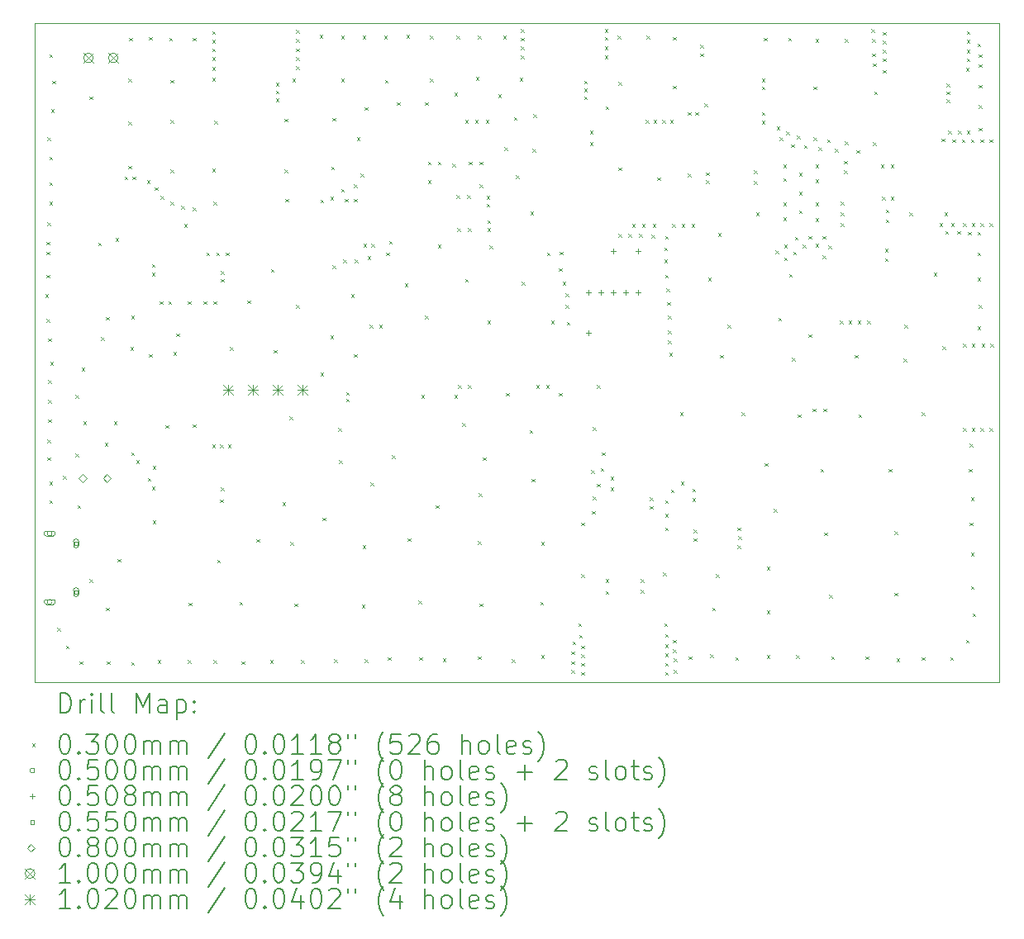
<source format=gbr>
%TF.GenerationSoftware,KiCad,Pcbnew,8.0.5*%
%TF.CreationDate,2025-06-09T19:54:07-04:00*%
%TF.ProjectId,fmcw_pcb,666d6377-5f70-4636-922e-6b696361645f,rev?*%
%TF.SameCoordinates,Original*%
%TF.FileFunction,Drillmap*%
%TF.FilePolarity,Positive*%
%FSLAX45Y45*%
G04 Gerber Fmt 4.5, Leading zero omitted, Abs format (unit mm)*
G04 Created by KiCad (PCBNEW 8.0.5) date 2025-06-09 19:54:07*
%MOMM*%
%LPD*%
G01*
G04 APERTURE LIST*
%ADD10C,0.050000*%
%ADD11C,0.200000*%
%ADD12C,0.100000*%
%ADD13C,0.102000*%
G04 APERTURE END LIST*
D10*
X4930000Y-7020000D02*
X14810000Y-7020000D01*
X14810000Y-13780000D01*
X4930000Y-13780000D01*
X4930000Y-7020000D01*
D11*
D12*
X5035000Y-9805000D02*
X5065000Y-9835000D01*
X5065000Y-9805000D02*
X5035000Y-9835000D01*
X5045000Y-9265000D02*
X5075000Y-9295000D01*
X5075000Y-9265000D02*
X5045000Y-9295000D01*
X5045000Y-9365000D02*
X5075000Y-9395000D01*
X5075000Y-9365000D02*
X5045000Y-9395000D01*
X5045000Y-9605000D02*
X5075000Y-9635000D01*
X5075000Y-9605000D02*
X5045000Y-9635000D01*
X5045000Y-10055000D02*
X5075000Y-10085000D01*
X5075000Y-10055000D02*
X5045000Y-10085000D01*
X5055000Y-8195000D02*
X5085000Y-8225000D01*
X5085000Y-8195000D02*
X5055000Y-8225000D01*
X5055000Y-9065000D02*
X5085000Y-9095000D01*
X5085000Y-9065000D02*
X5055000Y-9095000D01*
X5055000Y-11295000D02*
X5085000Y-11325000D01*
X5085000Y-11295000D02*
X5055000Y-11325000D01*
X5055000Y-11475000D02*
X5085000Y-11505000D01*
X5085000Y-11475000D02*
X5055000Y-11505000D01*
X5065000Y-10255000D02*
X5095000Y-10285000D01*
X5095000Y-10255000D02*
X5065000Y-10285000D01*
X5065000Y-10685000D02*
X5095000Y-10715000D01*
X5095000Y-10685000D02*
X5065000Y-10715000D01*
X5065000Y-10885000D02*
X5095000Y-10915000D01*
X5095000Y-10885000D02*
X5065000Y-10915000D01*
X5065000Y-11085000D02*
X5095000Y-11115000D01*
X5095000Y-11085000D02*
X5065000Y-11115000D01*
X5075000Y-7345000D02*
X5105000Y-7375000D01*
X5105000Y-7345000D02*
X5075000Y-7375000D01*
X5075000Y-8395000D02*
X5105000Y-8425000D01*
X5105000Y-8395000D02*
X5075000Y-8425000D01*
X5075000Y-8655000D02*
X5105000Y-8685000D01*
X5105000Y-8655000D02*
X5075000Y-8685000D01*
X5075000Y-8855000D02*
X5105000Y-8885000D01*
X5105000Y-8855000D02*
X5075000Y-8885000D01*
X5075000Y-11725000D02*
X5105000Y-11755000D01*
X5105000Y-11725000D02*
X5075000Y-11755000D01*
X5075000Y-11915000D02*
X5105000Y-11945000D01*
X5105000Y-11915000D02*
X5075000Y-11945000D01*
X5085000Y-10495000D02*
X5115000Y-10525000D01*
X5115000Y-10495000D02*
X5085000Y-10525000D01*
X5095000Y-7905000D02*
X5125000Y-7935000D01*
X5125000Y-7905000D02*
X5095000Y-7935000D01*
X5105000Y-7615000D02*
X5135000Y-7645000D01*
X5135000Y-7615000D02*
X5105000Y-7645000D01*
X5155000Y-13225000D02*
X5185000Y-13255000D01*
X5185000Y-13225000D02*
X5155000Y-13255000D01*
X5215000Y-11665000D02*
X5245000Y-11695000D01*
X5245000Y-11665000D02*
X5215000Y-11695000D01*
X5245000Y-13405000D02*
X5275000Y-13435000D01*
X5275000Y-13405000D02*
X5245000Y-13435000D01*
X5345000Y-10835000D02*
X5375000Y-10865000D01*
X5375000Y-10835000D02*
X5345000Y-10865000D01*
X5345000Y-11435000D02*
X5375000Y-11465000D01*
X5375000Y-11435000D02*
X5345000Y-11465000D01*
X5365000Y-11965000D02*
X5395000Y-11995000D01*
X5395000Y-11965000D02*
X5365000Y-11995000D01*
X5385000Y-13565000D02*
X5415000Y-13595000D01*
X5415000Y-13565000D02*
X5385000Y-13595000D01*
X5405000Y-10555000D02*
X5435000Y-10585000D01*
X5435000Y-10555000D02*
X5405000Y-10585000D01*
X5425000Y-11105000D02*
X5455000Y-11135000D01*
X5455000Y-11105000D02*
X5425000Y-11135000D01*
X5485000Y-7775000D02*
X5515000Y-7805000D01*
X5515000Y-7775000D02*
X5485000Y-7805000D01*
X5485000Y-12725000D02*
X5515000Y-12755000D01*
X5515000Y-12725000D02*
X5485000Y-12755000D01*
X5575000Y-9275000D02*
X5605000Y-9305000D01*
X5605000Y-9275000D02*
X5575000Y-9305000D01*
X5605000Y-10245000D02*
X5635000Y-10275000D01*
X5635000Y-10245000D02*
X5605000Y-10275000D01*
X5645000Y-11325000D02*
X5675000Y-11355000D01*
X5675000Y-11325000D02*
X5645000Y-11355000D01*
X5655000Y-10035000D02*
X5685000Y-10065000D01*
X5685000Y-10035000D02*
X5655000Y-10065000D01*
X5655000Y-13015000D02*
X5685000Y-13045000D01*
X5685000Y-13015000D02*
X5655000Y-13045000D01*
X5665000Y-13565000D02*
X5695000Y-13595000D01*
X5695000Y-13565000D02*
X5665000Y-13595000D01*
X5735000Y-11105000D02*
X5765000Y-11135000D01*
X5765000Y-11105000D02*
X5735000Y-11135000D01*
X5755000Y-9225000D02*
X5785000Y-9255000D01*
X5785000Y-9225000D02*
X5755000Y-9255000D01*
X5775000Y-12515000D02*
X5805000Y-12545000D01*
X5805000Y-12515000D02*
X5775000Y-12545000D01*
X5845000Y-8595000D02*
X5875000Y-8625000D01*
X5875000Y-8595000D02*
X5845000Y-8625000D01*
X5885000Y-7595000D02*
X5915000Y-7625000D01*
X5915000Y-7595000D02*
X5885000Y-7625000D01*
X5885000Y-8035000D02*
X5915000Y-8065000D01*
X5915000Y-8035000D02*
X5885000Y-8065000D01*
X5885000Y-8485000D02*
X5915000Y-8515000D01*
X5915000Y-8485000D02*
X5885000Y-8515000D01*
X5895000Y-7175000D02*
X5925000Y-7205000D01*
X5925000Y-7175000D02*
X5895000Y-7205000D01*
X5905000Y-10345000D02*
X5935000Y-10375000D01*
X5935000Y-10345000D02*
X5905000Y-10375000D01*
X5915000Y-10025000D02*
X5945000Y-10055000D01*
X5945000Y-10025000D02*
X5915000Y-10055000D01*
X5915000Y-11425000D02*
X5945000Y-11455000D01*
X5945000Y-11425000D02*
X5915000Y-11455000D01*
X5915000Y-13575000D02*
X5945000Y-13605000D01*
X5945000Y-13575000D02*
X5915000Y-13605000D01*
X5925000Y-8595000D02*
X5955000Y-8625000D01*
X5955000Y-8595000D02*
X5925000Y-8625000D01*
X5965000Y-11505000D02*
X5995000Y-11535000D01*
X5995000Y-11505000D02*
X5965000Y-11535000D01*
X6075000Y-8635000D02*
X6105000Y-8665000D01*
X6105000Y-8635000D02*
X6075000Y-8665000D01*
X6085000Y-11685000D02*
X6115000Y-11715000D01*
X6115000Y-11685000D02*
X6085000Y-11715000D01*
X6095000Y-7165000D02*
X6125000Y-7195000D01*
X6125000Y-7165000D02*
X6095000Y-7195000D01*
X6095000Y-10415000D02*
X6125000Y-10445000D01*
X6125000Y-10415000D02*
X6095000Y-10445000D01*
X6125000Y-9495000D02*
X6155000Y-9525000D01*
X6155000Y-9495000D02*
X6125000Y-9525000D01*
X6125000Y-9585000D02*
X6155000Y-9615000D01*
X6155000Y-9585000D02*
X6125000Y-9615000D01*
X6125000Y-11775000D02*
X6155000Y-11805000D01*
X6155000Y-11775000D02*
X6125000Y-11805000D01*
X6135000Y-11565000D02*
X6165000Y-11595000D01*
X6165000Y-11565000D02*
X6135000Y-11595000D01*
X6135000Y-12125000D02*
X6165000Y-12155000D01*
X6165000Y-12125000D02*
X6135000Y-12155000D01*
X6155000Y-8705000D02*
X6185000Y-8735000D01*
X6185000Y-8705000D02*
X6155000Y-8735000D01*
X6185000Y-13555000D02*
X6215000Y-13585000D01*
X6215000Y-13555000D02*
X6185000Y-13585000D01*
X6205000Y-9875000D02*
X6235000Y-9905000D01*
X6235000Y-9875000D02*
X6205000Y-9905000D01*
X6215000Y-8795000D02*
X6245000Y-8825000D01*
X6245000Y-8795000D02*
X6215000Y-8825000D01*
X6265000Y-11145000D02*
X6295000Y-11175000D01*
X6295000Y-11145000D02*
X6265000Y-11175000D01*
X6295000Y-9875000D02*
X6325000Y-9905000D01*
X6325000Y-9875000D02*
X6295000Y-9905000D01*
X6305000Y-7175000D02*
X6335000Y-7205000D01*
X6335000Y-7175000D02*
X6305000Y-7205000D01*
X6315000Y-7605000D02*
X6345000Y-7635000D01*
X6345000Y-7605000D02*
X6315000Y-7635000D01*
X6315000Y-8015000D02*
X6345000Y-8045000D01*
X6345000Y-8015000D02*
X6315000Y-8045000D01*
X6315000Y-8525000D02*
X6345000Y-8555000D01*
X6345000Y-8525000D02*
X6315000Y-8555000D01*
X6315000Y-8855000D02*
X6345000Y-8885000D01*
X6345000Y-8855000D02*
X6315000Y-8885000D01*
X6345000Y-10395000D02*
X6375000Y-10425000D01*
X6375000Y-10395000D02*
X6345000Y-10425000D01*
X6375000Y-10205000D02*
X6405000Y-10235000D01*
X6405000Y-10205000D02*
X6375000Y-10235000D01*
X6425000Y-8895000D02*
X6455000Y-8925000D01*
X6455000Y-8895000D02*
X6425000Y-8925000D01*
X6455000Y-9085000D02*
X6485000Y-9115000D01*
X6485000Y-9085000D02*
X6455000Y-9115000D01*
X6495000Y-9875000D02*
X6525000Y-9905000D01*
X6525000Y-9875000D02*
X6495000Y-9905000D01*
X6495000Y-13555000D02*
X6525000Y-13585000D01*
X6525000Y-13555000D02*
X6495000Y-13585000D01*
X6505000Y-12965000D02*
X6535000Y-12995000D01*
X6535000Y-12965000D02*
X6505000Y-12995000D01*
X6545000Y-7175000D02*
X6575000Y-7205000D01*
X6575000Y-7175000D02*
X6545000Y-7205000D01*
X6545000Y-8915000D02*
X6575000Y-8945000D01*
X6575000Y-8915000D02*
X6545000Y-8945000D01*
X6545000Y-11135000D02*
X6575000Y-11165000D01*
X6575000Y-11135000D02*
X6545000Y-11165000D01*
X6655000Y-9875000D02*
X6685000Y-9905000D01*
X6685000Y-9875000D02*
X6655000Y-9905000D01*
X6685000Y-9375000D02*
X6715000Y-9405000D01*
X6715000Y-9375000D02*
X6685000Y-9405000D01*
X6745000Y-7105000D02*
X6775000Y-7135000D01*
X6775000Y-7105000D02*
X6745000Y-7135000D01*
X6745000Y-7195000D02*
X6775000Y-7225000D01*
X6775000Y-7195000D02*
X6745000Y-7225000D01*
X6745000Y-7285000D02*
X6775000Y-7315000D01*
X6775000Y-7285000D02*
X6745000Y-7315000D01*
X6745000Y-7375000D02*
X6775000Y-7405000D01*
X6775000Y-7375000D02*
X6745000Y-7405000D01*
X6745000Y-7475000D02*
X6775000Y-7505000D01*
X6775000Y-7475000D02*
X6745000Y-7505000D01*
X6745000Y-7585000D02*
X6775000Y-7615000D01*
X6775000Y-7585000D02*
X6745000Y-7615000D01*
X6745000Y-8515000D02*
X6775000Y-8545000D01*
X6775000Y-8515000D02*
X6745000Y-8545000D01*
X6745000Y-11345000D02*
X6775000Y-11375000D01*
X6775000Y-11345000D02*
X6745000Y-11375000D01*
X6755000Y-8855000D02*
X6785000Y-8885000D01*
X6785000Y-8855000D02*
X6755000Y-8885000D01*
X6755000Y-9875000D02*
X6785000Y-9905000D01*
X6785000Y-9875000D02*
X6755000Y-9905000D01*
X6755000Y-13555000D02*
X6785000Y-13585000D01*
X6785000Y-13555000D02*
X6755000Y-13585000D01*
X6765000Y-8025000D02*
X6795000Y-8055000D01*
X6795000Y-8025000D02*
X6765000Y-8055000D01*
X6785000Y-9375000D02*
X6815000Y-9405000D01*
X6815000Y-9375000D02*
X6785000Y-9405000D01*
X6795000Y-12525000D02*
X6825000Y-12555000D01*
X6825000Y-12525000D02*
X6795000Y-12555000D01*
X6825000Y-11345000D02*
X6855000Y-11375000D01*
X6855000Y-11345000D02*
X6825000Y-11375000D01*
X6825000Y-11905000D02*
X6855000Y-11935000D01*
X6855000Y-11905000D02*
X6825000Y-11935000D01*
X6835000Y-9565000D02*
X6865000Y-9595000D01*
X6865000Y-9565000D02*
X6835000Y-9595000D01*
X6835000Y-9645000D02*
X6865000Y-9675000D01*
X6865000Y-9645000D02*
X6835000Y-9675000D01*
X6835000Y-11785000D02*
X6865000Y-11815000D01*
X6865000Y-11785000D02*
X6835000Y-11815000D01*
X6885000Y-9375000D02*
X6915000Y-9405000D01*
X6915000Y-9375000D02*
X6885000Y-9405000D01*
X6905000Y-11345000D02*
X6935000Y-11375000D01*
X6935000Y-11345000D02*
X6905000Y-11375000D01*
X6925000Y-10345000D02*
X6955000Y-10375000D01*
X6955000Y-10345000D02*
X6925000Y-10375000D01*
X7025000Y-12955000D02*
X7055000Y-12985000D01*
X7055000Y-12955000D02*
X7025000Y-12985000D01*
X7045000Y-13565000D02*
X7075000Y-13595000D01*
X7075000Y-13565000D02*
X7045000Y-13595000D01*
X7105000Y-9865000D02*
X7135000Y-9895000D01*
X7135000Y-9865000D02*
X7105000Y-9895000D01*
X7195000Y-12315000D02*
X7225000Y-12345000D01*
X7225000Y-12315000D02*
X7195000Y-12345000D01*
X7335000Y-13555000D02*
X7365000Y-13585000D01*
X7365000Y-13555000D02*
X7335000Y-13585000D01*
X7345000Y-9545000D02*
X7375000Y-9575000D01*
X7375000Y-9545000D02*
X7345000Y-9575000D01*
X7375000Y-10375000D02*
X7405000Y-10405000D01*
X7405000Y-10375000D02*
X7375000Y-10405000D01*
X7395000Y-7635000D02*
X7425000Y-7665000D01*
X7425000Y-7635000D02*
X7395000Y-7665000D01*
X7395000Y-7715000D02*
X7425000Y-7745000D01*
X7425000Y-7715000D02*
X7395000Y-7745000D01*
X7395000Y-7795000D02*
X7425000Y-7825000D01*
X7425000Y-7795000D02*
X7395000Y-7825000D01*
X7465000Y-11935000D02*
X7495000Y-11965000D01*
X7495000Y-11935000D02*
X7465000Y-11965000D01*
X7485000Y-8005000D02*
X7515000Y-8035000D01*
X7515000Y-8005000D02*
X7485000Y-8035000D01*
X7485000Y-8525000D02*
X7515000Y-8555000D01*
X7515000Y-8525000D02*
X7485000Y-8555000D01*
X7495000Y-8825000D02*
X7525000Y-8855000D01*
X7525000Y-8825000D02*
X7495000Y-8855000D01*
X7535000Y-11055000D02*
X7565000Y-11085000D01*
X7565000Y-11055000D02*
X7535000Y-11085000D01*
X7545000Y-12345000D02*
X7575000Y-12375000D01*
X7575000Y-12345000D02*
X7545000Y-12375000D01*
X7565000Y-7595000D02*
X7595000Y-7625000D01*
X7595000Y-7595000D02*
X7565000Y-7625000D01*
X7585000Y-12975000D02*
X7615000Y-13005000D01*
X7615000Y-12975000D02*
X7585000Y-13005000D01*
X7605000Y-7095000D02*
X7635000Y-7125000D01*
X7635000Y-7095000D02*
X7605000Y-7125000D01*
X7605000Y-7185000D02*
X7635000Y-7215000D01*
X7635000Y-7185000D02*
X7605000Y-7215000D01*
X7605000Y-7285000D02*
X7635000Y-7315000D01*
X7635000Y-7285000D02*
X7605000Y-7315000D01*
X7605000Y-7375000D02*
X7635000Y-7405000D01*
X7635000Y-7375000D02*
X7605000Y-7405000D01*
X7605000Y-7465000D02*
X7635000Y-7495000D01*
X7635000Y-7465000D02*
X7605000Y-7495000D01*
X7605000Y-9915000D02*
X7635000Y-9945000D01*
X7635000Y-9915000D02*
X7605000Y-9945000D01*
X7655000Y-13555000D02*
X7685000Y-13585000D01*
X7685000Y-13555000D02*
X7655000Y-13585000D01*
X7845000Y-7145000D02*
X7875000Y-7175000D01*
X7875000Y-7145000D02*
X7845000Y-7175000D01*
X7855000Y-8835000D02*
X7885000Y-8865000D01*
X7885000Y-8835000D02*
X7855000Y-8865000D01*
X7855000Y-10605000D02*
X7885000Y-10635000D01*
X7885000Y-10605000D02*
X7855000Y-10635000D01*
X7875000Y-12095000D02*
X7905000Y-12125000D01*
X7905000Y-12095000D02*
X7875000Y-12125000D01*
X7955000Y-8805000D02*
X7985000Y-8835000D01*
X7985000Y-8805000D02*
X7955000Y-8835000D01*
X7955000Y-10225000D02*
X7985000Y-10255000D01*
X7985000Y-10225000D02*
X7955000Y-10255000D01*
X7965000Y-8495000D02*
X7995000Y-8525000D01*
X7995000Y-8495000D02*
X7965000Y-8525000D01*
X7975000Y-7995000D02*
X8005000Y-8025000D01*
X8005000Y-7995000D02*
X7975000Y-8025000D01*
X7975000Y-9505000D02*
X8005000Y-9535000D01*
X8005000Y-9505000D02*
X7975000Y-9535000D01*
X7995000Y-13545000D02*
X8025000Y-13575000D01*
X8025000Y-13545000D02*
X7995000Y-13575000D01*
X8035000Y-11175000D02*
X8065000Y-11205000D01*
X8065000Y-11175000D02*
X8035000Y-11205000D01*
X8045000Y-11505000D02*
X8075000Y-11535000D01*
X8075000Y-11505000D02*
X8045000Y-11535000D01*
X8065000Y-7155000D02*
X8095000Y-7185000D01*
X8095000Y-7155000D02*
X8065000Y-7185000D01*
X8065000Y-7595000D02*
X8095000Y-7625000D01*
X8095000Y-7595000D02*
X8065000Y-7625000D01*
X8065000Y-8725000D02*
X8095000Y-8755000D01*
X8095000Y-8725000D02*
X8065000Y-8755000D01*
X8085000Y-9445000D02*
X8115000Y-9475000D01*
X8115000Y-9445000D02*
X8085000Y-9475000D01*
X8105000Y-8825000D02*
X8135000Y-8855000D01*
X8135000Y-8825000D02*
X8105000Y-8855000D01*
X8115000Y-10805000D02*
X8145000Y-10835000D01*
X8145000Y-10805000D02*
X8115000Y-10835000D01*
X8115000Y-10875000D02*
X8145000Y-10905000D01*
X8145000Y-10875000D02*
X8115000Y-10905000D01*
X8165000Y-9805000D02*
X8195000Y-9835000D01*
X8195000Y-9805000D02*
X8165000Y-9835000D01*
X8195000Y-8675000D02*
X8225000Y-8705000D01*
X8225000Y-8675000D02*
X8195000Y-8705000D01*
X8195000Y-8825000D02*
X8225000Y-8855000D01*
X8225000Y-8825000D02*
X8195000Y-8855000D01*
X8197500Y-10417500D02*
X8227500Y-10447500D01*
X8227500Y-10417500D02*
X8197500Y-10447500D01*
X8205000Y-9445000D02*
X8235000Y-9475000D01*
X8235000Y-9445000D02*
X8205000Y-9475000D01*
X8225000Y-8195000D02*
X8255000Y-8225000D01*
X8255000Y-8195000D02*
X8225000Y-8225000D01*
X8265000Y-8565000D02*
X8295000Y-8595000D01*
X8295000Y-8565000D02*
X8265000Y-8595000D01*
X8275000Y-12985000D02*
X8305000Y-13015000D01*
X8305000Y-12985000D02*
X8275000Y-13015000D01*
X8285000Y-7155000D02*
X8315000Y-7185000D01*
X8315000Y-7155000D02*
X8285000Y-7185000D01*
X8285000Y-12375000D02*
X8315000Y-12405000D01*
X8315000Y-12375000D02*
X8285000Y-12405000D01*
X8295000Y-9285000D02*
X8325000Y-9315000D01*
X8325000Y-9285000D02*
X8295000Y-9315000D01*
X8305000Y-7885000D02*
X8335000Y-7915000D01*
X8335000Y-7885000D02*
X8305000Y-7915000D01*
X8305000Y-13545000D02*
X8335000Y-13575000D01*
X8335000Y-13545000D02*
X8305000Y-13575000D01*
X8335000Y-9415000D02*
X8365000Y-9445000D01*
X8365000Y-9415000D02*
X8335000Y-9445000D01*
X8355000Y-10115000D02*
X8385000Y-10145000D01*
X8385000Y-10115000D02*
X8355000Y-10145000D01*
X8365000Y-11735000D02*
X8395000Y-11765000D01*
X8395000Y-11735000D02*
X8365000Y-11765000D01*
X8375000Y-9285000D02*
X8405000Y-9315000D01*
X8405000Y-9285000D02*
X8375000Y-9315000D01*
X8455000Y-10115000D02*
X8485000Y-10145000D01*
X8485000Y-10115000D02*
X8455000Y-10145000D01*
X8505000Y-7155000D02*
X8535000Y-7185000D01*
X8535000Y-7155000D02*
X8505000Y-7185000D01*
X8515000Y-7605000D02*
X8545000Y-7635000D01*
X8545000Y-7605000D02*
X8515000Y-7635000D01*
X8525000Y-9375000D02*
X8555000Y-9405000D01*
X8555000Y-9375000D02*
X8525000Y-9405000D01*
X8545000Y-13525000D02*
X8575000Y-13555000D01*
X8575000Y-13525000D02*
X8545000Y-13555000D01*
X8555000Y-9255000D02*
X8585000Y-9285000D01*
X8585000Y-9255000D02*
X8555000Y-9285000D01*
X8585000Y-11455000D02*
X8615000Y-11485000D01*
X8615000Y-11455000D02*
X8585000Y-11485000D01*
X8635000Y-7835000D02*
X8665000Y-7865000D01*
X8665000Y-7835000D02*
X8635000Y-7865000D01*
X8715000Y-9695000D02*
X8745000Y-9725000D01*
X8745000Y-9695000D02*
X8715000Y-9725000D01*
X8735000Y-7145000D02*
X8765000Y-7175000D01*
X8765000Y-7145000D02*
X8735000Y-7175000D01*
X8745000Y-12305000D02*
X8775000Y-12335000D01*
X8775000Y-12305000D02*
X8745000Y-12335000D01*
X8855000Y-12945000D02*
X8885000Y-12975000D01*
X8885000Y-12945000D02*
X8855000Y-12975000D01*
X8865000Y-13525000D02*
X8895000Y-13555000D01*
X8895000Y-13525000D02*
X8865000Y-13555000D01*
X8885000Y-10835000D02*
X8915000Y-10865000D01*
X8915000Y-10835000D02*
X8885000Y-10865000D01*
X8925000Y-7835000D02*
X8955000Y-7865000D01*
X8955000Y-7835000D02*
X8925000Y-7865000D01*
X8925000Y-10025000D02*
X8955000Y-10055000D01*
X8955000Y-10025000D02*
X8925000Y-10055000D01*
X8955000Y-8445000D02*
X8985000Y-8475000D01*
X8985000Y-8445000D02*
X8955000Y-8475000D01*
X8955000Y-8635000D02*
X8985000Y-8665000D01*
X8985000Y-8635000D02*
X8955000Y-8665000D01*
X8975000Y-7155000D02*
X9005000Y-7185000D01*
X9005000Y-7155000D02*
X8975000Y-7185000D01*
X8975000Y-7595000D02*
X9005000Y-7625000D01*
X9005000Y-7595000D02*
X8975000Y-7625000D01*
X9035000Y-11965000D02*
X9065000Y-11995000D01*
X9065000Y-11965000D02*
X9035000Y-11995000D01*
X9055000Y-8445000D02*
X9085000Y-8475000D01*
X9085000Y-8445000D02*
X9055000Y-8475000D01*
X9055000Y-9295000D02*
X9085000Y-9325000D01*
X9085000Y-9295000D02*
X9055000Y-9325000D01*
X9105000Y-13535000D02*
X9135000Y-13565000D01*
X9135000Y-13535000D02*
X9105000Y-13565000D01*
X9205000Y-8465000D02*
X9235000Y-8495000D01*
X9235000Y-8465000D02*
X9205000Y-8495000D01*
X9225000Y-7735000D02*
X9255000Y-7765000D01*
X9255000Y-7735000D02*
X9225000Y-7765000D01*
X9225000Y-10835000D02*
X9255000Y-10865000D01*
X9255000Y-10835000D02*
X9225000Y-10865000D01*
X9245000Y-7155000D02*
X9275000Y-7185000D01*
X9275000Y-7155000D02*
X9245000Y-7185000D01*
X9245000Y-8785000D02*
X9275000Y-8815000D01*
X9275000Y-8785000D02*
X9245000Y-8815000D01*
X9255000Y-9125000D02*
X9285000Y-9155000D01*
X9285000Y-9125000D02*
X9255000Y-9155000D01*
X9265000Y-10735000D02*
X9295000Y-10765000D01*
X9295000Y-10735000D02*
X9265000Y-10765000D01*
X9305000Y-11125000D02*
X9335000Y-11155000D01*
X9335000Y-11125000D02*
X9305000Y-11155000D01*
X9335000Y-8015000D02*
X9365000Y-8045000D01*
X9365000Y-8015000D02*
X9335000Y-8045000D01*
X9335000Y-9645000D02*
X9365000Y-9675000D01*
X9365000Y-9645000D02*
X9335000Y-9675000D01*
X9355000Y-8785000D02*
X9385000Y-8815000D01*
X9385000Y-8785000D02*
X9355000Y-8815000D01*
X9365000Y-9125000D02*
X9395000Y-9155000D01*
X9395000Y-9125000D02*
X9365000Y-9155000D01*
X9365000Y-10735000D02*
X9395000Y-10765000D01*
X9395000Y-10735000D02*
X9365000Y-10765000D01*
X9375000Y-8445000D02*
X9405000Y-8475000D01*
X9405000Y-8445000D02*
X9375000Y-8475000D01*
X9435000Y-8015000D02*
X9465000Y-8045000D01*
X9465000Y-8015000D02*
X9435000Y-8045000D01*
X9445000Y-7575000D02*
X9475000Y-7605000D01*
X9475000Y-7575000D02*
X9445000Y-7605000D01*
X9465000Y-7155000D02*
X9495000Y-7185000D01*
X9495000Y-7155000D02*
X9465000Y-7185000D01*
X9465000Y-12335000D02*
X9495000Y-12365000D01*
X9495000Y-12335000D02*
X9465000Y-12365000D01*
X9465000Y-13515000D02*
X9495000Y-13545000D01*
X9495000Y-13515000D02*
X9465000Y-13545000D01*
X9475000Y-11845000D02*
X9505000Y-11875000D01*
X9505000Y-11845000D02*
X9475000Y-11875000D01*
X9485000Y-8445000D02*
X9515000Y-8475000D01*
X9515000Y-8445000D02*
X9485000Y-8475000D01*
X9485000Y-8675000D02*
X9515000Y-8705000D01*
X9515000Y-8675000D02*
X9485000Y-8705000D01*
X9485000Y-12975000D02*
X9515000Y-13005000D01*
X9515000Y-12975000D02*
X9485000Y-13005000D01*
X9515000Y-11475000D02*
X9545000Y-11505000D01*
X9545000Y-11475000D02*
X9515000Y-11505000D01*
X9545000Y-8015000D02*
X9575000Y-8045000D01*
X9575000Y-8015000D02*
X9545000Y-8045000D01*
X9555000Y-8795000D02*
X9585000Y-8825000D01*
X9585000Y-8795000D02*
X9555000Y-8825000D01*
X9555000Y-8875000D02*
X9585000Y-8905000D01*
X9585000Y-8875000D02*
X9555000Y-8905000D01*
X9565000Y-9045000D02*
X9595000Y-9075000D01*
X9595000Y-9045000D02*
X9565000Y-9075000D01*
X9565000Y-9125000D02*
X9595000Y-9155000D01*
X9595000Y-9125000D02*
X9565000Y-9155000D01*
X9565000Y-10075000D02*
X9595000Y-10105000D01*
X9595000Y-10075000D02*
X9565000Y-10105000D01*
X9585000Y-9305000D02*
X9615000Y-9335000D01*
X9615000Y-9305000D02*
X9585000Y-9335000D01*
X9675000Y-7755000D02*
X9705000Y-7785000D01*
X9705000Y-7755000D02*
X9675000Y-7785000D01*
X9725000Y-7155000D02*
X9755000Y-7185000D01*
X9755000Y-7155000D02*
X9725000Y-7185000D01*
X9735000Y-8295000D02*
X9765000Y-8325000D01*
X9765000Y-8295000D02*
X9735000Y-8325000D01*
X9755000Y-10815000D02*
X9785000Y-10845000D01*
X9785000Y-10815000D02*
X9755000Y-10845000D01*
X9815000Y-13545000D02*
X9845000Y-13575000D01*
X9845000Y-13545000D02*
X9815000Y-13575000D01*
X9835000Y-7985000D02*
X9865000Y-8015000D01*
X9865000Y-7985000D02*
X9835000Y-8015000D01*
X9855000Y-8585000D02*
X9885000Y-8615000D01*
X9885000Y-8585000D02*
X9855000Y-8615000D01*
X9895000Y-7585000D02*
X9925000Y-7615000D01*
X9925000Y-7585000D02*
X9895000Y-7615000D01*
X9905000Y-7085000D02*
X9935000Y-7115000D01*
X9935000Y-7085000D02*
X9905000Y-7115000D01*
X9905000Y-7175000D02*
X9935000Y-7205000D01*
X9935000Y-7175000D02*
X9905000Y-7205000D01*
X9905000Y-7265000D02*
X9935000Y-7295000D01*
X9935000Y-7265000D02*
X9905000Y-7295000D01*
X9905000Y-7355000D02*
X9935000Y-7385000D01*
X9935000Y-7355000D02*
X9905000Y-7385000D01*
X9915000Y-9675000D02*
X9945000Y-9705000D01*
X9945000Y-9675000D02*
X9915000Y-9705000D01*
X9995000Y-11195000D02*
X10025000Y-11225000D01*
X10025000Y-11195000D02*
X9995000Y-11225000D01*
X10005000Y-8955000D02*
X10035000Y-8985000D01*
X10035000Y-8955000D02*
X10005000Y-8985000D01*
X10015000Y-11695000D02*
X10045000Y-11725000D01*
X10045000Y-11695000D02*
X10015000Y-11725000D01*
X10025000Y-8315000D02*
X10055000Y-8345000D01*
X10055000Y-8315000D02*
X10025000Y-8345000D01*
X10035000Y-7955000D02*
X10065000Y-7985000D01*
X10065000Y-7955000D02*
X10035000Y-7985000D01*
X10065000Y-10735000D02*
X10095000Y-10765000D01*
X10095000Y-10735000D02*
X10065000Y-10765000D01*
X10105000Y-12955000D02*
X10135000Y-12985000D01*
X10135000Y-12955000D02*
X10105000Y-12985000D01*
X10115000Y-12345000D02*
X10145000Y-12375000D01*
X10145000Y-12345000D02*
X10115000Y-12375000D01*
X10115000Y-13505000D02*
X10145000Y-13535000D01*
X10145000Y-13505000D02*
X10115000Y-13535000D01*
X10165000Y-10735000D02*
X10195000Y-10765000D01*
X10195000Y-10735000D02*
X10165000Y-10765000D01*
X10175000Y-9375000D02*
X10205000Y-9405000D01*
X10205000Y-9375000D02*
X10175000Y-9405000D01*
X10215000Y-10075000D02*
X10245000Y-10105000D01*
X10245000Y-10075000D02*
X10215000Y-10105000D01*
X10295000Y-9535000D02*
X10325000Y-9565000D01*
X10325000Y-9535000D02*
X10295000Y-9565000D01*
X10295000Y-10815000D02*
X10325000Y-10845000D01*
X10325000Y-10815000D02*
X10295000Y-10845000D01*
X10305000Y-9365000D02*
X10335000Y-9395000D01*
X10335000Y-9365000D02*
X10305000Y-9395000D01*
X10335000Y-9675000D02*
X10365000Y-9705000D01*
X10365000Y-9675000D02*
X10335000Y-9705000D01*
X10365000Y-9795000D02*
X10395000Y-9825000D01*
X10395000Y-9795000D02*
X10365000Y-9825000D01*
X10365000Y-9915000D02*
X10395000Y-9945000D01*
X10395000Y-9915000D02*
X10365000Y-9945000D01*
X10375000Y-10085000D02*
X10405000Y-10115000D01*
X10405000Y-10085000D02*
X10375000Y-10115000D01*
X10425000Y-13465000D02*
X10455000Y-13495000D01*
X10455000Y-13465000D02*
X10425000Y-13495000D01*
X10425000Y-13565000D02*
X10455000Y-13595000D01*
X10455000Y-13565000D02*
X10425000Y-13595000D01*
X10425000Y-13655000D02*
X10455000Y-13685000D01*
X10455000Y-13655000D02*
X10425000Y-13685000D01*
X10435000Y-13365000D02*
X10465000Y-13395000D01*
X10465000Y-13365000D02*
X10435000Y-13395000D01*
X10495000Y-13175000D02*
X10525000Y-13205000D01*
X10525000Y-13175000D02*
X10495000Y-13205000D01*
X10505000Y-13295000D02*
X10535000Y-13325000D01*
X10535000Y-13295000D02*
X10505000Y-13325000D01*
X10525000Y-12145000D02*
X10555000Y-12175000D01*
X10555000Y-12145000D02*
X10525000Y-12175000D01*
X10525000Y-12675000D02*
X10555000Y-12705000D01*
X10555000Y-12675000D02*
X10525000Y-12705000D01*
X10525000Y-13405000D02*
X10555000Y-13435000D01*
X10555000Y-13405000D02*
X10525000Y-13435000D01*
X10525000Y-13495000D02*
X10555000Y-13525000D01*
X10555000Y-13495000D02*
X10525000Y-13525000D01*
X10525000Y-13585000D02*
X10555000Y-13615000D01*
X10555000Y-13585000D02*
X10525000Y-13615000D01*
X10525000Y-13675000D02*
X10555000Y-13705000D01*
X10555000Y-13675000D02*
X10525000Y-13705000D01*
X10555000Y-7615000D02*
X10585000Y-7645000D01*
X10585000Y-7615000D02*
X10555000Y-7645000D01*
X10555000Y-7695000D02*
X10585000Y-7725000D01*
X10585000Y-7695000D02*
X10555000Y-7725000D01*
X10555000Y-7775000D02*
X10585000Y-7805000D01*
X10585000Y-7775000D02*
X10555000Y-7805000D01*
X10615000Y-8125000D02*
X10645000Y-8155000D01*
X10645000Y-8125000D02*
X10615000Y-8155000D01*
X10615000Y-8245000D02*
X10645000Y-8275000D01*
X10645000Y-8245000D02*
X10615000Y-8275000D01*
X10625000Y-11605000D02*
X10655000Y-11635000D01*
X10655000Y-11605000D02*
X10625000Y-11635000D01*
X10635000Y-12025000D02*
X10665000Y-12055000D01*
X10665000Y-12025000D02*
X10635000Y-12055000D01*
X10645000Y-11165000D02*
X10675000Y-11195000D01*
X10675000Y-11165000D02*
X10645000Y-11195000D01*
X10645000Y-11875000D02*
X10675000Y-11905000D01*
X10675000Y-11875000D02*
X10645000Y-11905000D01*
X10685000Y-10735000D02*
X10715000Y-10765000D01*
X10715000Y-10735000D02*
X10685000Y-10765000D01*
X10685000Y-11745000D02*
X10715000Y-11775000D01*
X10715000Y-11745000D02*
X10685000Y-11775000D01*
X10725000Y-11585000D02*
X10755000Y-11615000D01*
X10755000Y-11585000D02*
X10725000Y-11615000D01*
X10735000Y-11425000D02*
X10765000Y-11455000D01*
X10765000Y-11425000D02*
X10735000Y-11455000D01*
X10765000Y-7085000D02*
X10795000Y-7115000D01*
X10795000Y-7085000D02*
X10765000Y-7115000D01*
X10765000Y-7165000D02*
X10795000Y-7195000D01*
X10795000Y-7165000D02*
X10765000Y-7195000D01*
X10765000Y-7265000D02*
X10795000Y-7295000D01*
X10795000Y-7265000D02*
X10765000Y-7295000D01*
X10765000Y-7355000D02*
X10795000Y-7385000D01*
X10795000Y-7355000D02*
X10765000Y-7385000D01*
X10775000Y-7875000D02*
X10805000Y-7905000D01*
X10805000Y-7875000D02*
X10775000Y-7905000D01*
X10775000Y-12725000D02*
X10805000Y-12755000D01*
X10805000Y-12725000D02*
X10775000Y-12755000D01*
X10775000Y-12845000D02*
X10805000Y-12875000D01*
X10805000Y-12845000D02*
X10775000Y-12875000D01*
X10825000Y-11675000D02*
X10855000Y-11705000D01*
X10855000Y-11675000D02*
X10825000Y-11705000D01*
X10825000Y-11785000D02*
X10855000Y-11815000D01*
X10855000Y-11785000D02*
X10825000Y-11815000D01*
X10895000Y-7155000D02*
X10925000Y-7185000D01*
X10925000Y-7155000D02*
X10895000Y-7185000D01*
X10905000Y-7625000D02*
X10935000Y-7655000D01*
X10935000Y-7625000D02*
X10905000Y-7655000D01*
X10905000Y-8505000D02*
X10935000Y-8535000D01*
X10935000Y-8505000D02*
X10905000Y-8535000D01*
X10905000Y-9185000D02*
X10935000Y-9215000D01*
X10935000Y-9185000D02*
X10905000Y-9215000D01*
X11005000Y-9185000D02*
X11035000Y-9215000D01*
X11035000Y-9185000D02*
X11005000Y-9215000D01*
X11045000Y-9085000D02*
X11075000Y-9115000D01*
X11075000Y-9085000D02*
X11045000Y-9115000D01*
X11115000Y-9185000D02*
X11145000Y-9215000D01*
X11145000Y-9185000D02*
X11115000Y-9215000D01*
X11135000Y-12725000D02*
X11165000Y-12755000D01*
X11165000Y-12725000D02*
X11135000Y-12755000D01*
X11135000Y-12835000D02*
X11165000Y-12865000D01*
X11165000Y-12835000D02*
X11135000Y-12865000D01*
X11145000Y-9085000D02*
X11175000Y-9115000D01*
X11175000Y-9085000D02*
X11145000Y-9115000D01*
X11185000Y-8015000D02*
X11215000Y-8045000D01*
X11215000Y-8015000D02*
X11185000Y-8045000D01*
X11195000Y-7155000D02*
X11225000Y-7185000D01*
X11225000Y-7155000D02*
X11195000Y-7185000D01*
X11225000Y-11885000D02*
X11255000Y-11915000D01*
X11255000Y-11885000D02*
X11225000Y-11915000D01*
X11225000Y-11975000D02*
X11255000Y-12005000D01*
X11255000Y-11975000D02*
X11225000Y-12005000D01*
X11245000Y-9195000D02*
X11275000Y-9225000D01*
X11275000Y-9195000D02*
X11245000Y-9225000D01*
X11255000Y-9085000D02*
X11285000Y-9115000D01*
X11285000Y-9085000D02*
X11255000Y-9115000D01*
X11265000Y-8015000D02*
X11295000Y-8045000D01*
X11295000Y-8015000D02*
X11265000Y-8045000D01*
X11305000Y-8605000D02*
X11335000Y-8635000D01*
X11335000Y-8605000D02*
X11305000Y-8635000D01*
X11355000Y-8015000D02*
X11385000Y-8045000D01*
X11385000Y-8015000D02*
X11355000Y-8045000D01*
X11365000Y-12655000D02*
X11395000Y-12685000D01*
X11395000Y-12655000D02*
X11365000Y-12685000D01*
X11375000Y-9325000D02*
X11405000Y-9355000D01*
X11405000Y-9325000D02*
X11375000Y-9355000D01*
X11375000Y-9445000D02*
X11405000Y-9475000D01*
X11405000Y-9445000D02*
X11375000Y-9475000D01*
X11375000Y-13175000D02*
X11405000Y-13205000D01*
X11405000Y-13175000D02*
X11375000Y-13205000D01*
X11385000Y-9205000D02*
X11415000Y-9235000D01*
X11415000Y-9205000D02*
X11385000Y-9235000D01*
X11385000Y-9605000D02*
X11415000Y-9635000D01*
X11415000Y-9605000D02*
X11385000Y-9635000D01*
X11385000Y-11915000D02*
X11415000Y-11945000D01*
X11415000Y-11915000D02*
X11385000Y-11945000D01*
X11385000Y-12055000D02*
X11415000Y-12085000D01*
X11415000Y-12055000D02*
X11385000Y-12085000D01*
X11385000Y-12195000D02*
X11415000Y-12225000D01*
X11415000Y-12195000D02*
X11385000Y-12225000D01*
X11385000Y-13285000D02*
X11415000Y-13315000D01*
X11415000Y-13285000D02*
X11385000Y-13315000D01*
X11385000Y-13395000D02*
X11415000Y-13425000D01*
X11415000Y-13395000D02*
X11385000Y-13425000D01*
X11385000Y-13485000D02*
X11415000Y-13515000D01*
X11415000Y-13485000D02*
X11385000Y-13515000D01*
X11385000Y-13585000D02*
X11415000Y-13615000D01*
X11415000Y-13585000D02*
X11385000Y-13615000D01*
X11385000Y-13675000D02*
X11415000Y-13705000D01*
X11415000Y-13675000D02*
X11385000Y-13705000D01*
X11395000Y-9745000D02*
X11425000Y-9775000D01*
X11425000Y-9745000D02*
X11395000Y-9775000D01*
X11405000Y-9885000D02*
X11435000Y-9915000D01*
X11435000Y-9885000D02*
X11405000Y-9915000D01*
X11415000Y-10025000D02*
X11445000Y-10055000D01*
X11445000Y-10025000D02*
X11415000Y-10055000D01*
X11415000Y-10175000D02*
X11445000Y-10205000D01*
X11445000Y-10175000D02*
X11415000Y-10205000D01*
X11415000Y-10275000D02*
X11445000Y-10305000D01*
X11445000Y-10275000D02*
X11415000Y-10305000D01*
X11425000Y-10405000D02*
X11455000Y-10435000D01*
X11455000Y-10405000D02*
X11425000Y-10435000D01*
X11435000Y-8015000D02*
X11465000Y-8045000D01*
X11465000Y-8015000D02*
X11435000Y-8045000D01*
X11445000Y-11805000D02*
X11475000Y-11835000D01*
X11475000Y-11805000D02*
X11445000Y-11835000D01*
X11455000Y-9085000D02*
X11485000Y-9115000D01*
X11485000Y-9085000D02*
X11455000Y-9115000D01*
X11465000Y-7165000D02*
X11495000Y-7195000D01*
X11495000Y-7165000D02*
X11465000Y-7195000D01*
X11465000Y-7665000D02*
X11495000Y-7695000D01*
X11495000Y-7665000D02*
X11465000Y-7695000D01*
X11465000Y-13345000D02*
X11495000Y-13375000D01*
X11495000Y-13345000D02*
X11465000Y-13375000D01*
X11465000Y-13445000D02*
X11495000Y-13475000D01*
X11495000Y-13445000D02*
X11465000Y-13475000D01*
X11475000Y-13535000D02*
X11505000Y-13565000D01*
X11505000Y-13535000D02*
X11475000Y-13565000D01*
X11475000Y-13655000D02*
X11505000Y-13685000D01*
X11505000Y-13655000D02*
X11475000Y-13685000D01*
X11535000Y-11015000D02*
X11565000Y-11045000D01*
X11565000Y-11015000D02*
X11535000Y-11045000D01*
X11545000Y-11725000D02*
X11575000Y-11755000D01*
X11575000Y-11725000D02*
X11545000Y-11755000D01*
X11555000Y-9085000D02*
X11585000Y-9115000D01*
X11585000Y-9085000D02*
X11555000Y-9115000D01*
X11615000Y-7935000D02*
X11645000Y-7965000D01*
X11645000Y-7935000D02*
X11615000Y-7965000D01*
X11615000Y-8565000D02*
X11645000Y-8595000D01*
X11645000Y-8565000D02*
X11615000Y-8595000D01*
X11625000Y-13515000D02*
X11655000Y-13545000D01*
X11655000Y-13515000D02*
X11625000Y-13545000D01*
X11655000Y-9085000D02*
X11685000Y-9115000D01*
X11685000Y-9085000D02*
X11655000Y-9115000D01*
X11665000Y-11795000D02*
X11695000Y-11825000D01*
X11695000Y-11795000D02*
X11665000Y-11825000D01*
X11665000Y-11895000D02*
X11695000Y-11925000D01*
X11695000Y-11895000D02*
X11665000Y-11925000D01*
X11675000Y-12215000D02*
X11705000Y-12245000D01*
X11705000Y-12215000D02*
X11675000Y-12245000D01*
X11675000Y-12305000D02*
X11705000Y-12335000D01*
X11705000Y-12305000D02*
X11675000Y-12335000D01*
X11695000Y-7935000D02*
X11725000Y-7965000D01*
X11725000Y-7935000D02*
X11695000Y-7965000D01*
X11745000Y-7245000D02*
X11775000Y-7275000D01*
X11775000Y-7245000D02*
X11745000Y-7275000D01*
X11745000Y-7335000D02*
X11775000Y-7365000D01*
X11775000Y-7335000D02*
X11745000Y-7365000D01*
X11785000Y-7845000D02*
X11815000Y-7875000D01*
X11815000Y-7845000D02*
X11785000Y-7875000D01*
X11805000Y-8555000D02*
X11835000Y-8585000D01*
X11835000Y-8555000D02*
X11805000Y-8585000D01*
X11805000Y-8635000D02*
X11835000Y-8665000D01*
X11835000Y-8635000D02*
X11805000Y-8665000D01*
X11825000Y-9635000D02*
X11855000Y-9665000D01*
X11855000Y-9635000D02*
X11825000Y-9665000D01*
X11845000Y-13495000D02*
X11875000Y-13525000D01*
X11875000Y-13495000D02*
X11845000Y-13525000D01*
X11865000Y-13015000D02*
X11895000Y-13045000D01*
X11895000Y-13015000D02*
X11865000Y-13045000D01*
X11905000Y-12675000D02*
X11935000Y-12705000D01*
X11935000Y-12675000D02*
X11905000Y-12705000D01*
X11925000Y-9175000D02*
X11955000Y-9205000D01*
X11955000Y-9175000D02*
X11925000Y-9205000D01*
X11945000Y-10425000D02*
X11975000Y-10455000D01*
X11975000Y-10425000D02*
X11945000Y-10455000D01*
X12025000Y-10115000D02*
X12055000Y-10145000D01*
X12055000Y-10115000D02*
X12025000Y-10145000D01*
X12105000Y-13525000D02*
X12135000Y-13555000D01*
X12135000Y-13525000D02*
X12105000Y-13555000D01*
X12125000Y-12195000D02*
X12155000Y-12225000D01*
X12155000Y-12195000D02*
X12125000Y-12225000D01*
X12125000Y-12375000D02*
X12155000Y-12405000D01*
X12155000Y-12375000D02*
X12125000Y-12405000D01*
X12135000Y-12285000D02*
X12165000Y-12315000D01*
X12165000Y-12285000D02*
X12135000Y-12315000D01*
X12165000Y-11015000D02*
X12195000Y-11045000D01*
X12195000Y-11015000D02*
X12165000Y-11045000D01*
X12295000Y-8535000D02*
X12325000Y-8565000D01*
X12325000Y-8535000D02*
X12295000Y-8565000D01*
X12295000Y-8645000D02*
X12325000Y-8675000D01*
X12325000Y-8645000D02*
X12295000Y-8675000D01*
X12315000Y-8965000D02*
X12345000Y-8995000D01*
X12345000Y-8965000D02*
X12315000Y-8995000D01*
X12375000Y-7595000D02*
X12405000Y-7625000D01*
X12405000Y-7595000D02*
X12375000Y-7625000D01*
X12375000Y-7675000D02*
X12405000Y-7705000D01*
X12405000Y-7675000D02*
X12375000Y-7705000D01*
X12375000Y-7935000D02*
X12405000Y-7965000D01*
X12405000Y-7935000D02*
X12375000Y-7965000D01*
X12375000Y-8025000D02*
X12405000Y-8055000D01*
X12405000Y-8025000D02*
X12375000Y-8055000D01*
X12395000Y-7175000D02*
X12425000Y-7205000D01*
X12425000Y-7175000D02*
X12395000Y-7205000D01*
X12405000Y-11535000D02*
X12435000Y-11565000D01*
X12435000Y-11535000D02*
X12405000Y-11565000D01*
X12425000Y-12595000D02*
X12455000Y-12625000D01*
X12455000Y-12595000D02*
X12425000Y-12625000D01*
X12425000Y-13045000D02*
X12455000Y-13075000D01*
X12455000Y-13045000D02*
X12425000Y-13075000D01*
X12425000Y-13505000D02*
X12455000Y-13535000D01*
X12455000Y-13505000D02*
X12425000Y-13535000D01*
X12495000Y-12005000D02*
X12525000Y-12035000D01*
X12525000Y-12005000D02*
X12495000Y-12035000D01*
X12515000Y-9355000D02*
X12545000Y-9385000D01*
X12545000Y-9355000D02*
X12515000Y-9385000D01*
X12525000Y-8085000D02*
X12555000Y-8115000D01*
X12555000Y-8085000D02*
X12525000Y-8115000D01*
X12545000Y-10045000D02*
X12575000Y-10075000D01*
X12575000Y-10045000D02*
X12545000Y-10075000D01*
X12555000Y-8195000D02*
X12585000Y-8225000D01*
X12585000Y-8195000D02*
X12555000Y-8225000D01*
X12595000Y-8475000D02*
X12625000Y-8505000D01*
X12625000Y-8475000D02*
X12595000Y-8505000D01*
X12595000Y-8615000D02*
X12625000Y-8645000D01*
X12625000Y-8615000D02*
X12595000Y-8645000D01*
X12595000Y-8865000D02*
X12625000Y-8895000D01*
X12625000Y-8865000D02*
X12595000Y-8895000D01*
X12595000Y-9015000D02*
X12625000Y-9045000D01*
X12625000Y-9015000D02*
X12595000Y-9045000D01*
X12605000Y-9295000D02*
X12635000Y-9325000D01*
X12635000Y-9295000D02*
X12605000Y-9325000D01*
X12605000Y-9425000D02*
X12635000Y-9455000D01*
X12635000Y-9425000D02*
X12605000Y-9455000D01*
X12625000Y-8135000D02*
X12655000Y-8165000D01*
X12655000Y-8135000D02*
X12625000Y-8165000D01*
X12645000Y-7175000D02*
X12675000Y-7205000D01*
X12675000Y-7175000D02*
X12645000Y-7205000D01*
X12655000Y-9595000D02*
X12685000Y-9625000D01*
X12685000Y-9595000D02*
X12655000Y-9625000D01*
X12675000Y-8265000D02*
X12705000Y-8295000D01*
X12705000Y-8265000D02*
X12675000Y-8295000D01*
X12685000Y-10455000D02*
X12715000Y-10485000D01*
X12715000Y-10455000D02*
X12685000Y-10485000D01*
X12695000Y-9365000D02*
X12725000Y-9395000D01*
X12725000Y-9365000D02*
X12695000Y-9395000D01*
X12715000Y-9215000D02*
X12745000Y-9245000D01*
X12745000Y-9215000D02*
X12715000Y-9245000D01*
X12725000Y-13505000D02*
X12755000Y-13535000D01*
X12755000Y-13505000D02*
X12725000Y-13535000D01*
X12735000Y-8175000D02*
X12765000Y-8205000D01*
X12765000Y-8175000D02*
X12735000Y-8205000D01*
X12745000Y-11035000D02*
X12775000Y-11065000D01*
X12775000Y-11035000D02*
X12745000Y-11065000D01*
X12754700Y-8558700D02*
X12784700Y-8588700D01*
X12784700Y-8558700D02*
X12754700Y-8588700D01*
X12754700Y-8751000D02*
X12784700Y-8781000D01*
X12784700Y-8751000D02*
X12754700Y-8781000D01*
X12755750Y-8944250D02*
X12785750Y-8974250D01*
X12785750Y-8944250D02*
X12755750Y-8974250D01*
X12795000Y-9295000D02*
X12825000Y-9325000D01*
X12825000Y-9295000D02*
X12795000Y-9325000D01*
X12805000Y-8275000D02*
X12835000Y-8305000D01*
X12835000Y-8275000D02*
X12805000Y-8305000D01*
X12855000Y-9205000D02*
X12885000Y-9235000D01*
X12885000Y-9205000D02*
X12855000Y-9235000D01*
X12855000Y-10215000D02*
X12885000Y-10245000D01*
X12885000Y-10215000D02*
X12855000Y-10245000D01*
X12895000Y-10975000D02*
X12925000Y-11005000D01*
X12925000Y-10975000D02*
X12895000Y-11005000D01*
X12905000Y-7675000D02*
X12935000Y-7705000D01*
X12935000Y-7675000D02*
X12905000Y-7705000D01*
X12905000Y-8195000D02*
X12935000Y-8225000D01*
X12935000Y-8195000D02*
X12905000Y-8225000D01*
X12925000Y-7185000D02*
X12955000Y-7215000D01*
X12955000Y-7185000D02*
X12925000Y-7215000D01*
X12925000Y-8475000D02*
X12955000Y-8505000D01*
X12955000Y-8475000D02*
X12925000Y-8505000D01*
X12925000Y-8625000D02*
X12955000Y-8655000D01*
X12955000Y-8625000D02*
X12925000Y-8655000D01*
X12925000Y-8865000D02*
X12955000Y-8895000D01*
X12955000Y-8865000D02*
X12925000Y-8895000D01*
X12925000Y-9025000D02*
X12955000Y-9055000D01*
X12955000Y-9025000D02*
X12925000Y-9055000D01*
X12925000Y-9285000D02*
X12955000Y-9315000D01*
X12955000Y-9285000D02*
X12925000Y-9315000D01*
X12955000Y-8295000D02*
X12985000Y-8325000D01*
X12985000Y-8295000D02*
X12955000Y-8325000D01*
X12975000Y-11595000D02*
X13005000Y-11625000D01*
X13005000Y-11595000D02*
X12975000Y-11625000D01*
X12995000Y-9205000D02*
X13025000Y-9235000D01*
X13025000Y-9205000D02*
X12995000Y-9235000D01*
X12995000Y-9405000D02*
X13025000Y-9435000D01*
X13025000Y-9405000D02*
X12995000Y-9435000D01*
X13005000Y-10975000D02*
X13035000Y-11005000D01*
X13035000Y-10975000D02*
X13005000Y-11005000D01*
X13015000Y-12245000D02*
X13045000Y-12275000D01*
X13045000Y-12245000D02*
X13015000Y-12275000D01*
X13045000Y-8215000D02*
X13075000Y-8245000D01*
X13075000Y-8215000D02*
X13045000Y-8245000D01*
X13055000Y-9305000D02*
X13085000Y-9335000D01*
X13085000Y-9305000D02*
X13055000Y-9335000D01*
X13065000Y-12885000D02*
X13095000Y-12915000D01*
X13095000Y-12885000D02*
X13065000Y-12915000D01*
X13085000Y-13515000D02*
X13115000Y-13545000D01*
X13115000Y-13515000D02*
X13085000Y-13545000D01*
X13125000Y-8315000D02*
X13155000Y-8345000D01*
X13155000Y-8315000D02*
X13125000Y-8345000D01*
X13175000Y-10075000D02*
X13205000Y-10105000D01*
X13205000Y-10075000D02*
X13175000Y-10105000D01*
X13185000Y-8855000D02*
X13215000Y-8885000D01*
X13215000Y-8855000D02*
X13185000Y-8885000D01*
X13185000Y-8965000D02*
X13215000Y-8995000D01*
X13215000Y-8965000D02*
X13185000Y-8995000D01*
X13185000Y-9075000D02*
X13215000Y-9105000D01*
X13215000Y-9075000D02*
X13185000Y-9105000D01*
X13215000Y-8435000D02*
X13245000Y-8465000D01*
X13245000Y-8435000D02*
X13215000Y-8465000D01*
X13215000Y-8535000D02*
X13245000Y-8565000D01*
X13245000Y-8535000D02*
X13215000Y-8565000D01*
X13225000Y-7185000D02*
X13255000Y-7215000D01*
X13255000Y-7185000D02*
X13225000Y-7215000D01*
X13225000Y-8235000D02*
X13255000Y-8265000D01*
X13255000Y-8235000D02*
X13225000Y-8265000D01*
X13265000Y-10075000D02*
X13295000Y-10105000D01*
X13295000Y-10075000D02*
X13265000Y-10105000D01*
X13325000Y-10425000D02*
X13355000Y-10455000D01*
X13355000Y-10425000D02*
X13325000Y-10455000D01*
X13345000Y-8325000D02*
X13375000Y-8355000D01*
X13375000Y-8325000D02*
X13345000Y-8355000D01*
X13355000Y-10075000D02*
X13385000Y-10105000D01*
X13385000Y-10075000D02*
X13355000Y-10105000D01*
X13365000Y-11035000D02*
X13395000Y-11065000D01*
X13395000Y-11035000D02*
X13365000Y-11065000D01*
X13435000Y-13515000D02*
X13465000Y-13545000D01*
X13465000Y-13515000D02*
X13435000Y-13545000D01*
X13455000Y-10075000D02*
X13485000Y-10105000D01*
X13485000Y-10075000D02*
X13455000Y-10105000D01*
X13495000Y-7085000D02*
X13525000Y-7115000D01*
X13525000Y-7085000D02*
X13495000Y-7115000D01*
X13505000Y-7185000D02*
X13535000Y-7215000D01*
X13535000Y-7185000D02*
X13505000Y-7215000D01*
X13505000Y-7335000D02*
X13535000Y-7365000D01*
X13535000Y-7335000D02*
X13505000Y-7365000D01*
X13515000Y-7435000D02*
X13545000Y-7465000D01*
X13545000Y-7435000D02*
X13515000Y-7465000D01*
X13515000Y-8245000D02*
X13545000Y-8275000D01*
X13545000Y-8245000D02*
X13515000Y-8275000D01*
X13525000Y-7725000D02*
X13555000Y-7755000D01*
X13555000Y-7725000D02*
X13525000Y-7755000D01*
X13595000Y-8475000D02*
X13625000Y-8505000D01*
X13625000Y-8475000D02*
X13595000Y-8505000D01*
X13605000Y-8805000D02*
X13635000Y-8835000D01*
X13635000Y-8805000D02*
X13605000Y-8835000D01*
X13615000Y-7115000D02*
X13645000Y-7145000D01*
X13645000Y-7115000D02*
X13615000Y-7145000D01*
X13615000Y-7205000D02*
X13645000Y-7235000D01*
X13645000Y-7205000D02*
X13615000Y-7235000D01*
X13615000Y-7295000D02*
X13645000Y-7325000D01*
X13645000Y-7295000D02*
X13615000Y-7325000D01*
X13615000Y-7385000D02*
X13645000Y-7415000D01*
X13645000Y-7385000D02*
X13615000Y-7415000D01*
X13615000Y-7505000D02*
X13645000Y-7535000D01*
X13645000Y-7505000D02*
X13615000Y-7535000D01*
X13635000Y-9335000D02*
X13665000Y-9365000D01*
X13665000Y-9335000D02*
X13635000Y-9365000D01*
X13635000Y-9435000D02*
X13665000Y-9465000D01*
X13665000Y-9435000D02*
X13635000Y-9465000D01*
X13645000Y-8935000D02*
X13675000Y-8965000D01*
X13675000Y-8935000D02*
X13645000Y-8965000D01*
X13645000Y-9035000D02*
X13675000Y-9065000D01*
X13675000Y-9035000D02*
X13645000Y-9065000D01*
X13675000Y-11595000D02*
X13705000Y-11625000D01*
X13705000Y-11595000D02*
X13675000Y-11625000D01*
X13695000Y-8475000D02*
X13725000Y-8505000D01*
X13725000Y-8475000D02*
X13695000Y-8505000D01*
X13695000Y-8805000D02*
X13725000Y-8835000D01*
X13725000Y-8805000D02*
X13695000Y-8835000D01*
X13735000Y-12235000D02*
X13765000Y-12265000D01*
X13765000Y-12235000D02*
X13735000Y-12265000D01*
X13735000Y-12865000D02*
X13765000Y-12895000D01*
X13765000Y-12865000D02*
X13735000Y-12895000D01*
X13755000Y-13535000D02*
X13785000Y-13565000D01*
X13785000Y-13535000D02*
X13755000Y-13565000D01*
X13825000Y-10465000D02*
X13855000Y-10495000D01*
X13855000Y-10465000D02*
X13825000Y-10495000D01*
X13835000Y-10115000D02*
X13865000Y-10145000D01*
X13865000Y-10115000D02*
X13835000Y-10145000D01*
X13885000Y-8965000D02*
X13915000Y-8995000D01*
X13915000Y-8965000D02*
X13885000Y-8995000D01*
X14015000Y-11015000D02*
X14045000Y-11045000D01*
X14045000Y-11015000D02*
X14015000Y-11045000D01*
X14015000Y-13525000D02*
X14045000Y-13555000D01*
X14045000Y-13525000D02*
X14015000Y-13555000D01*
X14135000Y-9585000D02*
X14165000Y-9615000D01*
X14165000Y-9585000D02*
X14135000Y-9615000D01*
X14195000Y-9075000D02*
X14225000Y-9105000D01*
X14225000Y-9075000D02*
X14195000Y-9105000D01*
X14215000Y-8205000D02*
X14245000Y-8235000D01*
X14245000Y-8205000D02*
X14215000Y-8235000D01*
X14225000Y-10335000D02*
X14255000Y-10365000D01*
X14255000Y-10335000D02*
X14225000Y-10365000D01*
X14245000Y-8965000D02*
X14275000Y-8995000D01*
X14275000Y-8965000D02*
X14245000Y-8995000D01*
X14255000Y-9155000D02*
X14285000Y-9185000D01*
X14285000Y-9155000D02*
X14255000Y-9185000D01*
X14265000Y-7645000D02*
X14295000Y-7675000D01*
X14295000Y-7645000D02*
X14265000Y-7675000D01*
X14265000Y-7725000D02*
X14295000Y-7755000D01*
X14295000Y-7725000D02*
X14265000Y-7755000D01*
X14265000Y-7805000D02*
X14295000Y-7835000D01*
X14295000Y-7805000D02*
X14265000Y-7835000D01*
X14285000Y-8125000D02*
X14315000Y-8155000D01*
X14315000Y-8125000D02*
X14285000Y-8155000D01*
X14305000Y-13525000D02*
X14335000Y-13555000D01*
X14335000Y-13525000D02*
X14305000Y-13555000D01*
X14315000Y-9075000D02*
X14345000Y-9105000D01*
X14345000Y-9075000D02*
X14315000Y-9105000D01*
X14325000Y-8215000D02*
X14355000Y-8245000D01*
X14355000Y-8215000D02*
X14325000Y-8245000D01*
X14375000Y-9155000D02*
X14405000Y-9185000D01*
X14405000Y-9155000D02*
X14375000Y-9185000D01*
X14385000Y-8125000D02*
X14415000Y-8155000D01*
X14415000Y-8125000D02*
X14385000Y-8155000D01*
X14425000Y-8215000D02*
X14455000Y-8245000D01*
X14455000Y-8215000D02*
X14425000Y-8245000D01*
X14435000Y-9075000D02*
X14465000Y-9105000D01*
X14465000Y-9075000D02*
X14435000Y-9105000D01*
X14435000Y-10312500D02*
X14465000Y-10342500D01*
X14465000Y-10312500D02*
X14435000Y-10342500D01*
X14435000Y-11175000D02*
X14465000Y-11205000D01*
X14465000Y-11175000D02*
X14435000Y-11205000D01*
X14465000Y-7485000D02*
X14495000Y-7515000D01*
X14495000Y-7485000D02*
X14465000Y-7515000D01*
X14465000Y-13345000D02*
X14495000Y-13375000D01*
X14495000Y-13345000D02*
X14465000Y-13375000D01*
X14475000Y-7105000D02*
X14505000Y-7135000D01*
X14505000Y-7105000D02*
X14475000Y-7135000D01*
X14475000Y-7195000D02*
X14505000Y-7225000D01*
X14505000Y-7195000D02*
X14475000Y-7225000D01*
X14475000Y-7295000D02*
X14505000Y-7325000D01*
X14505000Y-7295000D02*
X14475000Y-7325000D01*
X14475000Y-7385000D02*
X14505000Y-7415000D01*
X14505000Y-7385000D02*
X14475000Y-7415000D01*
X14475000Y-8125000D02*
X14505000Y-8155000D01*
X14505000Y-8125000D02*
X14475000Y-8155000D01*
X14485000Y-9165000D02*
X14515000Y-9195000D01*
X14515000Y-9165000D02*
X14485000Y-9195000D01*
X14495000Y-11595000D02*
X14525000Y-11625000D01*
X14525000Y-11595000D02*
X14495000Y-11625000D01*
X14505000Y-11335000D02*
X14535000Y-11365000D01*
X14535000Y-11335000D02*
X14505000Y-11365000D01*
X14505000Y-12145000D02*
X14535000Y-12175000D01*
X14535000Y-12145000D02*
X14505000Y-12175000D01*
X14515000Y-8215000D02*
X14545000Y-8245000D01*
X14545000Y-8215000D02*
X14515000Y-8245000D01*
X14515000Y-11885000D02*
X14545000Y-11915000D01*
X14545000Y-11885000D02*
X14515000Y-11915000D01*
X14515000Y-12455000D02*
X14545000Y-12485000D01*
X14545000Y-12455000D02*
X14515000Y-12485000D01*
X14515000Y-12795000D02*
X14545000Y-12825000D01*
X14545000Y-12795000D02*
X14515000Y-12825000D01*
X14525000Y-9075000D02*
X14555000Y-9105000D01*
X14555000Y-9075000D02*
X14525000Y-9105000D01*
X14525000Y-10312500D02*
X14555000Y-10342500D01*
X14555000Y-10312500D02*
X14525000Y-10342500D01*
X14525000Y-11175000D02*
X14555000Y-11205000D01*
X14555000Y-11175000D02*
X14525000Y-11205000D01*
X14535000Y-13075000D02*
X14565000Y-13105000D01*
X14565000Y-13075000D02*
X14535000Y-13105000D01*
X14585000Y-7235000D02*
X14615000Y-7265000D01*
X14615000Y-7235000D02*
X14585000Y-7265000D01*
X14585000Y-9165000D02*
X14615000Y-9195000D01*
X14615000Y-9165000D02*
X14585000Y-9195000D01*
X14585000Y-9375000D02*
X14615000Y-9405000D01*
X14615000Y-9375000D02*
X14585000Y-9405000D01*
X14585000Y-9635000D02*
X14615000Y-9665000D01*
X14615000Y-9635000D02*
X14585000Y-9665000D01*
X14585000Y-10135000D02*
X14615000Y-10165000D01*
X14615000Y-10135000D02*
X14585000Y-10165000D01*
X14595000Y-7345000D02*
X14625000Y-7375000D01*
X14625000Y-7345000D02*
X14595000Y-7375000D01*
X14595000Y-7445000D02*
X14625000Y-7475000D01*
X14625000Y-7445000D02*
X14595000Y-7475000D01*
X14595000Y-7655000D02*
X14625000Y-7685000D01*
X14625000Y-7655000D02*
X14595000Y-7685000D01*
X14595000Y-7865000D02*
X14625000Y-7895000D01*
X14625000Y-7865000D02*
X14595000Y-7895000D01*
X14595000Y-8095000D02*
X14625000Y-8125000D01*
X14625000Y-8095000D02*
X14595000Y-8125000D01*
X14595000Y-9915000D02*
X14625000Y-9945000D01*
X14625000Y-9915000D02*
X14595000Y-9945000D01*
X14615000Y-8215000D02*
X14645000Y-8245000D01*
X14645000Y-8215000D02*
X14615000Y-8245000D01*
X14615000Y-9075000D02*
X14645000Y-9105000D01*
X14645000Y-9075000D02*
X14615000Y-9105000D01*
X14615000Y-11175000D02*
X14645000Y-11205000D01*
X14645000Y-11175000D02*
X14615000Y-11205000D01*
X14625000Y-10312500D02*
X14655000Y-10342500D01*
X14655000Y-10312500D02*
X14625000Y-10342500D01*
X14705000Y-8215000D02*
X14735000Y-8245000D01*
X14735000Y-8215000D02*
X14705000Y-8245000D01*
X14705000Y-9075000D02*
X14735000Y-9105000D01*
X14735000Y-9075000D02*
X14705000Y-9105000D01*
X14705000Y-11175000D02*
X14735000Y-11205000D01*
X14735000Y-11175000D02*
X14705000Y-11205000D01*
X14715000Y-10312500D02*
X14745000Y-10342500D01*
X14745000Y-10312500D02*
X14715000Y-10342500D01*
X5105000Y-12257180D02*
G75*
G02*
X5055000Y-12257180I-25000J0D01*
G01*
X5055000Y-12257180D02*
G75*
G02*
X5105000Y-12257180I25000J0D01*
G01*
X5112500Y-12232180D02*
X5047500Y-12232180D01*
X5047500Y-12282180D02*
G75*
G02*
X5047500Y-12232180I0J25000D01*
G01*
X5047500Y-12282180D02*
X5112500Y-12282180D01*
X5112500Y-12282180D02*
G75*
G03*
X5112500Y-12232180I0J25000D01*
G01*
X5105000Y-12957180D02*
G75*
G02*
X5055000Y-12957180I-25000J0D01*
G01*
X5055000Y-12957180D02*
G75*
G02*
X5105000Y-12957180I25000J0D01*
G01*
X5112500Y-12932180D02*
X5047500Y-12932180D01*
X5047500Y-12982180D02*
G75*
G02*
X5047500Y-12932180I0J25000D01*
G01*
X5047500Y-12982180D02*
X5112500Y-12982180D01*
X5112500Y-12982180D02*
G75*
G03*
X5112500Y-12932180I0J25000D01*
G01*
X10600000Y-9755500D02*
X10600000Y-9806300D01*
X10574600Y-9780900D02*
X10625400Y-9780900D01*
X10600000Y-10174600D02*
X10600000Y-10225400D01*
X10574600Y-10200000D02*
X10625400Y-10200000D01*
X10727000Y-9755500D02*
X10727000Y-9806300D01*
X10701600Y-9780900D02*
X10752400Y-9780900D01*
X10854000Y-9336400D02*
X10854000Y-9387200D01*
X10828600Y-9361800D02*
X10879400Y-9361800D01*
X10854000Y-9755500D02*
X10854000Y-9806300D01*
X10828600Y-9780900D02*
X10879400Y-9780900D01*
X10981000Y-9755500D02*
X10981000Y-9806300D01*
X10955600Y-9780900D02*
X11006400Y-9780900D01*
X11108000Y-9336400D02*
X11108000Y-9387200D01*
X11082600Y-9361800D02*
X11133400Y-9361800D01*
X11108000Y-9755500D02*
X11108000Y-9806300D01*
X11082600Y-9780900D02*
X11133400Y-9780900D01*
X5369446Y-12376626D02*
X5369446Y-12337734D01*
X5330554Y-12337734D01*
X5330554Y-12376626D01*
X5369446Y-12376626D01*
X5322500Y-12339680D02*
X5322500Y-12374680D01*
X5377500Y-12374680D02*
G75*
G02*
X5322500Y-12374680I-27500J0D01*
G01*
X5377500Y-12374680D02*
X5377500Y-12339680D01*
X5377500Y-12339680D02*
G75*
G03*
X5322500Y-12339680I-27500J0D01*
G01*
X5369446Y-12876626D02*
X5369446Y-12837734D01*
X5330554Y-12837734D01*
X5330554Y-12876626D01*
X5369446Y-12876626D01*
X5322500Y-12839680D02*
X5322500Y-12874680D01*
X5377500Y-12874680D02*
G75*
G02*
X5322500Y-12874680I-27500J0D01*
G01*
X5377500Y-12874680D02*
X5377500Y-12839680D01*
X5377500Y-12839680D02*
G75*
G03*
X5322500Y-12839680I-27500J0D01*
G01*
X5416140Y-11730000D02*
X5456140Y-11690000D01*
X5416140Y-11650000D01*
X5376140Y-11690000D01*
X5416140Y-11730000D01*
X5666139Y-11730000D02*
X5706139Y-11690000D01*
X5666139Y-11650000D01*
X5626139Y-11690000D01*
X5666139Y-11730000D01*
X5426000Y-7330000D02*
X5526000Y-7430000D01*
X5526000Y-7330000D02*
X5426000Y-7430000D01*
X5526000Y-7380000D02*
G75*
G02*
X5426000Y-7380000I-50000J0D01*
G01*
X5426000Y-7380000D02*
G75*
G02*
X5526000Y-7380000I50000J0D01*
G01*
X5680000Y-7330000D02*
X5780000Y-7430000D01*
X5780000Y-7330000D02*
X5680000Y-7430000D01*
X5780000Y-7380000D02*
G75*
G02*
X5680000Y-7380000I-50000J0D01*
G01*
X5680000Y-7380000D02*
G75*
G02*
X5780000Y-7380000I50000J0D01*
G01*
D13*
X6854180Y-10729000D02*
X6956180Y-10831000D01*
X6956180Y-10729000D02*
X6854180Y-10831000D01*
X6905180Y-10729000D02*
X6905180Y-10831000D01*
X6854180Y-10780000D02*
X6956180Y-10780000D01*
X7108180Y-10729000D02*
X7210180Y-10831000D01*
X7210180Y-10729000D02*
X7108180Y-10831000D01*
X7159180Y-10729000D02*
X7159180Y-10831000D01*
X7108180Y-10780000D02*
X7210180Y-10780000D01*
X7362180Y-10729000D02*
X7464180Y-10831000D01*
X7464180Y-10729000D02*
X7362180Y-10831000D01*
X7413180Y-10729000D02*
X7413180Y-10831000D01*
X7362180Y-10780000D02*
X7464180Y-10780000D01*
X7616180Y-10729000D02*
X7718180Y-10831000D01*
X7718180Y-10729000D02*
X7616180Y-10831000D01*
X7667180Y-10729000D02*
X7667180Y-10831000D01*
X7616180Y-10780000D02*
X7718180Y-10780000D01*
D11*
X5188277Y-14093984D02*
X5188277Y-13893984D01*
X5188277Y-13893984D02*
X5235896Y-13893984D01*
X5235896Y-13893984D02*
X5264467Y-13903508D01*
X5264467Y-13903508D02*
X5283515Y-13922555D01*
X5283515Y-13922555D02*
X5293039Y-13941603D01*
X5293039Y-13941603D02*
X5302563Y-13979698D01*
X5302563Y-13979698D02*
X5302563Y-14008269D01*
X5302563Y-14008269D02*
X5293039Y-14046365D01*
X5293039Y-14046365D02*
X5283515Y-14065412D01*
X5283515Y-14065412D02*
X5264467Y-14084460D01*
X5264467Y-14084460D02*
X5235896Y-14093984D01*
X5235896Y-14093984D02*
X5188277Y-14093984D01*
X5388277Y-14093984D02*
X5388277Y-13960650D01*
X5388277Y-13998746D02*
X5397801Y-13979698D01*
X5397801Y-13979698D02*
X5407324Y-13970174D01*
X5407324Y-13970174D02*
X5426372Y-13960650D01*
X5426372Y-13960650D02*
X5445420Y-13960650D01*
X5512086Y-14093984D02*
X5512086Y-13960650D01*
X5512086Y-13893984D02*
X5502563Y-13903508D01*
X5502563Y-13903508D02*
X5512086Y-13913031D01*
X5512086Y-13913031D02*
X5521610Y-13903508D01*
X5521610Y-13903508D02*
X5512086Y-13893984D01*
X5512086Y-13893984D02*
X5512086Y-13913031D01*
X5635896Y-14093984D02*
X5616848Y-14084460D01*
X5616848Y-14084460D02*
X5607324Y-14065412D01*
X5607324Y-14065412D02*
X5607324Y-13893984D01*
X5740658Y-14093984D02*
X5721610Y-14084460D01*
X5721610Y-14084460D02*
X5712086Y-14065412D01*
X5712086Y-14065412D02*
X5712086Y-13893984D01*
X5969229Y-14093984D02*
X5969229Y-13893984D01*
X5969229Y-13893984D02*
X6035896Y-14036841D01*
X6035896Y-14036841D02*
X6102562Y-13893984D01*
X6102562Y-13893984D02*
X6102562Y-14093984D01*
X6283515Y-14093984D02*
X6283515Y-13989222D01*
X6283515Y-13989222D02*
X6273991Y-13970174D01*
X6273991Y-13970174D02*
X6254943Y-13960650D01*
X6254943Y-13960650D02*
X6216848Y-13960650D01*
X6216848Y-13960650D02*
X6197801Y-13970174D01*
X6283515Y-14084460D02*
X6264467Y-14093984D01*
X6264467Y-14093984D02*
X6216848Y-14093984D01*
X6216848Y-14093984D02*
X6197801Y-14084460D01*
X6197801Y-14084460D02*
X6188277Y-14065412D01*
X6188277Y-14065412D02*
X6188277Y-14046365D01*
X6188277Y-14046365D02*
X6197801Y-14027317D01*
X6197801Y-14027317D02*
X6216848Y-14017793D01*
X6216848Y-14017793D02*
X6264467Y-14017793D01*
X6264467Y-14017793D02*
X6283515Y-14008269D01*
X6378753Y-13960650D02*
X6378753Y-14160650D01*
X6378753Y-13970174D02*
X6397801Y-13960650D01*
X6397801Y-13960650D02*
X6435896Y-13960650D01*
X6435896Y-13960650D02*
X6454943Y-13970174D01*
X6454943Y-13970174D02*
X6464467Y-13979698D01*
X6464467Y-13979698D02*
X6473991Y-13998746D01*
X6473991Y-13998746D02*
X6473991Y-14055888D01*
X6473991Y-14055888D02*
X6464467Y-14074936D01*
X6464467Y-14074936D02*
X6454943Y-14084460D01*
X6454943Y-14084460D02*
X6435896Y-14093984D01*
X6435896Y-14093984D02*
X6397801Y-14093984D01*
X6397801Y-14093984D02*
X6378753Y-14084460D01*
X6559705Y-14074936D02*
X6569229Y-14084460D01*
X6569229Y-14084460D02*
X6559705Y-14093984D01*
X6559705Y-14093984D02*
X6550182Y-14084460D01*
X6550182Y-14084460D02*
X6559705Y-14074936D01*
X6559705Y-14074936D02*
X6559705Y-14093984D01*
X6559705Y-13970174D02*
X6569229Y-13979698D01*
X6569229Y-13979698D02*
X6559705Y-13989222D01*
X6559705Y-13989222D02*
X6550182Y-13979698D01*
X6550182Y-13979698D02*
X6559705Y-13970174D01*
X6559705Y-13970174D02*
X6559705Y-13989222D01*
D12*
X4897500Y-14407500D02*
X4927500Y-14437500D01*
X4927500Y-14407500D02*
X4897500Y-14437500D01*
D11*
X5226372Y-14313984D02*
X5245420Y-14313984D01*
X5245420Y-14313984D02*
X5264467Y-14323508D01*
X5264467Y-14323508D02*
X5273991Y-14333031D01*
X5273991Y-14333031D02*
X5283515Y-14352079D01*
X5283515Y-14352079D02*
X5293039Y-14390174D01*
X5293039Y-14390174D02*
X5293039Y-14437793D01*
X5293039Y-14437793D02*
X5283515Y-14475888D01*
X5283515Y-14475888D02*
X5273991Y-14494936D01*
X5273991Y-14494936D02*
X5264467Y-14504460D01*
X5264467Y-14504460D02*
X5245420Y-14513984D01*
X5245420Y-14513984D02*
X5226372Y-14513984D01*
X5226372Y-14513984D02*
X5207324Y-14504460D01*
X5207324Y-14504460D02*
X5197801Y-14494936D01*
X5197801Y-14494936D02*
X5188277Y-14475888D01*
X5188277Y-14475888D02*
X5178753Y-14437793D01*
X5178753Y-14437793D02*
X5178753Y-14390174D01*
X5178753Y-14390174D02*
X5188277Y-14352079D01*
X5188277Y-14352079D02*
X5197801Y-14333031D01*
X5197801Y-14333031D02*
X5207324Y-14323508D01*
X5207324Y-14323508D02*
X5226372Y-14313984D01*
X5378753Y-14494936D02*
X5388277Y-14504460D01*
X5388277Y-14504460D02*
X5378753Y-14513984D01*
X5378753Y-14513984D02*
X5369229Y-14504460D01*
X5369229Y-14504460D02*
X5378753Y-14494936D01*
X5378753Y-14494936D02*
X5378753Y-14513984D01*
X5454944Y-14313984D02*
X5578753Y-14313984D01*
X5578753Y-14313984D02*
X5512086Y-14390174D01*
X5512086Y-14390174D02*
X5540658Y-14390174D01*
X5540658Y-14390174D02*
X5559705Y-14399698D01*
X5559705Y-14399698D02*
X5569229Y-14409222D01*
X5569229Y-14409222D02*
X5578753Y-14428269D01*
X5578753Y-14428269D02*
X5578753Y-14475888D01*
X5578753Y-14475888D02*
X5569229Y-14494936D01*
X5569229Y-14494936D02*
X5559705Y-14504460D01*
X5559705Y-14504460D02*
X5540658Y-14513984D01*
X5540658Y-14513984D02*
X5483515Y-14513984D01*
X5483515Y-14513984D02*
X5464467Y-14504460D01*
X5464467Y-14504460D02*
X5454944Y-14494936D01*
X5702562Y-14313984D02*
X5721610Y-14313984D01*
X5721610Y-14313984D02*
X5740658Y-14323508D01*
X5740658Y-14323508D02*
X5750182Y-14333031D01*
X5750182Y-14333031D02*
X5759705Y-14352079D01*
X5759705Y-14352079D02*
X5769229Y-14390174D01*
X5769229Y-14390174D02*
X5769229Y-14437793D01*
X5769229Y-14437793D02*
X5759705Y-14475888D01*
X5759705Y-14475888D02*
X5750182Y-14494936D01*
X5750182Y-14494936D02*
X5740658Y-14504460D01*
X5740658Y-14504460D02*
X5721610Y-14513984D01*
X5721610Y-14513984D02*
X5702562Y-14513984D01*
X5702562Y-14513984D02*
X5683515Y-14504460D01*
X5683515Y-14504460D02*
X5673991Y-14494936D01*
X5673991Y-14494936D02*
X5664467Y-14475888D01*
X5664467Y-14475888D02*
X5654943Y-14437793D01*
X5654943Y-14437793D02*
X5654943Y-14390174D01*
X5654943Y-14390174D02*
X5664467Y-14352079D01*
X5664467Y-14352079D02*
X5673991Y-14333031D01*
X5673991Y-14333031D02*
X5683515Y-14323508D01*
X5683515Y-14323508D02*
X5702562Y-14313984D01*
X5893039Y-14313984D02*
X5912086Y-14313984D01*
X5912086Y-14313984D02*
X5931134Y-14323508D01*
X5931134Y-14323508D02*
X5940658Y-14333031D01*
X5940658Y-14333031D02*
X5950182Y-14352079D01*
X5950182Y-14352079D02*
X5959705Y-14390174D01*
X5959705Y-14390174D02*
X5959705Y-14437793D01*
X5959705Y-14437793D02*
X5950182Y-14475888D01*
X5950182Y-14475888D02*
X5940658Y-14494936D01*
X5940658Y-14494936D02*
X5931134Y-14504460D01*
X5931134Y-14504460D02*
X5912086Y-14513984D01*
X5912086Y-14513984D02*
X5893039Y-14513984D01*
X5893039Y-14513984D02*
X5873991Y-14504460D01*
X5873991Y-14504460D02*
X5864467Y-14494936D01*
X5864467Y-14494936D02*
X5854943Y-14475888D01*
X5854943Y-14475888D02*
X5845420Y-14437793D01*
X5845420Y-14437793D02*
X5845420Y-14390174D01*
X5845420Y-14390174D02*
X5854943Y-14352079D01*
X5854943Y-14352079D02*
X5864467Y-14333031D01*
X5864467Y-14333031D02*
X5873991Y-14323508D01*
X5873991Y-14323508D02*
X5893039Y-14313984D01*
X6045420Y-14513984D02*
X6045420Y-14380650D01*
X6045420Y-14399698D02*
X6054943Y-14390174D01*
X6054943Y-14390174D02*
X6073991Y-14380650D01*
X6073991Y-14380650D02*
X6102563Y-14380650D01*
X6102563Y-14380650D02*
X6121610Y-14390174D01*
X6121610Y-14390174D02*
X6131134Y-14409222D01*
X6131134Y-14409222D02*
X6131134Y-14513984D01*
X6131134Y-14409222D02*
X6140658Y-14390174D01*
X6140658Y-14390174D02*
X6159705Y-14380650D01*
X6159705Y-14380650D02*
X6188277Y-14380650D01*
X6188277Y-14380650D02*
X6207324Y-14390174D01*
X6207324Y-14390174D02*
X6216848Y-14409222D01*
X6216848Y-14409222D02*
X6216848Y-14513984D01*
X6312086Y-14513984D02*
X6312086Y-14380650D01*
X6312086Y-14399698D02*
X6321610Y-14390174D01*
X6321610Y-14390174D02*
X6340658Y-14380650D01*
X6340658Y-14380650D02*
X6369229Y-14380650D01*
X6369229Y-14380650D02*
X6388277Y-14390174D01*
X6388277Y-14390174D02*
X6397801Y-14409222D01*
X6397801Y-14409222D02*
X6397801Y-14513984D01*
X6397801Y-14409222D02*
X6407324Y-14390174D01*
X6407324Y-14390174D02*
X6426372Y-14380650D01*
X6426372Y-14380650D02*
X6454943Y-14380650D01*
X6454943Y-14380650D02*
X6473991Y-14390174D01*
X6473991Y-14390174D02*
X6483515Y-14409222D01*
X6483515Y-14409222D02*
X6483515Y-14513984D01*
X6873991Y-14304460D02*
X6702563Y-14561603D01*
X7131134Y-14313984D02*
X7150182Y-14313984D01*
X7150182Y-14313984D02*
X7169229Y-14323508D01*
X7169229Y-14323508D02*
X7178753Y-14333031D01*
X7178753Y-14333031D02*
X7188277Y-14352079D01*
X7188277Y-14352079D02*
X7197801Y-14390174D01*
X7197801Y-14390174D02*
X7197801Y-14437793D01*
X7197801Y-14437793D02*
X7188277Y-14475888D01*
X7188277Y-14475888D02*
X7178753Y-14494936D01*
X7178753Y-14494936D02*
X7169229Y-14504460D01*
X7169229Y-14504460D02*
X7150182Y-14513984D01*
X7150182Y-14513984D02*
X7131134Y-14513984D01*
X7131134Y-14513984D02*
X7112086Y-14504460D01*
X7112086Y-14504460D02*
X7102563Y-14494936D01*
X7102563Y-14494936D02*
X7093039Y-14475888D01*
X7093039Y-14475888D02*
X7083515Y-14437793D01*
X7083515Y-14437793D02*
X7083515Y-14390174D01*
X7083515Y-14390174D02*
X7093039Y-14352079D01*
X7093039Y-14352079D02*
X7102563Y-14333031D01*
X7102563Y-14333031D02*
X7112086Y-14323508D01*
X7112086Y-14323508D02*
X7131134Y-14313984D01*
X7283515Y-14494936D02*
X7293039Y-14504460D01*
X7293039Y-14504460D02*
X7283515Y-14513984D01*
X7283515Y-14513984D02*
X7273991Y-14504460D01*
X7273991Y-14504460D02*
X7283515Y-14494936D01*
X7283515Y-14494936D02*
X7283515Y-14513984D01*
X7416848Y-14313984D02*
X7435896Y-14313984D01*
X7435896Y-14313984D02*
X7454944Y-14323508D01*
X7454944Y-14323508D02*
X7464467Y-14333031D01*
X7464467Y-14333031D02*
X7473991Y-14352079D01*
X7473991Y-14352079D02*
X7483515Y-14390174D01*
X7483515Y-14390174D02*
X7483515Y-14437793D01*
X7483515Y-14437793D02*
X7473991Y-14475888D01*
X7473991Y-14475888D02*
X7464467Y-14494936D01*
X7464467Y-14494936D02*
X7454944Y-14504460D01*
X7454944Y-14504460D02*
X7435896Y-14513984D01*
X7435896Y-14513984D02*
X7416848Y-14513984D01*
X7416848Y-14513984D02*
X7397801Y-14504460D01*
X7397801Y-14504460D02*
X7388277Y-14494936D01*
X7388277Y-14494936D02*
X7378753Y-14475888D01*
X7378753Y-14475888D02*
X7369229Y-14437793D01*
X7369229Y-14437793D02*
X7369229Y-14390174D01*
X7369229Y-14390174D02*
X7378753Y-14352079D01*
X7378753Y-14352079D02*
X7388277Y-14333031D01*
X7388277Y-14333031D02*
X7397801Y-14323508D01*
X7397801Y-14323508D02*
X7416848Y-14313984D01*
X7673991Y-14513984D02*
X7559706Y-14513984D01*
X7616848Y-14513984D02*
X7616848Y-14313984D01*
X7616848Y-14313984D02*
X7597801Y-14342555D01*
X7597801Y-14342555D02*
X7578753Y-14361603D01*
X7578753Y-14361603D02*
X7559706Y-14371127D01*
X7864467Y-14513984D02*
X7750182Y-14513984D01*
X7807325Y-14513984D02*
X7807325Y-14313984D01*
X7807325Y-14313984D02*
X7788277Y-14342555D01*
X7788277Y-14342555D02*
X7769229Y-14361603D01*
X7769229Y-14361603D02*
X7750182Y-14371127D01*
X7978753Y-14399698D02*
X7959706Y-14390174D01*
X7959706Y-14390174D02*
X7950182Y-14380650D01*
X7950182Y-14380650D02*
X7940658Y-14361603D01*
X7940658Y-14361603D02*
X7940658Y-14352079D01*
X7940658Y-14352079D02*
X7950182Y-14333031D01*
X7950182Y-14333031D02*
X7959706Y-14323508D01*
X7959706Y-14323508D02*
X7978753Y-14313984D01*
X7978753Y-14313984D02*
X8016848Y-14313984D01*
X8016848Y-14313984D02*
X8035896Y-14323508D01*
X8035896Y-14323508D02*
X8045420Y-14333031D01*
X8045420Y-14333031D02*
X8054944Y-14352079D01*
X8054944Y-14352079D02*
X8054944Y-14361603D01*
X8054944Y-14361603D02*
X8045420Y-14380650D01*
X8045420Y-14380650D02*
X8035896Y-14390174D01*
X8035896Y-14390174D02*
X8016848Y-14399698D01*
X8016848Y-14399698D02*
X7978753Y-14399698D01*
X7978753Y-14399698D02*
X7959706Y-14409222D01*
X7959706Y-14409222D02*
X7950182Y-14418746D01*
X7950182Y-14418746D02*
X7940658Y-14437793D01*
X7940658Y-14437793D02*
X7940658Y-14475888D01*
X7940658Y-14475888D02*
X7950182Y-14494936D01*
X7950182Y-14494936D02*
X7959706Y-14504460D01*
X7959706Y-14504460D02*
X7978753Y-14513984D01*
X7978753Y-14513984D02*
X8016848Y-14513984D01*
X8016848Y-14513984D02*
X8035896Y-14504460D01*
X8035896Y-14504460D02*
X8045420Y-14494936D01*
X8045420Y-14494936D02*
X8054944Y-14475888D01*
X8054944Y-14475888D02*
X8054944Y-14437793D01*
X8054944Y-14437793D02*
X8045420Y-14418746D01*
X8045420Y-14418746D02*
X8035896Y-14409222D01*
X8035896Y-14409222D02*
X8016848Y-14399698D01*
X8131134Y-14313984D02*
X8131134Y-14352079D01*
X8207325Y-14313984D02*
X8207325Y-14352079D01*
X8502563Y-14590174D02*
X8493039Y-14580650D01*
X8493039Y-14580650D02*
X8473991Y-14552079D01*
X8473991Y-14552079D02*
X8464468Y-14533031D01*
X8464468Y-14533031D02*
X8454944Y-14504460D01*
X8454944Y-14504460D02*
X8445420Y-14456841D01*
X8445420Y-14456841D02*
X8445420Y-14418746D01*
X8445420Y-14418746D02*
X8454944Y-14371127D01*
X8454944Y-14371127D02*
X8464468Y-14342555D01*
X8464468Y-14342555D02*
X8473991Y-14323508D01*
X8473991Y-14323508D02*
X8493039Y-14294936D01*
X8493039Y-14294936D02*
X8502563Y-14285412D01*
X8673991Y-14313984D02*
X8578753Y-14313984D01*
X8578753Y-14313984D02*
X8569230Y-14409222D01*
X8569230Y-14409222D02*
X8578753Y-14399698D01*
X8578753Y-14399698D02*
X8597801Y-14390174D01*
X8597801Y-14390174D02*
X8645420Y-14390174D01*
X8645420Y-14390174D02*
X8664468Y-14399698D01*
X8664468Y-14399698D02*
X8673991Y-14409222D01*
X8673991Y-14409222D02*
X8683515Y-14428269D01*
X8683515Y-14428269D02*
X8683515Y-14475888D01*
X8683515Y-14475888D02*
X8673991Y-14494936D01*
X8673991Y-14494936D02*
X8664468Y-14504460D01*
X8664468Y-14504460D02*
X8645420Y-14513984D01*
X8645420Y-14513984D02*
X8597801Y-14513984D01*
X8597801Y-14513984D02*
X8578753Y-14504460D01*
X8578753Y-14504460D02*
X8569230Y-14494936D01*
X8759706Y-14333031D02*
X8769230Y-14323508D01*
X8769230Y-14323508D02*
X8788277Y-14313984D01*
X8788277Y-14313984D02*
X8835896Y-14313984D01*
X8835896Y-14313984D02*
X8854944Y-14323508D01*
X8854944Y-14323508D02*
X8864468Y-14333031D01*
X8864468Y-14333031D02*
X8873991Y-14352079D01*
X8873991Y-14352079D02*
X8873991Y-14371127D01*
X8873991Y-14371127D02*
X8864468Y-14399698D01*
X8864468Y-14399698D02*
X8750182Y-14513984D01*
X8750182Y-14513984D02*
X8873991Y-14513984D01*
X9045420Y-14313984D02*
X9007325Y-14313984D01*
X9007325Y-14313984D02*
X8988277Y-14323508D01*
X8988277Y-14323508D02*
X8978753Y-14333031D01*
X8978753Y-14333031D02*
X8959706Y-14361603D01*
X8959706Y-14361603D02*
X8950182Y-14399698D01*
X8950182Y-14399698D02*
X8950182Y-14475888D01*
X8950182Y-14475888D02*
X8959706Y-14494936D01*
X8959706Y-14494936D02*
X8969230Y-14504460D01*
X8969230Y-14504460D02*
X8988277Y-14513984D01*
X8988277Y-14513984D02*
X9026372Y-14513984D01*
X9026372Y-14513984D02*
X9045420Y-14504460D01*
X9045420Y-14504460D02*
X9054944Y-14494936D01*
X9054944Y-14494936D02*
X9064468Y-14475888D01*
X9064468Y-14475888D02*
X9064468Y-14428269D01*
X9064468Y-14428269D02*
X9054944Y-14409222D01*
X9054944Y-14409222D02*
X9045420Y-14399698D01*
X9045420Y-14399698D02*
X9026372Y-14390174D01*
X9026372Y-14390174D02*
X8988277Y-14390174D01*
X8988277Y-14390174D02*
X8969230Y-14399698D01*
X8969230Y-14399698D02*
X8959706Y-14409222D01*
X8959706Y-14409222D02*
X8950182Y-14428269D01*
X9302563Y-14513984D02*
X9302563Y-14313984D01*
X9388277Y-14513984D02*
X9388277Y-14409222D01*
X9388277Y-14409222D02*
X9378753Y-14390174D01*
X9378753Y-14390174D02*
X9359706Y-14380650D01*
X9359706Y-14380650D02*
X9331134Y-14380650D01*
X9331134Y-14380650D02*
X9312087Y-14390174D01*
X9312087Y-14390174D02*
X9302563Y-14399698D01*
X9512087Y-14513984D02*
X9493039Y-14504460D01*
X9493039Y-14504460D02*
X9483515Y-14494936D01*
X9483515Y-14494936D02*
X9473992Y-14475888D01*
X9473992Y-14475888D02*
X9473992Y-14418746D01*
X9473992Y-14418746D02*
X9483515Y-14399698D01*
X9483515Y-14399698D02*
X9493039Y-14390174D01*
X9493039Y-14390174D02*
X9512087Y-14380650D01*
X9512087Y-14380650D02*
X9540658Y-14380650D01*
X9540658Y-14380650D02*
X9559706Y-14390174D01*
X9559706Y-14390174D02*
X9569230Y-14399698D01*
X9569230Y-14399698D02*
X9578753Y-14418746D01*
X9578753Y-14418746D02*
X9578753Y-14475888D01*
X9578753Y-14475888D02*
X9569230Y-14494936D01*
X9569230Y-14494936D02*
X9559706Y-14504460D01*
X9559706Y-14504460D02*
X9540658Y-14513984D01*
X9540658Y-14513984D02*
X9512087Y-14513984D01*
X9693039Y-14513984D02*
X9673992Y-14504460D01*
X9673992Y-14504460D02*
X9664468Y-14485412D01*
X9664468Y-14485412D02*
X9664468Y-14313984D01*
X9845420Y-14504460D02*
X9826373Y-14513984D01*
X9826373Y-14513984D02*
X9788277Y-14513984D01*
X9788277Y-14513984D02*
X9769230Y-14504460D01*
X9769230Y-14504460D02*
X9759706Y-14485412D01*
X9759706Y-14485412D02*
X9759706Y-14409222D01*
X9759706Y-14409222D02*
X9769230Y-14390174D01*
X9769230Y-14390174D02*
X9788277Y-14380650D01*
X9788277Y-14380650D02*
X9826373Y-14380650D01*
X9826373Y-14380650D02*
X9845420Y-14390174D01*
X9845420Y-14390174D02*
X9854944Y-14409222D01*
X9854944Y-14409222D02*
X9854944Y-14428269D01*
X9854944Y-14428269D02*
X9759706Y-14447317D01*
X9931134Y-14504460D02*
X9950182Y-14513984D01*
X9950182Y-14513984D02*
X9988277Y-14513984D01*
X9988277Y-14513984D02*
X10007325Y-14504460D01*
X10007325Y-14504460D02*
X10016849Y-14485412D01*
X10016849Y-14485412D02*
X10016849Y-14475888D01*
X10016849Y-14475888D02*
X10007325Y-14456841D01*
X10007325Y-14456841D02*
X9988277Y-14447317D01*
X9988277Y-14447317D02*
X9959706Y-14447317D01*
X9959706Y-14447317D02*
X9940658Y-14437793D01*
X9940658Y-14437793D02*
X9931134Y-14418746D01*
X9931134Y-14418746D02*
X9931134Y-14409222D01*
X9931134Y-14409222D02*
X9940658Y-14390174D01*
X9940658Y-14390174D02*
X9959706Y-14380650D01*
X9959706Y-14380650D02*
X9988277Y-14380650D01*
X9988277Y-14380650D02*
X10007325Y-14390174D01*
X10083515Y-14590174D02*
X10093039Y-14580650D01*
X10093039Y-14580650D02*
X10112087Y-14552079D01*
X10112087Y-14552079D02*
X10121611Y-14533031D01*
X10121611Y-14533031D02*
X10131134Y-14504460D01*
X10131134Y-14504460D02*
X10140658Y-14456841D01*
X10140658Y-14456841D02*
X10140658Y-14418746D01*
X10140658Y-14418746D02*
X10131134Y-14371127D01*
X10131134Y-14371127D02*
X10121611Y-14342555D01*
X10121611Y-14342555D02*
X10112087Y-14323508D01*
X10112087Y-14323508D02*
X10093039Y-14294936D01*
X10093039Y-14294936D02*
X10083515Y-14285412D01*
D12*
X4927500Y-14686500D02*
G75*
G02*
X4877500Y-14686500I-25000J0D01*
G01*
X4877500Y-14686500D02*
G75*
G02*
X4927500Y-14686500I25000J0D01*
G01*
D11*
X5226372Y-14577984D02*
X5245420Y-14577984D01*
X5245420Y-14577984D02*
X5264467Y-14587508D01*
X5264467Y-14587508D02*
X5273991Y-14597031D01*
X5273991Y-14597031D02*
X5283515Y-14616079D01*
X5283515Y-14616079D02*
X5293039Y-14654174D01*
X5293039Y-14654174D02*
X5293039Y-14701793D01*
X5293039Y-14701793D02*
X5283515Y-14739888D01*
X5283515Y-14739888D02*
X5273991Y-14758936D01*
X5273991Y-14758936D02*
X5264467Y-14768460D01*
X5264467Y-14768460D02*
X5245420Y-14777984D01*
X5245420Y-14777984D02*
X5226372Y-14777984D01*
X5226372Y-14777984D02*
X5207324Y-14768460D01*
X5207324Y-14768460D02*
X5197801Y-14758936D01*
X5197801Y-14758936D02*
X5188277Y-14739888D01*
X5188277Y-14739888D02*
X5178753Y-14701793D01*
X5178753Y-14701793D02*
X5178753Y-14654174D01*
X5178753Y-14654174D02*
X5188277Y-14616079D01*
X5188277Y-14616079D02*
X5197801Y-14597031D01*
X5197801Y-14597031D02*
X5207324Y-14587508D01*
X5207324Y-14587508D02*
X5226372Y-14577984D01*
X5378753Y-14758936D02*
X5388277Y-14768460D01*
X5388277Y-14768460D02*
X5378753Y-14777984D01*
X5378753Y-14777984D02*
X5369229Y-14768460D01*
X5369229Y-14768460D02*
X5378753Y-14758936D01*
X5378753Y-14758936D02*
X5378753Y-14777984D01*
X5569229Y-14577984D02*
X5473991Y-14577984D01*
X5473991Y-14577984D02*
X5464467Y-14673222D01*
X5464467Y-14673222D02*
X5473991Y-14663698D01*
X5473991Y-14663698D02*
X5493039Y-14654174D01*
X5493039Y-14654174D02*
X5540658Y-14654174D01*
X5540658Y-14654174D02*
X5559705Y-14663698D01*
X5559705Y-14663698D02*
X5569229Y-14673222D01*
X5569229Y-14673222D02*
X5578753Y-14692269D01*
X5578753Y-14692269D02*
X5578753Y-14739888D01*
X5578753Y-14739888D02*
X5569229Y-14758936D01*
X5569229Y-14758936D02*
X5559705Y-14768460D01*
X5559705Y-14768460D02*
X5540658Y-14777984D01*
X5540658Y-14777984D02*
X5493039Y-14777984D01*
X5493039Y-14777984D02*
X5473991Y-14768460D01*
X5473991Y-14768460D02*
X5464467Y-14758936D01*
X5702562Y-14577984D02*
X5721610Y-14577984D01*
X5721610Y-14577984D02*
X5740658Y-14587508D01*
X5740658Y-14587508D02*
X5750182Y-14597031D01*
X5750182Y-14597031D02*
X5759705Y-14616079D01*
X5759705Y-14616079D02*
X5769229Y-14654174D01*
X5769229Y-14654174D02*
X5769229Y-14701793D01*
X5769229Y-14701793D02*
X5759705Y-14739888D01*
X5759705Y-14739888D02*
X5750182Y-14758936D01*
X5750182Y-14758936D02*
X5740658Y-14768460D01*
X5740658Y-14768460D02*
X5721610Y-14777984D01*
X5721610Y-14777984D02*
X5702562Y-14777984D01*
X5702562Y-14777984D02*
X5683515Y-14768460D01*
X5683515Y-14768460D02*
X5673991Y-14758936D01*
X5673991Y-14758936D02*
X5664467Y-14739888D01*
X5664467Y-14739888D02*
X5654943Y-14701793D01*
X5654943Y-14701793D02*
X5654943Y-14654174D01*
X5654943Y-14654174D02*
X5664467Y-14616079D01*
X5664467Y-14616079D02*
X5673991Y-14597031D01*
X5673991Y-14597031D02*
X5683515Y-14587508D01*
X5683515Y-14587508D02*
X5702562Y-14577984D01*
X5893039Y-14577984D02*
X5912086Y-14577984D01*
X5912086Y-14577984D02*
X5931134Y-14587508D01*
X5931134Y-14587508D02*
X5940658Y-14597031D01*
X5940658Y-14597031D02*
X5950182Y-14616079D01*
X5950182Y-14616079D02*
X5959705Y-14654174D01*
X5959705Y-14654174D02*
X5959705Y-14701793D01*
X5959705Y-14701793D02*
X5950182Y-14739888D01*
X5950182Y-14739888D02*
X5940658Y-14758936D01*
X5940658Y-14758936D02*
X5931134Y-14768460D01*
X5931134Y-14768460D02*
X5912086Y-14777984D01*
X5912086Y-14777984D02*
X5893039Y-14777984D01*
X5893039Y-14777984D02*
X5873991Y-14768460D01*
X5873991Y-14768460D02*
X5864467Y-14758936D01*
X5864467Y-14758936D02*
X5854943Y-14739888D01*
X5854943Y-14739888D02*
X5845420Y-14701793D01*
X5845420Y-14701793D02*
X5845420Y-14654174D01*
X5845420Y-14654174D02*
X5854943Y-14616079D01*
X5854943Y-14616079D02*
X5864467Y-14597031D01*
X5864467Y-14597031D02*
X5873991Y-14587508D01*
X5873991Y-14587508D02*
X5893039Y-14577984D01*
X6045420Y-14777984D02*
X6045420Y-14644650D01*
X6045420Y-14663698D02*
X6054943Y-14654174D01*
X6054943Y-14654174D02*
X6073991Y-14644650D01*
X6073991Y-14644650D02*
X6102563Y-14644650D01*
X6102563Y-14644650D02*
X6121610Y-14654174D01*
X6121610Y-14654174D02*
X6131134Y-14673222D01*
X6131134Y-14673222D02*
X6131134Y-14777984D01*
X6131134Y-14673222D02*
X6140658Y-14654174D01*
X6140658Y-14654174D02*
X6159705Y-14644650D01*
X6159705Y-14644650D02*
X6188277Y-14644650D01*
X6188277Y-14644650D02*
X6207324Y-14654174D01*
X6207324Y-14654174D02*
X6216848Y-14673222D01*
X6216848Y-14673222D02*
X6216848Y-14777984D01*
X6312086Y-14777984D02*
X6312086Y-14644650D01*
X6312086Y-14663698D02*
X6321610Y-14654174D01*
X6321610Y-14654174D02*
X6340658Y-14644650D01*
X6340658Y-14644650D02*
X6369229Y-14644650D01*
X6369229Y-14644650D02*
X6388277Y-14654174D01*
X6388277Y-14654174D02*
X6397801Y-14673222D01*
X6397801Y-14673222D02*
X6397801Y-14777984D01*
X6397801Y-14673222D02*
X6407324Y-14654174D01*
X6407324Y-14654174D02*
X6426372Y-14644650D01*
X6426372Y-14644650D02*
X6454943Y-14644650D01*
X6454943Y-14644650D02*
X6473991Y-14654174D01*
X6473991Y-14654174D02*
X6483515Y-14673222D01*
X6483515Y-14673222D02*
X6483515Y-14777984D01*
X6873991Y-14568460D02*
X6702563Y-14825603D01*
X7131134Y-14577984D02*
X7150182Y-14577984D01*
X7150182Y-14577984D02*
X7169229Y-14587508D01*
X7169229Y-14587508D02*
X7178753Y-14597031D01*
X7178753Y-14597031D02*
X7188277Y-14616079D01*
X7188277Y-14616079D02*
X7197801Y-14654174D01*
X7197801Y-14654174D02*
X7197801Y-14701793D01*
X7197801Y-14701793D02*
X7188277Y-14739888D01*
X7188277Y-14739888D02*
X7178753Y-14758936D01*
X7178753Y-14758936D02*
X7169229Y-14768460D01*
X7169229Y-14768460D02*
X7150182Y-14777984D01*
X7150182Y-14777984D02*
X7131134Y-14777984D01*
X7131134Y-14777984D02*
X7112086Y-14768460D01*
X7112086Y-14768460D02*
X7102563Y-14758936D01*
X7102563Y-14758936D02*
X7093039Y-14739888D01*
X7093039Y-14739888D02*
X7083515Y-14701793D01*
X7083515Y-14701793D02*
X7083515Y-14654174D01*
X7083515Y-14654174D02*
X7093039Y-14616079D01*
X7093039Y-14616079D02*
X7102563Y-14597031D01*
X7102563Y-14597031D02*
X7112086Y-14587508D01*
X7112086Y-14587508D02*
X7131134Y-14577984D01*
X7283515Y-14758936D02*
X7293039Y-14768460D01*
X7293039Y-14768460D02*
X7283515Y-14777984D01*
X7283515Y-14777984D02*
X7273991Y-14768460D01*
X7273991Y-14768460D02*
X7283515Y-14758936D01*
X7283515Y-14758936D02*
X7283515Y-14777984D01*
X7416848Y-14577984D02*
X7435896Y-14577984D01*
X7435896Y-14577984D02*
X7454944Y-14587508D01*
X7454944Y-14587508D02*
X7464467Y-14597031D01*
X7464467Y-14597031D02*
X7473991Y-14616079D01*
X7473991Y-14616079D02*
X7483515Y-14654174D01*
X7483515Y-14654174D02*
X7483515Y-14701793D01*
X7483515Y-14701793D02*
X7473991Y-14739888D01*
X7473991Y-14739888D02*
X7464467Y-14758936D01*
X7464467Y-14758936D02*
X7454944Y-14768460D01*
X7454944Y-14768460D02*
X7435896Y-14777984D01*
X7435896Y-14777984D02*
X7416848Y-14777984D01*
X7416848Y-14777984D02*
X7397801Y-14768460D01*
X7397801Y-14768460D02*
X7388277Y-14758936D01*
X7388277Y-14758936D02*
X7378753Y-14739888D01*
X7378753Y-14739888D02*
X7369229Y-14701793D01*
X7369229Y-14701793D02*
X7369229Y-14654174D01*
X7369229Y-14654174D02*
X7378753Y-14616079D01*
X7378753Y-14616079D02*
X7388277Y-14597031D01*
X7388277Y-14597031D02*
X7397801Y-14587508D01*
X7397801Y-14587508D02*
X7416848Y-14577984D01*
X7673991Y-14777984D02*
X7559706Y-14777984D01*
X7616848Y-14777984D02*
X7616848Y-14577984D01*
X7616848Y-14577984D02*
X7597801Y-14606555D01*
X7597801Y-14606555D02*
X7578753Y-14625603D01*
X7578753Y-14625603D02*
X7559706Y-14635127D01*
X7769229Y-14777984D02*
X7807325Y-14777984D01*
X7807325Y-14777984D02*
X7826372Y-14768460D01*
X7826372Y-14768460D02*
X7835896Y-14758936D01*
X7835896Y-14758936D02*
X7854944Y-14730365D01*
X7854944Y-14730365D02*
X7864467Y-14692269D01*
X7864467Y-14692269D02*
X7864467Y-14616079D01*
X7864467Y-14616079D02*
X7854944Y-14597031D01*
X7854944Y-14597031D02*
X7845420Y-14587508D01*
X7845420Y-14587508D02*
X7826372Y-14577984D01*
X7826372Y-14577984D02*
X7788277Y-14577984D01*
X7788277Y-14577984D02*
X7769229Y-14587508D01*
X7769229Y-14587508D02*
X7759706Y-14597031D01*
X7759706Y-14597031D02*
X7750182Y-14616079D01*
X7750182Y-14616079D02*
X7750182Y-14663698D01*
X7750182Y-14663698D02*
X7759706Y-14682746D01*
X7759706Y-14682746D02*
X7769229Y-14692269D01*
X7769229Y-14692269D02*
X7788277Y-14701793D01*
X7788277Y-14701793D02*
X7826372Y-14701793D01*
X7826372Y-14701793D02*
X7845420Y-14692269D01*
X7845420Y-14692269D02*
X7854944Y-14682746D01*
X7854944Y-14682746D02*
X7864467Y-14663698D01*
X7931134Y-14577984D02*
X8064467Y-14577984D01*
X8064467Y-14577984D02*
X7978753Y-14777984D01*
X8131134Y-14577984D02*
X8131134Y-14616079D01*
X8207325Y-14577984D02*
X8207325Y-14616079D01*
X8502563Y-14854174D02*
X8493039Y-14844650D01*
X8493039Y-14844650D02*
X8473991Y-14816079D01*
X8473991Y-14816079D02*
X8464468Y-14797031D01*
X8464468Y-14797031D02*
X8454944Y-14768460D01*
X8454944Y-14768460D02*
X8445420Y-14720841D01*
X8445420Y-14720841D02*
X8445420Y-14682746D01*
X8445420Y-14682746D02*
X8454944Y-14635127D01*
X8454944Y-14635127D02*
X8464468Y-14606555D01*
X8464468Y-14606555D02*
X8473991Y-14587508D01*
X8473991Y-14587508D02*
X8493039Y-14558936D01*
X8493039Y-14558936D02*
X8502563Y-14549412D01*
X8616849Y-14577984D02*
X8635896Y-14577984D01*
X8635896Y-14577984D02*
X8654944Y-14587508D01*
X8654944Y-14587508D02*
X8664468Y-14597031D01*
X8664468Y-14597031D02*
X8673991Y-14616079D01*
X8673991Y-14616079D02*
X8683515Y-14654174D01*
X8683515Y-14654174D02*
X8683515Y-14701793D01*
X8683515Y-14701793D02*
X8673991Y-14739888D01*
X8673991Y-14739888D02*
X8664468Y-14758936D01*
X8664468Y-14758936D02*
X8654944Y-14768460D01*
X8654944Y-14768460D02*
X8635896Y-14777984D01*
X8635896Y-14777984D02*
X8616849Y-14777984D01*
X8616849Y-14777984D02*
X8597801Y-14768460D01*
X8597801Y-14768460D02*
X8588277Y-14758936D01*
X8588277Y-14758936D02*
X8578753Y-14739888D01*
X8578753Y-14739888D02*
X8569230Y-14701793D01*
X8569230Y-14701793D02*
X8569230Y-14654174D01*
X8569230Y-14654174D02*
X8578753Y-14616079D01*
X8578753Y-14616079D02*
X8588277Y-14597031D01*
X8588277Y-14597031D02*
X8597801Y-14587508D01*
X8597801Y-14587508D02*
X8616849Y-14577984D01*
X8921611Y-14777984D02*
X8921611Y-14577984D01*
X9007325Y-14777984D02*
X9007325Y-14673222D01*
X9007325Y-14673222D02*
X8997801Y-14654174D01*
X8997801Y-14654174D02*
X8978753Y-14644650D01*
X8978753Y-14644650D02*
X8950182Y-14644650D01*
X8950182Y-14644650D02*
X8931134Y-14654174D01*
X8931134Y-14654174D02*
X8921611Y-14663698D01*
X9131134Y-14777984D02*
X9112087Y-14768460D01*
X9112087Y-14768460D02*
X9102563Y-14758936D01*
X9102563Y-14758936D02*
X9093039Y-14739888D01*
X9093039Y-14739888D02*
X9093039Y-14682746D01*
X9093039Y-14682746D02*
X9102563Y-14663698D01*
X9102563Y-14663698D02*
X9112087Y-14654174D01*
X9112087Y-14654174D02*
X9131134Y-14644650D01*
X9131134Y-14644650D02*
X9159706Y-14644650D01*
X9159706Y-14644650D02*
X9178753Y-14654174D01*
X9178753Y-14654174D02*
X9188277Y-14663698D01*
X9188277Y-14663698D02*
X9197801Y-14682746D01*
X9197801Y-14682746D02*
X9197801Y-14739888D01*
X9197801Y-14739888D02*
X9188277Y-14758936D01*
X9188277Y-14758936D02*
X9178753Y-14768460D01*
X9178753Y-14768460D02*
X9159706Y-14777984D01*
X9159706Y-14777984D02*
X9131134Y-14777984D01*
X9312087Y-14777984D02*
X9293039Y-14768460D01*
X9293039Y-14768460D02*
X9283515Y-14749412D01*
X9283515Y-14749412D02*
X9283515Y-14577984D01*
X9464468Y-14768460D02*
X9445420Y-14777984D01*
X9445420Y-14777984D02*
X9407325Y-14777984D01*
X9407325Y-14777984D02*
X9388277Y-14768460D01*
X9388277Y-14768460D02*
X9378753Y-14749412D01*
X9378753Y-14749412D02*
X9378753Y-14673222D01*
X9378753Y-14673222D02*
X9388277Y-14654174D01*
X9388277Y-14654174D02*
X9407325Y-14644650D01*
X9407325Y-14644650D02*
X9445420Y-14644650D01*
X9445420Y-14644650D02*
X9464468Y-14654174D01*
X9464468Y-14654174D02*
X9473992Y-14673222D01*
X9473992Y-14673222D02*
X9473992Y-14692269D01*
X9473992Y-14692269D02*
X9378753Y-14711317D01*
X9550182Y-14768460D02*
X9569230Y-14777984D01*
X9569230Y-14777984D02*
X9607325Y-14777984D01*
X9607325Y-14777984D02*
X9626373Y-14768460D01*
X9626373Y-14768460D02*
X9635896Y-14749412D01*
X9635896Y-14749412D02*
X9635896Y-14739888D01*
X9635896Y-14739888D02*
X9626373Y-14720841D01*
X9626373Y-14720841D02*
X9607325Y-14711317D01*
X9607325Y-14711317D02*
X9578753Y-14711317D01*
X9578753Y-14711317D02*
X9559706Y-14701793D01*
X9559706Y-14701793D02*
X9550182Y-14682746D01*
X9550182Y-14682746D02*
X9550182Y-14673222D01*
X9550182Y-14673222D02*
X9559706Y-14654174D01*
X9559706Y-14654174D02*
X9578753Y-14644650D01*
X9578753Y-14644650D02*
X9607325Y-14644650D01*
X9607325Y-14644650D02*
X9626373Y-14654174D01*
X9873992Y-14701793D02*
X10026373Y-14701793D01*
X9950182Y-14777984D02*
X9950182Y-14625603D01*
X10264468Y-14597031D02*
X10273992Y-14587508D01*
X10273992Y-14587508D02*
X10293039Y-14577984D01*
X10293039Y-14577984D02*
X10340658Y-14577984D01*
X10340658Y-14577984D02*
X10359706Y-14587508D01*
X10359706Y-14587508D02*
X10369230Y-14597031D01*
X10369230Y-14597031D02*
X10378754Y-14616079D01*
X10378754Y-14616079D02*
X10378754Y-14635127D01*
X10378754Y-14635127D02*
X10369230Y-14663698D01*
X10369230Y-14663698D02*
X10254944Y-14777984D01*
X10254944Y-14777984D02*
X10378754Y-14777984D01*
X10607325Y-14768460D02*
X10626373Y-14777984D01*
X10626373Y-14777984D02*
X10664468Y-14777984D01*
X10664468Y-14777984D02*
X10683516Y-14768460D01*
X10683516Y-14768460D02*
X10693039Y-14749412D01*
X10693039Y-14749412D02*
X10693039Y-14739888D01*
X10693039Y-14739888D02*
X10683516Y-14720841D01*
X10683516Y-14720841D02*
X10664468Y-14711317D01*
X10664468Y-14711317D02*
X10635896Y-14711317D01*
X10635896Y-14711317D02*
X10616849Y-14701793D01*
X10616849Y-14701793D02*
X10607325Y-14682746D01*
X10607325Y-14682746D02*
X10607325Y-14673222D01*
X10607325Y-14673222D02*
X10616849Y-14654174D01*
X10616849Y-14654174D02*
X10635896Y-14644650D01*
X10635896Y-14644650D02*
X10664468Y-14644650D01*
X10664468Y-14644650D02*
X10683516Y-14654174D01*
X10807325Y-14777984D02*
X10788277Y-14768460D01*
X10788277Y-14768460D02*
X10778754Y-14749412D01*
X10778754Y-14749412D02*
X10778754Y-14577984D01*
X10912087Y-14777984D02*
X10893039Y-14768460D01*
X10893039Y-14768460D02*
X10883516Y-14758936D01*
X10883516Y-14758936D02*
X10873992Y-14739888D01*
X10873992Y-14739888D02*
X10873992Y-14682746D01*
X10873992Y-14682746D02*
X10883516Y-14663698D01*
X10883516Y-14663698D02*
X10893039Y-14654174D01*
X10893039Y-14654174D02*
X10912087Y-14644650D01*
X10912087Y-14644650D02*
X10940658Y-14644650D01*
X10940658Y-14644650D02*
X10959706Y-14654174D01*
X10959706Y-14654174D02*
X10969230Y-14663698D01*
X10969230Y-14663698D02*
X10978754Y-14682746D01*
X10978754Y-14682746D02*
X10978754Y-14739888D01*
X10978754Y-14739888D02*
X10969230Y-14758936D01*
X10969230Y-14758936D02*
X10959706Y-14768460D01*
X10959706Y-14768460D02*
X10940658Y-14777984D01*
X10940658Y-14777984D02*
X10912087Y-14777984D01*
X11035897Y-14644650D02*
X11112087Y-14644650D01*
X11064468Y-14577984D02*
X11064468Y-14749412D01*
X11064468Y-14749412D02*
X11073992Y-14768460D01*
X11073992Y-14768460D02*
X11093039Y-14777984D01*
X11093039Y-14777984D02*
X11112087Y-14777984D01*
X11169230Y-14768460D02*
X11188277Y-14777984D01*
X11188277Y-14777984D02*
X11226373Y-14777984D01*
X11226373Y-14777984D02*
X11245420Y-14768460D01*
X11245420Y-14768460D02*
X11254944Y-14749412D01*
X11254944Y-14749412D02*
X11254944Y-14739888D01*
X11254944Y-14739888D02*
X11245420Y-14720841D01*
X11245420Y-14720841D02*
X11226373Y-14711317D01*
X11226373Y-14711317D02*
X11197801Y-14711317D01*
X11197801Y-14711317D02*
X11178754Y-14701793D01*
X11178754Y-14701793D02*
X11169230Y-14682746D01*
X11169230Y-14682746D02*
X11169230Y-14673222D01*
X11169230Y-14673222D02*
X11178754Y-14654174D01*
X11178754Y-14654174D02*
X11197801Y-14644650D01*
X11197801Y-14644650D02*
X11226373Y-14644650D01*
X11226373Y-14644650D02*
X11245420Y-14654174D01*
X11321611Y-14854174D02*
X11331135Y-14844650D01*
X11331135Y-14844650D02*
X11350182Y-14816079D01*
X11350182Y-14816079D02*
X11359706Y-14797031D01*
X11359706Y-14797031D02*
X11369230Y-14768460D01*
X11369230Y-14768460D02*
X11378754Y-14720841D01*
X11378754Y-14720841D02*
X11378754Y-14682746D01*
X11378754Y-14682746D02*
X11369230Y-14635127D01*
X11369230Y-14635127D02*
X11359706Y-14606555D01*
X11359706Y-14606555D02*
X11350182Y-14587508D01*
X11350182Y-14587508D02*
X11331135Y-14558936D01*
X11331135Y-14558936D02*
X11321611Y-14549412D01*
D12*
X4902100Y-14925100D02*
X4902100Y-14975900D01*
X4876700Y-14950500D02*
X4927500Y-14950500D01*
D11*
X5226372Y-14841984D02*
X5245420Y-14841984D01*
X5245420Y-14841984D02*
X5264467Y-14851508D01*
X5264467Y-14851508D02*
X5273991Y-14861031D01*
X5273991Y-14861031D02*
X5283515Y-14880079D01*
X5283515Y-14880079D02*
X5293039Y-14918174D01*
X5293039Y-14918174D02*
X5293039Y-14965793D01*
X5293039Y-14965793D02*
X5283515Y-15003888D01*
X5283515Y-15003888D02*
X5273991Y-15022936D01*
X5273991Y-15022936D02*
X5264467Y-15032460D01*
X5264467Y-15032460D02*
X5245420Y-15041984D01*
X5245420Y-15041984D02*
X5226372Y-15041984D01*
X5226372Y-15041984D02*
X5207324Y-15032460D01*
X5207324Y-15032460D02*
X5197801Y-15022936D01*
X5197801Y-15022936D02*
X5188277Y-15003888D01*
X5188277Y-15003888D02*
X5178753Y-14965793D01*
X5178753Y-14965793D02*
X5178753Y-14918174D01*
X5178753Y-14918174D02*
X5188277Y-14880079D01*
X5188277Y-14880079D02*
X5197801Y-14861031D01*
X5197801Y-14861031D02*
X5207324Y-14851508D01*
X5207324Y-14851508D02*
X5226372Y-14841984D01*
X5378753Y-15022936D02*
X5388277Y-15032460D01*
X5388277Y-15032460D02*
X5378753Y-15041984D01*
X5378753Y-15041984D02*
X5369229Y-15032460D01*
X5369229Y-15032460D02*
X5378753Y-15022936D01*
X5378753Y-15022936D02*
X5378753Y-15041984D01*
X5569229Y-14841984D02*
X5473991Y-14841984D01*
X5473991Y-14841984D02*
X5464467Y-14937222D01*
X5464467Y-14937222D02*
X5473991Y-14927698D01*
X5473991Y-14927698D02*
X5493039Y-14918174D01*
X5493039Y-14918174D02*
X5540658Y-14918174D01*
X5540658Y-14918174D02*
X5559705Y-14927698D01*
X5559705Y-14927698D02*
X5569229Y-14937222D01*
X5569229Y-14937222D02*
X5578753Y-14956269D01*
X5578753Y-14956269D02*
X5578753Y-15003888D01*
X5578753Y-15003888D02*
X5569229Y-15022936D01*
X5569229Y-15022936D02*
X5559705Y-15032460D01*
X5559705Y-15032460D02*
X5540658Y-15041984D01*
X5540658Y-15041984D02*
X5493039Y-15041984D01*
X5493039Y-15041984D02*
X5473991Y-15032460D01*
X5473991Y-15032460D02*
X5464467Y-15022936D01*
X5702562Y-14841984D02*
X5721610Y-14841984D01*
X5721610Y-14841984D02*
X5740658Y-14851508D01*
X5740658Y-14851508D02*
X5750182Y-14861031D01*
X5750182Y-14861031D02*
X5759705Y-14880079D01*
X5759705Y-14880079D02*
X5769229Y-14918174D01*
X5769229Y-14918174D02*
X5769229Y-14965793D01*
X5769229Y-14965793D02*
X5759705Y-15003888D01*
X5759705Y-15003888D02*
X5750182Y-15022936D01*
X5750182Y-15022936D02*
X5740658Y-15032460D01*
X5740658Y-15032460D02*
X5721610Y-15041984D01*
X5721610Y-15041984D02*
X5702562Y-15041984D01*
X5702562Y-15041984D02*
X5683515Y-15032460D01*
X5683515Y-15032460D02*
X5673991Y-15022936D01*
X5673991Y-15022936D02*
X5664467Y-15003888D01*
X5664467Y-15003888D02*
X5654943Y-14965793D01*
X5654943Y-14965793D02*
X5654943Y-14918174D01*
X5654943Y-14918174D02*
X5664467Y-14880079D01*
X5664467Y-14880079D02*
X5673991Y-14861031D01*
X5673991Y-14861031D02*
X5683515Y-14851508D01*
X5683515Y-14851508D02*
X5702562Y-14841984D01*
X5883515Y-14927698D02*
X5864467Y-14918174D01*
X5864467Y-14918174D02*
X5854943Y-14908650D01*
X5854943Y-14908650D02*
X5845420Y-14889603D01*
X5845420Y-14889603D02*
X5845420Y-14880079D01*
X5845420Y-14880079D02*
X5854943Y-14861031D01*
X5854943Y-14861031D02*
X5864467Y-14851508D01*
X5864467Y-14851508D02*
X5883515Y-14841984D01*
X5883515Y-14841984D02*
X5921610Y-14841984D01*
X5921610Y-14841984D02*
X5940658Y-14851508D01*
X5940658Y-14851508D02*
X5950182Y-14861031D01*
X5950182Y-14861031D02*
X5959705Y-14880079D01*
X5959705Y-14880079D02*
X5959705Y-14889603D01*
X5959705Y-14889603D02*
X5950182Y-14908650D01*
X5950182Y-14908650D02*
X5940658Y-14918174D01*
X5940658Y-14918174D02*
X5921610Y-14927698D01*
X5921610Y-14927698D02*
X5883515Y-14927698D01*
X5883515Y-14927698D02*
X5864467Y-14937222D01*
X5864467Y-14937222D02*
X5854943Y-14946746D01*
X5854943Y-14946746D02*
X5845420Y-14965793D01*
X5845420Y-14965793D02*
X5845420Y-15003888D01*
X5845420Y-15003888D02*
X5854943Y-15022936D01*
X5854943Y-15022936D02*
X5864467Y-15032460D01*
X5864467Y-15032460D02*
X5883515Y-15041984D01*
X5883515Y-15041984D02*
X5921610Y-15041984D01*
X5921610Y-15041984D02*
X5940658Y-15032460D01*
X5940658Y-15032460D02*
X5950182Y-15022936D01*
X5950182Y-15022936D02*
X5959705Y-15003888D01*
X5959705Y-15003888D02*
X5959705Y-14965793D01*
X5959705Y-14965793D02*
X5950182Y-14946746D01*
X5950182Y-14946746D02*
X5940658Y-14937222D01*
X5940658Y-14937222D02*
X5921610Y-14927698D01*
X6045420Y-15041984D02*
X6045420Y-14908650D01*
X6045420Y-14927698D02*
X6054943Y-14918174D01*
X6054943Y-14918174D02*
X6073991Y-14908650D01*
X6073991Y-14908650D02*
X6102563Y-14908650D01*
X6102563Y-14908650D02*
X6121610Y-14918174D01*
X6121610Y-14918174D02*
X6131134Y-14937222D01*
X6131134Y-14937222D02*
X6131134Y-15041984D01*
X6131134Y-14937222D02*
X6140658Y-14918174D01*
X6140658Y-14918174D02*
X6159705Y-14908650D01*
X6159705Y-14908650D02*
X6188277Y-14908650D01*
X6188277Y-14908650D02*
X6207324Y-14918174D01*
X6207324Y-14918174D02*
X6216848Y-14937222D01*
X6216848Y-14937222D02*
X6216848Y-15041984D01*
X6312086Y-15041984D02*
X6312086Y-14908650D01*
X6312086Y-14927698D02*
X6321610Y-14918174D01*
X6321610Y-14918174D02*
X6340658Y-14908650D01*
X6340658Y-14908650D02*
X6369229Y-14908650D01*
X6369229Y-14908650D02*
X6388277Y-14918174D01*
X6388277Y-14918174D02*
X6397801Y-14937222D01*
X6397801Y-14937222D02*
X6397801Y-15041984D01*
X6397801Y-14937222D02*
X6407324Y-14918174D01*
X6407324Y-14918174D02*
X6426372Y-14908650D01*
X6426372Y-14908650D02*
X6454943Y-14908650D01*
X6454943Y-14908650D02*
X6473991Y-14918174D01*
X6473991Y-14918174D02*
X6483515Y-14937222D01*
X6483515Y-14937222D02*
X6483515Y-15041984D01*
X6873991Y-14832460D02*
X6702563Y-15089603D01*
X7131134Y-14841984D02*
X7150182Y-14841984D01*
X7150182Y-14841984D02*
X7169229Y-14851508D01*
X7169229Y-14851508D02*
X7178753Y-14861031D01*
X7178753Y-14861031D02*
X7188277Y-14880079D01*
X7188277Y-14880079D02*
X7197801Y-14918174D01*
X7197801Y-14918174D02*
X7197801Y-14965793D01*
X7197801Y-14965793D02*
X7188277Y-15003888D01*
X7188277Y-15003888D02*
X7178753Y-15022936D01*
X7178753Y-15022936D02*
X7169229Y-15032460D01*
X7169229Y-15032460D02*
X7150182Y-15041984D01*
X7150182Y-15041984D02*
X7131134Y-15041984D01*
X7131134Y-15041984D02*
X7112086Y-15032460D01*
X7112086Y-15032460D02*
X7102563Y-15022936D01*
X7102563Y-15022936D02*
X7093039Y-15003888D01*
X7093039Y-15003888D02*
X7083515Y-14965793D01*
X7083515Y-14965793D02*
X7083515Y-14918174D01*
X7083515Y-14918174D02*
X7093039Y-14880079D01*
X7093039Y-14880079D02*
X7102563Y-14861031D01*
X7102563Y-14861031D02*
X7112086Y-14851508D01*
X7112086Y-14851508D02*
X7131134Y-14841984D01*
X7283515Y-15022936D02*
X7293039Y-15032460D01*
X7293039Y-15032460D02*
X7283515Y-15041984D01*
X7283515Y-15041984D02*
X7273991Y-15032460D01*
X7273991Y-15032460D02*
X7283515Y-15022936D01*
X7283515Y-15022936D02*
X7283515Y-15041984D01*
X7416848Y-14841984D02*
X7435896Y-14841984D01*
X7435896Y-14841984D02*
X7454944Y-14851508D01*
X7454944Y-14851508D02*
X7464467Y-14861031D01*
X7464467Y-14861031D02*
X7473991Y-14880079D01*
X7473991Y-14880079D02*
X7483515Y-14918174D01*
X7483515Y-14918174D02*
X7483515Y-14965793D01*
X7483515Y-14965793D02*
X7473991Y-15003888D01*
X7473991Y-15003888D02*
X7464467Y-15022936D01*
X7464467Y-15022936D02*
X7454944Y-15032460D01*
X7454944Y-15032460D02*
X7435896Y-15041984D01*
X7435896Y-15041984D02*
X7416848Y-15041984D01*
X7416848Y-15041984D02*
X7397801Y-15032460D01*
X7397801Y-15032460D02*
X7388277Y-15022936D01*
X7388277Y-15022936D02*
X7378753Y-15003888D01*
X7378753Y-15003888D02*
X7369229Y-14965793D01*
X7369229Y-14965793D02*
X7369229Y-14918174D01*
X7369229Y-14918174D02*
X7378753Y-14880079D01*
X7378753Y-14880079D02*
X7388277Y-14861031D01*
X7388277Y-14861031D02*
X7397801Y-14851508D01*
X7397801Y-14851508D02*
X7416848Y-14841984D01*
X7559706Y-14861031D02*
X7569229Y-14851508D01*
X7569229Y-14851508D02*
X7588277Y-14841984D01*
X7588277Y-14841984D02*
X7635896Y-14841984D01*
X7635896Y-14841984D02*
X7654944Y-14851508D01*
X7654944Y-14851508D02*
X7664467Y-14861031D01*
X7664467Y-14861031D02*
X7673991Y-14880079D01*
X7673991Y-14880079D02*
X7673991Y-14899127D01*
X7673991Y-14899127D02*
X7664467Y-14927698D01*
X7664467Y-14927698D02*
X7550182Y-15041984D01*
X7550182Y-15041984D02*
X7673991Y-15041984D01*
X7797801Y-14841984D02*
X7816848Y-14841984D01*
X7816848Y-14841984D02*
X7835896Y-14851508D01*
X7835896Y-14851508D02*
X7845420Y-14861031D01*
X7845420Y-14861031D02*
X7854944Y-14880079D01*
X7854944Y-14880079D02*
X7864467Y-14918174D01*
X7864467Y-14918174D02*
X7864467Y-14965793D01*
X7864467Y-14965793D02*
X7854944Y-15003888D01*
X7854944Y-15003888D02*
X7845420Y-15022936D01*
X7845420Y-15022936D02*
X7835896Y-15032460D01*
X7835896Y-15032460D02*
X7816848Y-15041984D01*
X7816848Y-15041984D02*
X7797801Y-15041984D01*
X7797801Y-15041984D02*
X7778753Y-15032460D01*
X7778753Y-15032460D02*
X7769229Y-15022936D01*
X7769229Y-15022936D02*
X7759706Y-15003888D01*
X7759706Y-15003888D02*
X7750182Y-14965793D01*
X7750182Y-14965793D02*
X7750182Y-14918174D01*
X7750182Y-14918174D02*
X7759706Y-14880079D01*
X7759706Y-14880079D02*
X7769229Y-14861031D01*
X7769229Y-14861031D02*
X7778753Y-14851508D01*
X7778753Y-14851508D02*
X7797801Y-14841984D01*
X7988277Y-14841984D02*
X8007325Y-14841984D01*
X8007325Y-14841984D02*
X8026372Y-14851508D01*
X8026372Y-14851508D02*
X8035896Y-14861031D01*
X8035896Y-14861031D02*
X8045420Y-14880079D01*
X8045420Y-14880079D02*
X8054944Y-14918174D01*
X8054944Y-14918174D02*
X8054944Y-14965793D01*
X8054944Y-14965793D02*
X8045420Y-15003888D01*
X8045420Y-15003888D02*
X8035896Y-15022936D01*
X8035896Y-15022936D02*
X8026372Y-15032460D01*
X8026372Y-15032460D02*
X8007325Y-15041984D01*
X8007325Y-15041984D02*
X7988277Y-15041984D01*
X7988277Y-15041984D02*
X7969229Y-15032460D01*
X7969229Y-15032460D02*
X7959706Y-15022936D01*
X7959706Y-15022936D02*
X7950182Y-15003888D01*
X7950182Y-15003888D02*
X7940658Y-14965793D01*
X7940658Y-14965793D02*
X7940658Y-14918174D01*
X7940658Y-14918174D02*
X7950182Y-14880079D01*
X7950182Y-14880079D02*
X7959706Y-14861031D01*
X7959706Y-14861031D02*
X7969229Y-14851508D01*
X7969229Y-14851508D02*
X7988277Y-14841984D01*
X8131134Y-14841984D02*
X8131134Y-14880079D01*
X8207325Y-14841984D02*
X8207325Y-14880079D01*
X8502563Y-15118174D02*
X8493039Y-15108650D01*
X8493039Y-15108650D02*
X8473991Y-15080079D01*
X8473991Y-15080079D02*
X8464468Y-15061031D01*
X8464468Y-15061031D02*
X8454944Y-15032460D01*
X8454944Y-15032460D02*
X8445420Y-14984841D01*
X8445420Y-14984841D02*
X8445420Y-14946746D01*
X8445420Y-14946746D02*
X8454944Y-14899127D01*
X8454944Y-14899127D02*
X8464468Y-14870555D01*
X8464468Y-14870555D02*
X8473991Y-14851508D01*
X8473991Y-14851508D02*
X8493039Y-14822936D01*
X8493039Y-14822936D02*
X8502563Y-14813412D01*
X8607325Y-14927698D02*
X8588277Y-14918174D01*
X8588277Y-14918174D02*
X8578753Y-14908650D01*
X8578753Y-14908650D02*
X8569230Y-14889603D01*
X8569230Y-14889603D02*
X8569230Y-14880079D01*
X8569230Y-14880079D02*
X8578753Y-14861031D01*
X8578753Y-14861031D02*
X8588277Y-14851508D01*
X8588277Y-14851508D02*
X8607325Y-14841984D01*
X8607325Y-14841984D02*
X8645420Y-14841984D01*
X8645420Y-14841984D02*
X8664468Y-14851508D01*
X8664468Y-14851508D02*
X8673991Y-14861031D01*
X8673991Y-14861031D02*
X8683515Y-14880079D01*
X8683515Y-14880079D02*
X8683515Y-14889603D01*
X8683515Y-14889603D02*
X8673991Y-14908650D01*
X8673991Y-14908650D02*
X8664468Y-14918174D01*
X8664468Y-14918174D02*
X8645420Y-14927698D01*
X8645420Y-14927698D02*
X8607325Y-14927698D01*
X8607325Y-14927698D02*
X8588277Y-14937222D01*
X8588277Y-14937222D02*
X8578753Y-14946746D01*
X8578753Y-14946746D02*
X8569230Y-14965793D01*
X8569230Y-14965793D02*
X8569230Y-15003888D01*
X8569230Y-15003888D02*
X8578753Y-15022936D01*
X8578753Y-15022936D02*
X8588277Y-15032460D01*
X8588277Y-15032460D02*
X8607325Y-15041984D01*
X8607325Y-15041984D02*
X8645420Y-15041984D01*
X8645420Y-15041984D02*
X8664468Y-15032460D01*
X8664468Y-15032460D02*
X8673991Y-15022936D01*
X8673991Y-15022936D02*
X8683515Y-15003888D01*
X8683515Y-15003888D02*
X8683515Y-14965793D01*
X8683515Y-14965793D02*
X8673991Y-14946746D01*
X8673991Y-14946746D02*
X8664468Y-14937222D01*
X8664468Y-14937222D02*
X8645420Y-14927698D01*
X8921611Y-15041984D02*
X8921611Y-14841984D01*
X9007325Y-15041984D02*
X9007325Y-14937222D01*
X9007325Y-14937222D02*
X8997801Y-14918174D01*
X8997801Y-14918174D02*
X8978753Y-14908650D01*
X8978753Y-14908650D02*
X8950182Y-14908650D01*
X8950182Y-14908650D02*
X8931134Y-14918174D01*
X8931134Y-14918174D02*
X8921611Y-14927698D01*
X9131134Y-15041984D02*
X9112087Y-15032460D01*
X9112087Y-15032460D02*
X9102563Y-15022936D01*
X9102563Y-15022936D02*
X9093039Y-15003888D01*
X9093039Y-15003888D02*
X9093039Y-14946746D01*
X9093039Y-14946746D02*
X9102563Y-14927698D01*
X9102563Y-14927698D02*
X9112087Y-14918174D01*
X9112087Y-14918174D02*
X9131134Y-14908650D01*
X9131134Y-14908650D02*
X9159706Y-14908650D01*
X9159706Y-14908650D02*
X9178753Y-14918174D01*
X9178753Y-14918174D02*
X9188277Y-14927698D01*
X9188277Y-14927698D02*
X9197801Y-14946746D01*
X9197801Y-14946746D02*
X9197801Y-15003888D01*
X9197801Y-15003888D02*
X9188277Y-15022936D01*
X9188277Y-15022936D02*
X9178753Y-15032460D01*
X9178753Y-15032460D02*
X9159706Y-15041984D01*
X9159706Y-15041984D02*
X9131134Y-15041984D01*
X9312087Y-15041984D02*
X9293039Y-15032460D01*
X9293039Y-15032460D02*
X9283515Y-15013412D01*
X9283515Y-15013412D02*
X9283515Y-14841984D01*
X9464468Y-15032460D02*
X9445420Y-15041984D01*
X9445420Y-15041984D02*
X9407325Y-15041984D01*
X9407325Y-15041984D02*
X9388277Y-15032460D01*
X9388277Y-15032460D02*
X9378753Y-15013412D01*
X9378753Y-15013412D02*
X9378753Y-14937222D01*
X9378753Y-14937222D02*
X9388277Y-14918174D01*
X9388277Y-14918174D02*
X9407325Y-14908650D01*
X9407325Y-14908650D02*
X9445420Y-14908650D01*
X9445420Y-14908650D02*
X9464468Y-14918174D01*
X9464468Y-14918174D02*
X9473992Y-14937222D01*
X9473992Y-14937222D02*
X9473992Y-14956269D01*
X9473992Y-14956269D02*
X9378753Y-14975317D01*
X9550182Y-15032460D02*
X9569230Y-15041984D01*
X9569230Y-15041984D02*
X9607325Y-15041984D01*
X9607325Y-15041984D02*
X9626373Y-15032460D01*
X9626373Y-15032460D02*
X9635896Y-15013412D01*
X9635896Y-15013412D02*
X9635896Y-15003888D01*
X9635896Y-15003888D02*
X9626373Y-14984841D01*
X9626373Y-14984841D02*
X9607325Y-14975317D01*
X9607325Y-14975317D02*
X9578753Y-14975317D01*
X9578753Y-14975317D02*
X9559706Y-14965793D01*
X9559706Y-14965793D02*
X9550182Y-14946746D01*
X9550182Y-14946746D02*
X9550182Y-14937222D01*
X9550182Y-14937222D02*
X9559706Y-14918174D01*
X9559706Y-14918174D02*
X9578753Y-14908650D01*
X9578753Y-14908650D02*
X9607325Y-14908650D01*
X9607325Y-14908650D02*
X9626373Y-14918174D01*
X9702563Y-15118174D02*
X9712087Y-15108650D01*
X9712087Y-15108650D02*
X9731134Y-15080079D01*
X9731134Y-15080079D02*
X9740658Y-15061031D01*
X9740658Y-15061031D02*
X9750182Y-15032460D01*
X9750182Y-15032460D02*
X9759706Y-14984841D01*
X9759706Y-14984841D02*
X9759706Y-14946746D01*
X9759706Y-14946746D02*
X9750182Y-14899127D01*
X9750182Y-14899127D02*
X9740658Y-14870555D01*
X9740658Y-14870555D02*
X9731134Y-14851508D01*
X9731134Y-14851508D02*
X9712087Y-14822936D01*
X9712087Y-14822936D02*
X9702563Y-14813412D01*
D12*
X4919446Y-15233946D02*
X4919446Y-15195054D01*
X4880554Y-15195054D01*
X4880554Y-15233946D01*
X4919446Y-15233946D01*
D11*
X5226372Y-15105984D02*
X5245420Y-15105984D01*
X5245420Y-15105984D02*
X5264467Y-15115508D01*
X5264467Y-15115508D02*
X5273991Y-15125031D01*
X5273991Y-15125031D02*
X5283515Y-15144079D01*
X5283515Y-15144079D02*
X5293039Y-15182174D01*
X5293039Y-15182174D02*
X5293039Y-15229793D01*
X5293039Y-15229793D02*
X5283515Y-15267888D01*
X5283515Y-15267888D02*
X5273991Y-15286936D01*
X5273991Y-15286936D02*
X5264467Y-15296460D01*
X5264467Y-15296460D02*
X5245420Y-15305984D01*
X5245420Y-15305984D02*
X5226372Y-15305984D01*
X5226372Y-15305984D02*
X5207324Y-15296460D01*
X5207324Y-15296460D02*
X5197801Y-15286936D01*
X5197801Y-15286936D02*
X5188277Y-15267888D01*
X5188277Y-15267888D02*
X5178753Y-15229793D01*
X5178753Y-15229793D02*
X5178753Y-15182174D01*
X5178753Y-15182174D02*
X5188277Y-15144079D01*
X5188277Y-15144079D02*
X5197801Y-15125031D01*
X5197801Y-15125031D02*
X5207324Y-15115508D01*
X5207324Y-15115508D02*
X5226372Y-15105984D01*
X5378753Y-15286936D02*
X5388277Y-15296460D01*
X5388277Y-15296460D02*
X5378753Y-15305984D01*
X5378753Y-15305984D02*
X5369229Y-15296460D01*
X5369229Y-15296460D02*
X5378753Y-15286936D01*
X5378753Y-15286936D02*
X5378753Y-15305984D01*
X5569229Y-15105984D02*
X5473991Y-15105984D01*
X5473991Y-15105984D02*
X5464467Y-15201222D01*
X5464467Y-15201222D02*
X5473991Y-15191698D01*
X5473991Y-15191698D02*
X5493039Y-15182174D01*
X5493039Y-15182174D02*
X5540658Y-15182174D01*
X5540658Y-15182174D02*
X5559705Y-15191698D01*
X5559705Y-15191698D02*
X5569229Y-15201222D01*
X5569229Y-15201222D02*
X5578753Y-15220269D01*
X5578753Y-15220269D02*
X5578753Y-15267888D01*
X5578753Y-15267888D02*
X5569229Y-15286936D01*
X5569229Y-15286936D02*
X5559705Y-15296460D01*
X5559705Y-15296460D02*
X5540658Y-15305984D01*
X5540658Y-15305984D02*
X5493039Y-15305984D01*
X5493039Y-15305984D02*
X5473991Y-15296460D01*
X5473991Y-15296460D02*
X5464467Y-15286936D01*
X5759705Y-15105984D02*
X5664467Y-15105984D01*
X5664467Y-15105984D02*
X5654943Y-15201222D01*
X5654943Y-15201222D02*
X5664467Y-15191698D01*
X5664467Y-15191698D02*
X5683515Y-15182174D01*
X5683515Y-15182174D02*
X5731134Y-15182174D01*
X5731134Y-15182174D02*
X5750182Y-15191698D01*
X5750182Y-15191698D02*
X5759705Y-15201222D01*
X5759705Y-15201222D02*
X5769229Y-15220269D01*
X5769229Y-15220269D02*
X5769229Y-15267888D01*
X5769229Y-15267888D02*
X5759705Y-15286936D01*
X5759705Y-15286936D02*
X5750182Y-15296460D01*
X5750182Y-15296460D02*
X5731134Y-15305984D01*
X5731134Y-15305984D02*
X5683515Y-15305984D01*
X5683515Y-15305984D02*
X5664467Y-15296460D01*
X5664467Y-15296460D02*
X5654943Y-15286936D01*
X5893039Y-15105984D02*
X5912086Y-15105984D01*
X5912086Y-15105984D02*
X5931134Y-15115508D01*
X5931134Y-15115508D02*
X5940658Y-15125031D01*
X5940658Y-15125031D02*
X5950182Y-15144079D01*
X5950182Y-15144079D02*
X5959705Y-15182174D01*
X5959705Y-15182174D02*
X5959705Y-15229793D01*
X5959705Y-15229793D02*
X5950182Y-15267888D01*
X5950182Y-15267888D02*
X5940658Y-15286936D01*
X5940658Y-15286936D02*
X5931134Y-15296460D01*
X5931134Y-15296460D02*
X5912086Y-15305984D01*
X5912086Y-15305984D02*
X5893039Y-15305984D01*
X5893039Y-15305984D02*
X5873991Y-15296460D01*
X5873991Y-15296460D02*
X5864467Y-15286936D01*
X5864467Y-15286936D02*
X5854943Y-15267888D01*
X5854943Y-15267888D02*
X5845420Y-15229793D01*
X5845420Y-15229793D02*
X5845420Y-15182174D01*
X5845420Y-15182174D02*
X5854943Y-15144079D01*
X5854943Y-15144079D02*
X5864467Y-15125031D01*
X5864467Y-15125031D02*
X5873991Y-15115508D01*
X5873991Y-15115508D02*
X5893039Y-15105984D01*
X6045420Y-15305984D02*
X6045420Y-15172650D01*
X6045420Y-15191698D02*
X6054943Y-15182174D01*
X6054943Y-15182174D02*
X6073991Y-15172650D01*
X6073991Y-15172650D02*
X6102563Y-15172650D01*
X6102563Y-15172650D02*
X6121610Y-15182174D01*
X6121610Y-15182174D02*
X6131134Y-15201222D01*
X6131134Y-15201222D02*
X6131134Y-15305984D01*
X6131134Y-15201222D02*
X6140658Y-15182174D01*
X6140658Y-15182174D02*
X6159705Y-15172650D01*
X6159705Y-15172650D02*
X6188277Y-15172650D01*
X6188277Y-15172650D02*
X6207324Y-15182174D01*
X6207324Y-15182174D02*
X6216848Y-15201222D01*
X6216848Y-15201222D02*
X6216848Y-15305984D01*
X6312086Y-15305984D02*
X6312086Y-15172650D01*
X6312086Y-15191698D02*
X6321610Y-15182174D01*
X6321610Y-15182174D02*
X6340658Y-15172650D01*
X6340658Y-15172650D02*
X6369229Y-15172650D01*
X6369229Y-15172650D02*
X6388277Y-15182174D01*
X6388277Y-15182174D02*
X6397801Y-15201222D01*
X6397801Y-15201222D02*
X6397801Y-15305984D01*
X6397801Y-15201222D02*
X6407324Y-15182174D01*
X6407324Y-15182174D02*
X6426372Y-15172650D01*
X6426372Y-15172650D02*
X6454943Y-15172650D01*
X6454943Y-15172650D02*
X6473991Y-15182174D01*
X6473991Y-15182174D02*
X6483515Y-15201222D01*
X6483515Y-15201222D02*
X6483515Y-15305984D01*
X6873991Y-15096460D02*
X6702563Y-15353603D01*
X7131134Y-15105984D02*
X7150182Y-15105984D01*
X7150182Y-15105984D02*
X7169229Y-15115508D01*
X7169229Y-15115508D02*
X7178753Y-15125031D01*
X7178753Y-15125031D02*
X7188277Y-15144079D01*
X7188277Y-15144079D02*
X7197801Y-15182174D01*
X7197801Y-15182174D02*
X7197801Y-15229793D01*
X7197801Y-15229793D02*
X7188277Y-15267888D01*
X7188277Y-15267888D02*
X7178753Y-15286936D01*
X7178753Y-15286936D02*
X7169229Y-15296460D01*
X7169229Y-15296460D02*
X7150182Y-15305984D01*
X7150182Y-15305984D02*
X7131134Y-15305984D01*
X7131134Y-15305984D02*
X7112086Y-15296460D01*
X7112086Y-15296460D02*
X7102563Y-15286936D01*
X7102563Y-15286936D02*
X7093039Y-15267888D01*
X7093039Y-15267888D02*
X7083515Y-15229793D01*
X7083515Y-15229793D02*
X7083515Y-15182174D01*
X7083515Y-15182174D02*
X7093039Y-15144079D01*
X7093039Y-15144079D02*
X7102563Y-15125031D01*
X7102563Y-15125031D02*
X7112086Y-15115508D01*
X7112086Y-15115508D02*
X7131134Y-15105984D01*
X7283515Y-15286936D02*
X7293039Y-15296460D01*
X7293039Y-15296460D02*
X7283515Y-15305984D01*
X7283515Y-15305984D02*
X7273991Y-15296460D01*
X7273991Y-15296460D02*
X7283515Y-15286936D01*
X7283515Y-15286936D02*
X7283515Y-15305984D01*
X7416848Y-15105984D02*
X7435896Y-15105984D01*
X7435896Y-15105984D02*
X7454944Y-15115508D01*
X7454944Y-15115508D02*
X7464467Y-15125031D01*
X7464467Y-15125031D02*
X7473991Y-15144079D01*
X7473991Y-15144079D02*
X7483515Y-15182174D01*
X7483515Y-15182174D02*
X7483515Y-15229793D01*
X7483515Y-15229793D02*
X7473991Y-15267888D01*
X7473991Y-15267888D02*
X7464467Y-15286936D01*
X7464467Y-15286936D02*
X7454944Y-15296460D01*
X7454944Y-15296460D02*
X7435896Y-15305984D01*
X7435896Y-15305984D02*
X7416848Y-15305984D01*
X7416848Y-15305984D02*
X7397801Y-15296460D01*
X7397801Y-15296460D02*
X7388277Y-15286936D01*
X7388277Y-15286936D02*
X7378753Y-15267888D01*
X7378753Y-15267888D02*
X7369229Y-15229793D01*
X7369229Y-15229793D02*
X7369229Y-15182174D01*
X7369229Y-15182174D02*
X7378753Y-15144079D01*
X7378753Y-15144079D02*
X7388277Y-15125031D01*
X7388277Y-15125031D02*
X7397801Y-15115508D01*
X7397801Y-15115508D02*
X7416848Y-15105984D01*
X7559706Y-15125031D02*
X7569229Y-15115508D01*
X7569229Y-15115508D02*
X7588277Y-15105984D01*
X7588277Y-15105984D02*
X7635896Y-15105984D01*
X7635896Y-15105984D02*
X7654944Y-15115508D01*
X7654944Y-15115508D02*
X7664467Y-15125031D01*
X7664467Y-15125031D02*
X7673991Y-15144079D01*
X7673991Y-15144079D02*
X7673991Y-15163127D01*
X7673991Y-15163127D02*
X7664467Y-15191698D01*
X7664467Y-15191698D02*
X7550182Y-15305984D01*
X7550182Y-15305984D02*
X7673991Y-15305984D01*
X7864467Y-15305984D02*
X7750182Y-15305984D01*
X7807325Y-15305984D02*
X7807325Y-15105984D01*
X7807325Y-15105984D02*
X7788277Y-15134555D01*
X7788277Y-15134555D02*
X7769229Y-15153603D01*
X7769229Y-15153603D02*
X7750182Y-15163127D01*
X7931134Y-15105984D02*
X8064467Y-15105984D01*
X8064467Y-15105984D02*
X7978753Y-15305984D01*
X8131134Y-15105984D02*
X8131134Y-15144079D01*
X8207325Y-15105984D02*
X8207325Y-15144079D01*
X8502563Y-15382174D02*
X8493039Y-15372650D01*
X8493039Y-15372650D02*
X8473991Y-15344079D01*
X8473991Y-15344079D02*
X8464468Y-15325031D01*
X8464468Y-15325031D02*
X8454944Y-15296460D01*
X8454944Y-15296460D02*
X8445420Y-15248841D01*
X8445420Y-15248841D02*
X8445420Y-15210746D01*
X8445420Y-15210746D02*
X8454944Y-15163127D01*
X8454944Y-15163127D02*
X8464468Y-15134555D01*
X8464468Y-15134555D02*
X8473991Y-15115508D01*
X8473991Y-15115508D02*
X8493039Y-15086936D01*
X8493039Y-15086936D02*
X8502563Y-15077412D01*
X8616849Y-15105984D02*
X8635896Y-15105984D01*
X8635896Y-15105984D02*
X8654944Y-15115508D01*
X8654944Y-15115508D02*
X8664468Y-15125031D01*
X8664468Y-15125031D02*
X8673991Y-15144079D01*
X8673991Y-15144079D02*
X8683515Y-15182174D01*
X8683515Y-15182174D02*
X8683515Y-15229793D01*
X8683515Y-15229793D02*
X8673991Y-15267888D01*
X8673991Y-15267888D02*
X8664468Y-15286936D01*
X8664468Y-15286936D02*
X8654944Y-15296460D01*
X8654944Y-15296460D02*
X8635896Y-15305984D01*
X8635896Y-15305984D02*
X8616849Y-15305984D01*
X8616849Y-15305984D02*
X8597801Y-15296460D01*
X8597801Y-15296460D02*
X8588277Y-15286936D01*
X8588277Y-15286936D02*
X8578753Y-15267888D01*
X8578753Y-15267888D02*
X8569230Y-15229793D01*
X8569230Y-15229793D02*
X8569230Y-15182174D01*
X8569230Y-15182174D02*
X8578753Y-15144079D01*
X8578753Y-15144079D02*
X8588277Y-15125031D01*
X8588277Y-15125031D02*
X8597801Y-15115508D01*
X8597801Y-15115508D02*
X8616849Y-15105984D01*
X8921611Y-15305984D02*
X8921611Y-15105984D01*
X9007325Y-15305984D02*
X9007325Y-15201222D01*
X9007325Y-15201222D02*
X8997801Y-15182174D01*
X8997801Y-15182174D02*
X8978753Y-15172650D01*
X8978753Y-15172650D02*
X8950182Y-15172650D01*
X8950182Y-15172650D02*
X8931134Y-15182174D01*
X8931134Y-15182174D02*
X8921611Y-15191698D01*
X9131134Y-15305984D02*
X9112087Y-15296460D01*
X9112087Y-15296460D02*
X9102563Y-15286936D01*
X9102563Y-15286936D02*
X9093039Y-15267888D01*
X9093039Y-15267888D02*
X9093039Y-15210746D01*
X9093039Y-15210746D02*
X9102563Y-15191698D01*
X9102563Y-15191698D02*
X9112087Y-15182174D01*
X9112087Y-15182174D02*
X9131134Y-15172650D01*
X9131134Y-15172650D02*
X9159706Y-15172650D01*
X9159706Y-15172650D02*
X9178753Y-15182174D01*
X9178753Y-15182174D02*
X9188277Y-15191698D01*
X9188277Y-15191698D02*
X9197801Y-15210746D01*
X9197801Y-15210746D02*
X9197801Y-15267888D01*
X9197801Y-15267888D02*
X9188277Y-15286936D01*
X9188277Y-15286936D02*
X9178753Y-15296460D01*
X9178753Y-15296460D02*
X9159706Y-15305984D01*
X9159706Y-15305984D02*
X9131134Y-15305984D01*
X9312087Y-15305984D02*
X9293039Y-15296460D01*
X9293039Y-15296460D02*
X9283515Y-15277412D01*
X9283515Y-15277412D02*
X9283515Y-15105984D01*
X9464468Y-15296460D02*
X9445420Y-15305984D01*
X9445420Y-15305984D02*
X9407325Y-15305984D01*
X9407325Y-15305984D02*
X9388277Y-15296460D01*
X9388277Y-15296460D02*
X9378753Y-15277412D01*
X9378753Y-15277412D02*
X9378753Y-15201222D01*
X9378753Y-15201222D02*
X9388277Y-15182174D01*
X9388277Y-15182174D02*
X9407325Y-15172650D01*
X9407325Y-15172650D02*
X9445420Y-15172650D01*
X9445420Y-15172650D02*
X9464468Y-15182174D01*
X9464468Y-15182174D02*
X9473992Y-15201222D01*
X9473992Y-15201222D02*
X9473992Y-15220269D01*
X9473992Y-15220269D02*
X9378753Y-15239317D01*
X9550182Y-15296460D02*
X9569230Y-15305984D01*
X9569230Y-15305984D02*
X9607325Y-15305984D01*
X9607325Y-15305984D02*
X9626373Y-15296460D01*
X9626373Y-15296460D02*
X9635896Y-15277412D01*
X9635896Y-15277412D02*
X9635896Y-15267888D01*
X9635896Y-15267888D02*
X9626373Y-15248841D01*
X9626373Y-15248841D02*
X9607325Y-15239317D01*
X9607325Y-15239317D02*
X9578753Y-15239317D01*
X9578753Y-15239317D02*
X9559706Y-15229793D01*
X9559706Y-15229793D02*
X9550182Y-15210746D01*
X9550182Y-15210746D02*
X9550182Y-15201222D01*
X9550182Y-15201222D02*
X9559706Y-15182174D01*
X9559706Y-15182174D02*
X9578753Y-15172650D01*
X9578753Y-15172650D02*
X9607325Y-15172650D01*
X9607325Y-15172650D02*
X9626373Y-15182174D01*
X9873992Y-15229793D02*
X10026373Y-15229793D01*
X9950182Y-15305984D02*
X9950182Y-15153603D01*
X10264468Y-15125031D02*
X10273992Y-15115508D01*
X10273992Y-15115508D02*
X10293039Y-15105984D01*
X10293039Y-15105984D02*
X10340658Y-15105984D01*
X10340658Y-15105984D02*
X10359706Y-15115508D01*
X10359706Y-15115508D02*
X10369230Y-15125031D01*
X10369230Y-15125031D02*
X10378754Y-15144079D01*
X10378754Y-15144079D02*
X10378754Y-15163127D01*
X10378754Y-15163127D02*
X10369230Y-15191698D01*
X10369230Y-15191698D02*
X10254944Y-15305984D01*
X10254944Y-15305984D02*
X10378754Y-15305984D01*
X10607325Y-15296460D02*
X10626373Y-15305984D01*
X10626373Y-15305984D02*
X10664468Y-15305984D01*
X10664468Y-15305984D02*
X10683516Y-15296460D01*
X10683516Y-15296460D02*
X10693039Y-15277412D01*
X10693039Y-15277412D02*
X10693039Y-15267888D01*
X10693039Y-15267888D02*
X10683516Y-15248841D01*
X10683516Y-15248841D02*
X10664468Y-15239317D01*
X10664468Y-15239317D02*
X10635896Y-15239317D01*
X10635896Y-15239317D02*
X10616849Y-15229793D01*
X10616849Y-15229793D02*
X10607325Y-15210746D01*
X10607325Y-15210746D02*
X10607325Y-15201222D01*
X10607325Y-15201222D02*
X10616849Y-15182174D01*
X10616849Y-15182174D02*
X10635896Y-15172650D01*
X10635896Y-15172650D02*
X10664468Y-15172650D01*
X10664468Y-15172650D02*
X10683516Y-15182174D01*
X10807325Y-15305984D02*
X10788277Y-15296460D01*
X10788277Y-15296460D02*
X10778754Y-15277412D01*
X10778754Y-15277412D02*
X10778754Y-15105984D01*
X10912087Y-15305984D02*
X10893039Y-15296460D01*
X10893039Y-15296460D02*
X10883516Y-15286936D01*
X10883516Y-15286936D02*
X10873992Y-15267888D01*
X10873992Y-15267888D02*
X10873992Y-15210746D01*
X10873992Y-15210746D02*
X10883516Y-15191698D01*
X10883516Y-15191698D02*
X10893039Y-15182174D01*
X10893039Y-15182174D02*
X10912087Y-15172650D01*
X10912087Y-15172650D02*
X10940658Y-15172650D01*
X10940658Y-15172650D02*
X10959706Y-15182174D01*
X10959706Y-15182174D02*
X10969230Y-15191698D01*
X10969230Y-15191698D02*
X10978754Y-15210746D01*
X10978754Y-15210746D02*
X10978754Y-15267888D01*
X10978754Y-15267888D02*
X10969230Y-15286936D01*
X10969230Y-15286936D02*
X10959706Y-15296460D01*
X10959706Y-15296460D02*
X10940658Y-15305984D01*
X10940658Y-15305984D02*
X10912087Y-15305984D01*
X11035897Y-15172650D02*
X11112087Y-15172650D01*
X11064468Y-15105984D02*
X11064468Y-15277412D01*
X11064468Y-15277412D02*
X11073992Y-15296460D01*
X11073992Y-15296460D02*
X11093039Y-15305984D01*
X11093039Y-15305984D02*
X11112087Y-15305984D01*
X11169230Y-15296460D02*
X11188277Y-15305984D01*
X11188277Y-15305984D02*
X11226373Y-15305984D01*
X11226373Y-15305984D02*
X11245420Y-15296460D01*
X11245420Y-15296460D02*
X11254944Y-15277412D01*
X11254944Y-15277412D02*
X11254944Y-15267888D01*
X11254944Y-15267888D02*
X11245420Y-15248841D01*
X11245420Y-15248841D02*
X11226373Y-15239317D01*
X11226373Y-15239317D02*
X11197801Y-15239317D01*
X11197801Y-15239317D02*
X11178754Y-15229793D01*
X11178754Y-15229793D02*
X11169230Y-15210746D01*
X11169230Y-15210746D02*
X11169230Y-15201222D01*
X11169230Y-15201222D02*
X11178754Y-15182174D01*
X11178754Y-15182174D02*
X11197801Y-15172650D01*
X11197801Y-15172650D02*
X11226373Y-15172650D01*
X11226373Y-15172650D02*
X11245420Y-15182174D01*
X11321611Y-15382174D02*
X11331135Y-15372650D01*
X11331135Y-15372650D02*
X11350182Y-15344079D01*
X11350182Y-15344079D02*
X11359706Y-15325031D01*
X11359706Y-15325031D02*
X11369230Y-15296460D01*
X11369230Y-15296460D02*
X11378754Y-15248841D01*
X11378754Y-15248841D02*
X11378754Y-15210746D01*
X11378754Y-15210746D02*
X11369230Y-15163127D01*
X11369230Y-15163127D02*
X11359706Y-15134555D01*
X11359706Y-15134555D02*
X11350182Y-15115508D01*
X11350182Y-15115508D02*
X11331135Y-15086936D01*
X11331135Y-15086936D02*
X11321611Y-15077412D01*
D12*
X4887500Y-15518500D02*
X4927500Y-15478500D01*
X4887500Y-15438500D01*
X4847500Y-15478500D01*
X4887500Y-15518500D01*
D11*
X5226372Y-15369984D02*
X5245420Y-15369984D01*
X5245420Y-15369984D02*
X5264467Y-15379508D01*
X5264467Y-15379508D02*
X5273991Y-15389031D01*
X5273991Y-15389031D02*
X5283515Y-15408079D01*
X5283515Y-15408079D02*
X5293039Y-15446174D01*
X5293039Y-15446174D02*
X5293039Y-15493793D01*
X5293039Y-15493793D02*
X5283515Y-15531888D01*
X5283515Y-15531888D02*
X5273991Y-15550936D01*
X5273991Y-15550936D02*
X5264467Y-15560460D01*
X5264467Y-15560460D02*
X5245420Y-15569984D01*
X5245420Y-15569984D02*
X5226372Y-15569984D01*
X5226372Y-15569984D02*
X5207324Y-15560460D01*
X5207324Y-15560460D02*
X5197801Y-15550936D01*
X5197801Y-15550936D02*
X5188277Y-15531888D01*
X5188277Y-15531888D02*
X5178753Y-15493793D01*
X5178753Y-15493793D02*
X5178753Y-15446174D01*
X5178753Y-15446174D02*
X5188277Y-15408079D01*
X5188277Y-15408079D02*
X5197801Y-15389031D01*
X5197801Y-15389031D02*
X5207324Y-15379508D01*
X5207324Y-15379508D02*
X5226372Y-15369984D01*
X5378753Y-15550936D02*
X5388277Y-15560460D01*
X5388277Y-15560460D02*
X5378753Y-15569984D01*
X5378753Y-15569984D02*
X5369229Y-15560460D01*
X5369229Y-15560460D02*
X5378753Y-15550936D01*
X5378753Y-15550936D02*
X5378753Y-15569984D01*
X5502563Y-15455698D02*
X5483515Y-15446174D01*
X5483515Y-15446174D02*
X5473991Y-15436650D01*
X5473991Y-15436650D02*
X5464467Y-15417603D01*
X5464467Y-15417603D02*
X5464467Y-15408079D01*
X5464467Y-15408079D02*
X5473991Y-15389031D01*
X5473991Y-15389031D02*
X5483515Y-15379508D01*
X5483515Y-15379508D02*
X5502563Y-15369984D01*
X5502563Y-15369984D02*
X5540658Y-15369984D01*
X5540658Y-15369984D02*
X5559705Y-15379508D01*
X5559705Y-15379508D02*
X5569229Y-15389031D01*
X5569229Y-15389031D02*
X5578753Y-15408079D01*
X5578753Y-15408079D02*
X5578753Y-15417603D01*
X5578753Y-15417603D02*
X5569229Y-15436650D01*
X5569229Y-15436650D02*
X5559705Y-15446174D01*
X5559705Y-15446174D02*
X5540658Y-15455698D01*
X5540658Y-15455698D02*
X5502563Y-15455698D01*
X5502563Y-15455698D02*
X5483515Y-15465222D01*
X5483515Y-15465222D02*
X5473991Y-15474746D01*
X5473991Y-15474746D02*
X5464467Y-15493793D01*
X5464467Y-15493793D02*
X5464467Y-15531888D01*
X5464467Y-15531888D02*
X5473991Y-15550936D01*
X5473991Y-15550936D02*
X5483515Y-15560460D01*
X5483515Y-15560460D02*
X5502563Y-15569984D01*
X5502563Y-15569984D02*
X5540658Y-15569984D01*
X5540658Y-15569984D02*
X5559705Y-15560460D01*
X5559705Y-15560460D02*
X5569229Y-15550936D01*
X5569229Y-15550936D02*
X5578753Y-15531888D01*
X5578753Y-15531888D02*
X5578753Y-15493793D01*
X5578753Y-15493793D02*
X5569229Y-15474746D01*
X5569229Y-15474746D02*
X5559705Y-15465222D01*
X5559705Y-15465222D02*
X5540658Y-15455698D01*
X5702562Y-15369984D02*
X5721610Y-15369984D01*
X5721610Y-15369984D02*
X5740658Y-15379508D01*
X5740658Y-15379508D02*
X5750182Y-15389031D01*
X5750182Y-15389031D02*
X5759705Y-15408079D01*
X5759705Y-15408079D02*
X5769229Y-15446174D01*
X5769229Y-15446174D02*
X5769229Y-15493793D01*
X5769229Y-15493793D02*
X5759705Y-15531888D01*
X5759705Y-15531888D02*
X5750182Y-15550936D01*
X5750182Y-15550936D02*
X5740658Y-15560460D01*
X5740658Y-15560460D02*
X5721610Y-15569984D01*
X5721610Y-15569984D02*
X5702562Y-15569984D01*
X5702562Y-15569984D02*
X5683515Y-15560460D01*
X5683515Y-15560460D02*
X5673991Y-15550936D01*
X5673991Y-15550936D02*
X5664467Y-15531888D01*
X5664467Y-15531888D02*
X5654943Y-15493793D01*
X5654943Y-15493793D02*
X5654943Y-15446174D01*
X5654943Y-15446174D02*
X5664467Y-15408079D01*
X5664467Y-15408079D02*
X5673991Y-15389031D01*
X5673991Y-15389031D02*
X5683515Y-15379508D01*
X5683515Y-15379508D02*
X5702562Y-15369984D01*
X5893039Y-15369984D02*
X5912086Y-15369984D01*
X5912086Y-15369984D02*
X5931134Y-15379508D01*
X5931134Y-15379508D02*
X5940658Y-15389031D01*
X5940658Y-15389031D02*
X5950182Y-15408079D01*
X5950182Y-15408079D02*
X5959705Y-15446174D01*
X5959705Y-15446174D02*
X5959705Y-15493793D01*
X5959705Y-15493793D02*
X5950182Y-15531888D01*
X5950182Y-15531888D02*
X5940658Y-15550936D01*
X5940658Y-15550936D02*
X5931134Y-15560460D01*
X5931134Y-15560460D02*
X5912086Y-15569984D01*
X5912086Y-15569984D02*
X5893039Y-15569984D01*
X5893039Y-15569984D02*
X5873991Y-15560460D01*
X5873991Y-15560460D02*
X5864467Y-15550936D01*
X5864467Y-15550936D02*
X5854943Y-15531888D01*
X5854943Y-15531888D02*
X5845420Y-15493793D01*
X5845420Y-15493793D02*
X5845420Y-15446174D01*
X5845420Y-15446174D02*
X5854943Y-15408079D01*
X5854943Y-15408079D02*
X5864467Y-15389031D01*
X5864467Y-15389031D02*
X5873991Y-15379508D01*
X5873991Y-15379508D02*
X5893039Y-15369984D01*
X6045420Y-15569984D02*
X6045420Y-15436650D01*
X6045420Y-15455698D02*
X6054943Y-15446174D01*
X6054943Y-15446174D02*
X6073991Y-15436650D01*
X6073991Y-15436650D02*
X6102563Y-15436650D01*
X6102563Y-15436650D02*
X6121610Y-15446174D01*
X6121610Y-15446174D02*
X6131134Y-15465222D01*
X6131134Y-15465222D02*
X6131134Y-15569984D01*
X6131134Y-15465222D02*
X6140658Y-15446174D01*
X6140658Y-15446174D02*
X6159705Y-15436650D01*
X6159705Y-15436650D02*
X6188277Y-15436650D01*
X6188277Y-15436650D02*
X6207324Y-15446174D01*
X6207324Y-15446174D02*
X6216848Y-15465222D01*
X6216848Y-15465222D02*
X6216848Y-15569984D01*
X6312086Y-15569984D02*
X6312086Y-15436650D01*
X6312086Y-15455698D02*
X6321610Y-15446174D01*
X6321610Y-15446174D02*
X6340658Y-15436650D01*
X6340658Y-15436650D02*
X6369229Y-15436650D01*
X6369229Y-15436650D02*
X6388277Y-15446174D01*
X6388277Y-15446174D02*
X6397801Y-15465222D01*
X6397801Y-15465222D02*
X6397801Y-15569984D01*
X6397801Y-15465222D02*
X6407324Y-15446174D01*
X6407324Y-15446174D02*
X6426372Y-15436650D01*
X6426372Y-15436650D02*
X6454943Y-15436650D01*
X6454943Y-15436650D02*
X6473991Y-15446174D01*
X6473991Y-15446174D02*
X6483515Y-15465222D01*
X6483515Y-15465222D02*
X6483515Y-15569984D01*
X6873991Y-15360460D02*
X6702563Y-15617603D01*
X7131134Y-15369984D02*
X7150182Y-15369984D01*
X7150182Y-15369984D02*
X7169229Y-15379508D01*
X7169229Y-15379508D02*
X7178753Y-15389031D01*
X7178753Y-15389031D02*
X7188277Y-15408079D01*
X7188277Y-15408079D02*
X7197801Y-15446174D01*
X7197801Y-15446174D02*
X7197801Y-15493793D01*
X7197801Y-15493793D02*
X7188277Y-15531888D01*
X7188277Y-15531888D02*
X7178753Y-15550936D01*
X7178753Y-15550936D02*
X7169229Y-15560460D01*
X7169229Y-15560460D02*
X7150182Y-15569984D01*
X7150182Y-15569984D02*
X7131134Y-15569984D01*
X7131134Y-15569984D02*
X7112086Y-15560460D01*
X7112086Y-15560460D02*
X7102563Y-15550936D01*
X7102563Y-15550936D02*
X7093039Y-15531888D01*
X7093039Y-15531888D02*
X7083515Y-15493793D01*
X7083515Y-15493793D02*
X7083515Y-15446174D01*
X7083515Y-15446174D02*
X7093039Y-15408079D01*
X7093039Y-15408079D02*
X7102563Y-15389031D01*
X7102563Y-15389031D02*
X7112086Y-15379508D01*
X7112086Y-15379508D02*
X7131134Y-15369984D01*
X7283515Y-15550936D02*
X7293039Y-15560460D01*
X7293039Y-15560460D02*
X7283515Y-15569984D01*
X7283515Y-15569984D02*
X7273991Y-15560460D01*
X7273991Y-15560460D02*
X7283515Y-15550936D01*
X7283515Y-15550936D02*
X7283515Y-15569984D01*
X7416848Y-15369984D02*
X7435896Y-15369984D01*
X7435896Y-15369984D02*
X7454944Y-15379508D01*
X7454944Y-15379508D02*
X7464467Y-15389031D01*
X7464467Y-15389031D02*
X7473991Y-15408079D01*
X7473991Y-15408079D02*
X7483515Y-15446174D01*
X7483515Y-15446174D02*
X7483515Y-15493793D01*
X7483515Y-15493793D02*
X7473991Y-15531888D01*
X7473991Y-15531888D02*
X7464467Y-15550936D01*
X7464467Y-15550936D02*
X7454944Y-15560460D01*
X7454944Y-15560460D02*
X7435896Y-15569984D01*
X7435896Y-15569984D02*
X7416848Y-15569984D01*
X7416848Y-15569984D02*
X7397801Y-15560460D01*
X7397801Y-15560460D02*
X7388277Y-15550936D01*
X7388277Y-15550936D02*
X7378753Y-15531888D01*
X7378753Y-15531888D02*
X7369229Y-15493793D01*
X7369229Y-15493793D02*
X7369229Y-15446174D01*
X7369229Y-15446174D02*
X7378753Y-15408079D01*
X7378753Y-15408079D02*
X7388277Y-15389031D01*
X7388277Y-15389031D02*
X7397801Y-15379508D01*
X7397801Y-15379508D02*
X7416848Y-15369984D01*
X7550182Y-15369984D02*
X7673991Y-15369984D01*
X7673991Y-15369984D02*
X7607325Y-15446174D01*
X7607325Y-15446174D02*
X7635896Y-15446174D01*
X7635896Y-15446174D02*
X7654944Y-15455698D01*
X7654944Y-15455698D02*
X7664467Y-15465222D01*
X7664467Y-15465222D02*
X7673991Y-15484269D01*
X7673991Y-15484269D02*
X7673991Y-15531888D01*
X7673991Y-15531888D02*
X7664467Y-15550936D01*
X7664467Y-15550936D02*
X7654944Y-15560460D01*
X7654944Y-15560460D02*
X7635896Y-15569984D01*
X7635896Y-15569984D02*
X7578753Y-15569984D01*
X7578753Y-15569984D02*
X7559706Y-15560460D01*
X7559706Y-15560460D02*
X7550182Y-15550936D01*
X7864467Y-15569984D02*
X7750182Y-15569984D01*
X7807325Y-15569984D02*
X7807325Y-15369984D01*
X7807325Y-15369984D02*
X7788277Y-15398555D01*
X7788277Y-15398555D02*
X7769229Y-15417603D01*
X7769229Y-15417603D02*
X7750182Y-15427127D01*
X8045420Y-15369984D02*
X7950182Y-15369984D01*
X7950182Y-15369984D02*
X7940658Y-15465222D01*
X7940658Y-15465222D02*
X7950182Y-15455698D01*
X7950182Y-15455698D02*
X7969229Y-15446174D01*
X7969229Y-15446174D02*
X8016848Y-15446174D01*
X8016848Y-15446174D02*
X8035896Y-15455698D01*
X8035896Y-15455698D02*
X8045420Y-15465222D01*
X8045420Y-15465222D02*
X8054944Y-15484269D01*
X8054944Y-15484269D02*
X8054944Y-15531888D01*
X8054944Y-15531888D02*
X8045420Y-15550936D01*
X8045420Y-15550936D02*
X8035896Y-15560460D01*
X8035896Y-15560460D02*
X8016848Y-15569984D01*
X8016848Y-15569984D02*
X7969229Y-15569984D01*
X7969229Y-15569984D02*
X7950182Y-15560460D01*
X7950182Y-15560460D02*
X7940658Y-15550936D01*
X8131134Y-15369984D02*
X8131134Y-15408079D01*
X8207325Y-15369984D02*
X8207325Y-15408079D01*
X8502563Y-15646174D02*
X8493039Y-15636650D01*
X8493039Y-15636650D02*
X8473991Y-15608079D01*
X8473991Y-15608079D02*
X8464468Y-15589031D01*
X8464468Y-15589031D02*
X8454944Y-15560460D01*
X8454944Y-15560460D02*
X8445420Y-15512841D01*
X8445420Y-15512841D02*
X8445420Y-15474746D01*
X8445420Y-15474746D02*
X8454944Y-15427127D01*
X8454944Y-15427127D02*
X8464468Y-15398555D01*
X8464468Y-15398555D02*
X8473991Y-15379508D01*
X8473991Y-15379508D02*
X8493039Y-15350936D01*
X8493039Y-15350936D02*
X8502563Y-15341412D01*
X8569230Y-15389031D02*
X8578753Y-15379508D01*
X8578753Y-15379508D02*
X8597801Y-15369984D01*
X8597801Y-15369984D02*
X8645420Y-15369984D01*
X8645420Y-15369984D02*
X8664468Y-15379508D01*
X8664468Y-15379508D02*
X8673991Y-15389031D01*
X8673991Y-15389031D02*
X8683515Y-15408079D01*
X8683515Y-15408079D02*
X8683515Y-15427127D01*
X8683515Y-15427127D02*
X8673991Y-15455698D01*
X8673991Y-15455698D02*
X8559706Y-15569984D01*
X8559706Y-15569984D02*
X8683515Y-15569984D01*
X8921611Y-15569984D02*
X8921611Y-15369984D01*
X9007325Y-15569984D02*
X9007325Y-15465222D01*
X9007325Y-15465222D02*
X8997801Y-15446174D01*
X8997801Y-15446174D02*
X8978753Y-15436650D01*
X8978753Y-15436650D02*
X8950182Y-15436650D01*
X8950182Y-15436650D02*
X8931134Y-15446174D01*
X8931134Y-15446174D02*
X8921611Y-15455698D01*
X9131134Y-15569984D02*
X9112087Y-15560460D01*
X9112087Y-15560460D02*
X9102563Y-15550936D01*
X9102563Y-15550936D02*
X9093039Y-15531888D01*
X9093039Y-15531888D02*
X9093039Y-15474746D01*
X9093039Y-15474746D02*
X9102563Y-15455698D01*
X9102563Y-15455698D02*
X9112087Y-15446174D01*
X9112087Y-15446174D02*
X9131134Y-15436650D01*
X9131134Y-15436650D02*
X9159706Y-15436650D01*
X9159706Y-15436650D02*
X9178753Y-15446174D01*
X9178753Y-15446174D02*
X9188277Y-15455698D01*
X9188277Y-15455698D02*
X9197801Y-15474746D01*
X9197801Y-15474746D02*
X9197801Y-15531888D01*
X9197801Y-15531888D02*
X9188277Y-15550936D01*
X9188277Y-15550936D02*
X9178753Y-15560460D01*
X9178753Y-15560460D02*
X9159706Y-15569984D01*
X9159706Y-15569984D02*
X9131134Y-15569984D01*
X9312087Y-15569984D02*
X9293039Y-15560460D01*
X9293039Y-15560460D02*
X9283515Y-15541412D01*
X9283515Y-15541412D02*
X9283515Y-15369984D01*
X9464468Y-15560460D02*
X9445420Y-15569984D01*
X9445420Y-15569984D02*
X9407325Y-15569984D01*
X9407325Y-15569984D02*
X9388277Y-15560460D01*
X9388277Y-15560460D02*
X9378753Y-15541412D01*
X9378753Y-15541412D02*
X9378753Y-15465222D01*
X9378753Y-15465222D02*
X9388277Y-15446174D01*
X9388277Y-15446174D02*
X9407325Y-15436650D01*
X9407325Y-15436650D02*
X9445420Y-15436650D01*
X9445420Y-15436650D02*
X9464468Y-15446174D01*
X9464468Y-15446174D02*
X9473992Y-15465222D01*
X9473992Y-15465222D02*
X9473992Y-15484269D01*
X9473992Y-15484269D02*
X9378753Y-15503317D01*
X9550182Y-15560460D02*
X9569230Y-15569984D01*
X9569230Y-15569984D02*
X9607325Y-15569984D01*
X9607325Y-15569984D02*
X9626373Y-15560460D01*
X9626373Y-15560460D02*
X9635896Y-15541412D01*
X9635896Y-15541412D02*
X9635896Y-15531888D01*
X9635896Y-15531888D02*
X9626373Y-15512841D01*
X9626373Y-15512841D02*
X9607325Y-15503317D01*
X9607325Y-15503317D02*
X9578753Y-15503317D01*
X9578753Y-15503317D02*
X9559706Y-15493793D01*
X9559706Y-15493793D02*
X9550182Y-15474746D01*
X9550182Y-15474746D02*
X9550182Y-15465222D01*
X9550182Y-15465222D02*
X9559706Y-15446174D01*
X9559706Y-15446174D02*
X9578753Y-15436650D01*
X9578753Y-15436650D02*
X9607325Y-15436650D01*
X9607325Y-15436650D02*
X9626373Y-15446174D01*
X9702563Y-15646174D02*
X9712087Y-15636650D01*
X9712087Y-15636650D02*
X9731134Y-15608079D01*
X9731134Y-15608079D02*
X9740658Y-15589031D01*
X9740658Y-15589031D02*
X9750182Y-15560460D01*
X9750182Y-15560460D02*
X9759706Y-15512841D01*
X9759706Y-15512841D02*
X9759706Y-15474746D01*
X9759706Y-15474746D02*
X9750182Y-15427127D01*
X9750182Y-15427127D02*
X9740658Y-15398555D01*
X9740658Y-15398555D02*
X9731134Y-15379508D01*
X9731134Y-15379508D02*
X9712087Y-15350936D01*
X9712087Y-15350936D02*
X9702563Y-15341412D01*
D12*
X4827500Y-15692500D02*
X4927500Y-15792500D01*
X4927500Y-15692500D02*
X4827500Y-15792500D01*
X4927500Y-15742500D02*
G75*
G02*
X4827500Y-15742500I-50000J0D01*
G01*
X4827500Y-15742500D02*
G75*
G02*
X4927500Y-15742500I50000J0D01*
G01*
D11*
X5293039Y-15833984D02*
X5178753Y-15833984D01*
X5235896Y-15833984D02*
X5235896Y-15633984D01*
X5235896Y-15633984D02*
X5216848Y-15662555D01*
X5216848Y-15662555D02*
X5197801Y-15681603D01*
X5197801Y-15681603D02*
X5178753Y-15691127D01*
X5378753Y-15814936D02*
X5388277Y-15824460D01*
X5388277Y-15824460D02*
X5378753Y-15833984D01*
X5378753Y-15833984D02*
X5369229Y-15824460D01*
X5369229Y-15824460D02*
X5378753Y-15814936D01*
X5378753Y-15814936D02*
X5378753Y-15833984D01*
X5512086Y-15633984D02*
X5531134Y-15633984D01*
X5531134Y-15633984D02*
X5550182Y-15643508D01*
X5550182Y-15643508D02*
X5559705Y-15653031D01*
X5559705Y-15653031D02*
X5569229Y-15672079D01*
X5569229Y-15672079D02*
X5578753Y-15710174D01*
X5578753Y-15710174D02*
X5578753Y-15757793D01*
X5578753Y-15757793D02*
X5569229Y-15795888D01*
X5569229Y-15795888D02*
X5559705Y-15814936D01*
X5559705Y-15814936D02*
X5550182Y-15824460D01*
X5550182Y-15824460D02*
X5531134Y-15833984D01*
X5531134Y-15833984D02*
X5512086Y-15833984D01*
X5512086Y-15833984D02*
X5493039Y-15824460D01*
X5493039Y-15824460D02*
X5483515Y-15814936D01*
X5483515Y-15814936D02*
X5473991Y-15795888D01*
X5473991Y-15795888D02*
X5464467Y-15757793D01*
X5464467Y-15757793D02*
X5464467Y-15710174D01*
X5464467Y-15710174D02*
X5473991Y-15672079D01*
X5473991Y-15672079D02*
X5483515Y-15653031D01*
X5483515Y-15653031D02*
X5493039Y-15643508D01*
X5493039Y-15643508D02*
X5512086Y-15633984D01*
X5702562Y-15633984D02*
X5721610Y-15633984D01*
X5721610Y-15633984D02*
X5740658Y-15643508D01*
X5740658Y-15643508D02*
X5750182Y-15653031D01*
X5750182Y-15653031D02*
X5759705Y-15672079D01*
X5759705Y-15672079D02*
X5769229Y-15710174D01*
X5769229Y-15710174D02*
X5769229Y-15757793D01*
X5769229Y-15757793D02*
X5759705Y-15795888D01*
X5759705Y-15795888D02*
X5750182Y-15814936D01*
X5750182Y-15814936D02*
X5740658Y-15824460D01*
X5740658Y-15824460D02*
X5721610Y-15833984D01*
X5721610Y-15833984D02*
X5702562Y-15833984D01*
X5702562Y-15833984D02*
X5683515Y-15824460D01*
X5683515Y-15824460D02*
X5673991Y-15814936D01*
X5673991Y-15814936D02*
X5664467Y-15795888D01*
X5664467Y-15795888D02*
X5654943Y-15757793D01*
X5654943Y-15757793D02*
X5654943Y-15710174D01*
X5654943Y-15710174D02*
X5664467Y-15672079D01*
X5664467Y-15672079D02*
X5673991Y-15653031D01*
X5673991Y-15653031D02*
X5683515Y-15643508D01*
X5683515Y-15643508D02*
X5702562Y-15633984D01*
X5893039Y-15633984D02*
X5912086Y-15633984D01*
X5912086Y-15633984D02*
X5931134Y-15643508D01*
X5931134Y-15643508D02*
X5940658Y-15653031D01*
X5940658Y-15653031D02*
X5950182Y-15672079D01*
X5950182Y-15672079D02*
X5959705Y-15710174D01*
X5959705Y-15710174D02*
X5959705Y-15757793D01*
X5959705Y-15757793D02*
X5950182Y-15795888D01*
X5950182Y-15795888D02*
X5940658Y-15814936D01*
X5940658Y-15814936D02*
X5931134Y-15824460D01*
X5931134Y-15824460D02*
X5912086Y-15833984D01*
X5912086Y-15833984D02*
X5893039Y-15833984D01*
X5893039Y-15833984D02*
X5873991Y-15824460D01*
X5873991Y-15824460D02*
X5864467Y-15814936D01*
X5864467Y-15814936D02*
X5854943Y-15795888D01*
X5854943Y-15795888D02*
X5845420Y-15757793D01*
X5845420Y-15757793D02*
X5845420Y-15710174D01*
X5845420Y-15710174D02*
X5854943Y-15672079D01*
X5854943Y-15672079D02*
X5864467Y-15653031D01*
X5864467Y-15653031D02*
X5873991Y-15643508D01*
X5873991Y-15643508D02*
X5893039Y-15633984D01*
X6045420Y-15833984D02*
X6045420Y-15700650D01*
X6045420Y-15719698D02*
X6054943Y-15710174D01*
X6054943Y-15710174D02*
X6073991Y-15700650D01*
X6073991Y-15700650D02*
X6102563Y-15700650D01*
X6102563Y-15700650D02*
X6121610Y-15710174D01*
X6121610Y-15710174D02*
X6131134Y-15729222D01*
X6131134Y-15729222D02*
X6131134Y-15833984D01*
X6131134Y-15729222D02*
X6140658Y-15710174D01*
X6140658Y-15710174D02*
X6159705Y-15700650D01*
X6159705Y-15700650D02*
X6188277Y-15700650D01*
X6188277Y-15700650D02*
X6207324Y-15710174D01*
X6207324Y-15710174D02*
X6216848Y-15729222D01*
X6216848Y-15729222D02*
X6216848Y-15833984D01*
X6312086Y-15833984D02*
X6312086Y-15700650D01*
X6312086Y-15719698D02*
X6321610Y-15710174D01*
X6321610Y-15710174D02*
X6340658Y-15700650D01*
X6340658Y-15700650D02*
X6369229Y-15700650D01*
X6369229Y-15700650D02*
X6388277Y-15710174D01*
X6388277Y-15710174D02*
X6397801Y-15729222D01*
X6397801Y-15729222D02*
X6397801Y-15833984D01*
X6397801Y-15729222D02*
X6407324Y-15710174D01*
X6407324Y-15710174D02*
X6426372Y-15700650D01*
X6426372Y-15700650D02*
X6454943Y-15700650D01*
X6454943Y-15700650D02*
X6473991Y-15710174D01*
X6473991Y-15710174D02*
X6483515Y-15729222D01*
X6483515Y-15729222D02*
X6483515Y-15833984D01*
X6873991Y-15624460D02*
X6702563Y-15881603D01*
X7131134Y-15633984D02*
X7150182Y-15633984D01*
X7150182Y-15633984D02*
X7169229Y-15643508D01*
X7169229Y-15643508D02*
X7178753Y-15653031D01*
X7178753Y-15653031D02*
X7188277Y-15672079D01*
X7188277Y-15672079D02*
X7197801Y-15710174D01*
X7197801Y-15710174D02*
X7197801Y-15757793D01*
X7197801Y-15757793D02*
X7188277Y-15795888D01*
X7188277Y-15795888D02*
X7178753Y-15814936D01*
X7178753Y-15814936D02*
X7169229Y-15824460D01*
X7169229Y-15824460D02*
X7150182Y-15833984D01*
X7150182Y-15833984D02*
X7131134Y-15833984D01*
X7131134Y-15833984D02*
X7112086Y-15824460D01*
X7112086Y-15824460D02*
X7102563Y-15814936D01*
X7102563Y-15814936D02*
X7093039Y-15795888D01*
X7093039Y-15795888D02*
X7083515Y-15757793D01*
X7083515Y-15757793D02*
X7083515Y-15710174D01*
X7083515Y-15710174D02*
X7093039Y-15672079D01*
X7093039Y-15672079D02*
X7102563Y-15653031D01*
X7102563Y-15653031D02*
X7112086Y-15643508D01*
X7112086Y-15643508D02*
X7131134Y-15633984D01*
X7283515Y-15814936D02*
X7293039Y-15824460D01*
X7293039Y-15824460D02*
X7283515Y-15833984D01*
X7283515Y-15833984D02*
X7273991Y-15824460D01*
X7273991Y-15824460D02*
X7283515Y-15814936D01*
X7283515Y-15814936D02*
X7283515Y-15833984D01*
X7416848Y-15633984D02*
X7435896Y-15633984D01*
X7435896Y-15633984D02*
X7454944Y-15643508D01*
X7454944Y-15643508D02*
X7464467Y-15653031D01*
X7464467Y-15653031D02*
X7473991Y-15672079D01*
X7473991Y-15672079D02*
X7483515Y-15710174D01*
X7483515Y-15710174D02*
X7483515Y-15757793D01*
X7483515Y-15757793D02*
X7473991Y-15795888D01*
X7473991Y-15795888D02*
X7464467Y-15814936D01*
X7464467Y-15814936D02*
X7454944Y-15824460D01*
X7454944Y-15824460D02*
X7435896Y-15833984D01*
X7435896Y-15833984D02*
X7416848Y-15833984D01*
X7416848Y-15833984D02*
X7397801Y-15824460D01*
X7397801Y-15824460D02*
X7388277Y-15814936D01*
X7388277Y-15814936D02*
X7378753Y-15795888D01*
X7378753Y-15795888D02*
X7369229Y-15757793D01*
X7369229Y-15757793D02*
X7369229Y-15710174D01*
X7369229Y-15710174D02*
X7378753Y-15672079D01*
X7378753Y-15672079D02*
X7388277Y-15653031D01*
X7388277Y-15653031D02*
X7397801Y-15643508D01*
X7397801Y-15643508D02*
X7416848Y-15633984D01*
X7550182Y-15633984D02*
X7673991Y-15633984D01*
X7673991Y-15633984D02*
X7607325Y-15710174D01*
X7607325Y-15710174D02*
X7635896Y-15710174D01*
X7635896Y-15710174D02*
X7654944Y-15719698D01*
X7654944Y-15719698D02*
X7664467Y-15729222D01*
X7664467Y-15729222D02*
X7673991Y-15748269D01*
X7673991Y-15748269D02*
X7673991Y-15795888D01*
X7673991Y-15795888D02*
X7664467Y-15814936D01*
X7664467Y-15814936D02*
X7654944Y-15824460D01*
X7654944Y-15824460D02*
X7635896Y-15833984D01*
X7635896Y-15833984D02*
X7578753Y-15833984D01*
X7578753Y-15833984D02*
X7559706Y-15824460D01*
X7559706Y-15824460D02*
X7550182Y-15814936D01*
X7769229Y-15833984D02*
X7807325Y-15833984D01*
X7807325Y-15833984D02*
X7826372Y-15824460D01*
X7826372Y-15824460D02*
X7835896Y-15814936D01*
X7835896Y-15814936D02*
X7854944Y-15786365D01*
X7854944Y-15786365D02*
X7864467Y-15748269D01*
X7864467Y-15748269D02*
X7864467Y-15672079D01*
X7864467Y-15672079D02*
X7854944Y-15653031D01*
X7854944Y-15653031D02*
X7845420Y-15643508D01*
X7845420Y-15643508D02*
X7826372Y-15633984D01*
X7826372Y-15633984D02*
X7788277Y-15633984D01*
X7788277Y-15633984D02*
X7769229Y-15643508D01*
X7769229Y-15643508D02*
X7759706Y-15653031D01*
X7759706Y-15653031D02*
X7750182Y-15672079D01*
X7750182Y-15672079D02*
X7750182Y-15719698D01*
X7750182Y-15719698D02*
X7759706Y-15738746D01*
X7759706Y-15738746D02*
X7769229Y-15748269D01*
X7769229Y-15748269D02*
X7788277Y-15757793D01*
X7788277Y-15757793D02*
X7826372Y-15757793D01*
X7826372Y-15757793D02*
X7845420Y-15748269D01*
X7845420Y-15748269D02*
X7854944Y-15738746D01*
X7854944Y-15738746D02*
X7864467Y-15719698D01*
X8035896Y-15700650D02*
X8035896Y-15833984D01*
X7988277Y-15624460D02*
X7940658Y-15767317D01*
X7940658Y-15767317D02*
X8064467Y-15767317D01*
X8131134Y-15633984D02*
X8131134Y-15672079D01*
X8207325Y-15633984D02*
X8207325Y-15672079D01*
X8502563Y-15910174D02*
X8493039Y-15900650D01*
X8493039Y-15900650D02*
X8473991Y-15872079D01*
X8473991Y-15872079D02*
X8464468Y-15853031D01*
X8464468Y-15853031D02*
X8454944Y-15824460D01*
X8454944Y-15824460D02*
X8445420Y-15776841D01*
X8445420Y-15776841D02*
X8445420Y-15738746D01*
X8445420Y-15738746D02*
X8454944Y-15691127D01*
X8454944Y-15691127D02*
X8464468Y-15662555D01*
X8464468Y-15662555D02*
X8473991Y-15643508D01*
X8473991Y-15643508D02*
X8493039Y-15614936D01*
X8493039Y-15614936D02*
X8502563Y-15605412D01*
X8569230Y-15653031D02*
X8578753Y-15643508D01*
X8578753Y-15643508D02*
X8597801Y-15633984D01*
X8597801Y-15633984D02*
X8645420Y-15633984D01*
X8645420Y-15633984D02*
X8664468Y-15643508D01*
X8664468Y-15643508D02*
X8673991Y-15653031D01*
X8673991Y-15653031D02*
X8683515Y-15672079D01*
X8683515Y-15672079D02*
X8683515Y-15691127D01*
X8683515Y-15691127D02*
X8673991Y-15719698D01*
X8673991Y-15719698D02*
X8559706Y-15833984D01*
X8559706Y-15833984D02*
X8683515Y-15833984D01*
X8921611Y-15833984D02*
X8921611Y-15633984D01*
X9007325Y-15833984D02*
X9007325Y-15729222D01*
X9007325Y-15729222D02*
X8997801Y-15710174D01*
X8997801Y-15710174D02*
X8978753Y-15700650D01*
X8978753Y-15700650D02*
X8950182Y-15700650D01*
X8950182Y-15700650D02*
X8931134Y-15710174D01*
X8931134Y-15710174D02*
X8921611Y-15719698D01*
X9131134Y-15833984D02*
X9112087Y-15824460D01*
X9112087Y-15824460D02*
X9102563Y-15814936D01*
X9102563Y-15814936D02*
X9093039Y-15795888D01*
X9093039Y-15795888D02*
X9093039Y-15738746D01*
X9093039Y-15738746D02*
X9102563Y-15719698D01*
X9102563Y-15719698D02*
X9112087Y-15710174D01*
X9112087Y-15710174D02*
X9131134Y-15700650D01*
X9131134Y-15700650D02*
X9159706Y-15700650D01*
X9159706Y-15700650D02*
X9178753Y-15710174D01*
X9178753Y-15710174D02*
X9188277Y-15719698D01*
X9188277Y-15719698D02*
X9197801Y-15738746D01*
X9197801Y-15738746D02*
X9197801Y-15795888D01*
X9197801Y-15795888D02*
X9188277Y-15814936D01*
X9188277Y-15814936D02*
X9178753Y-15824460D01*
X9178753Y-15824460D02*
X9159706Y-15833984D01*
X9159706Y-15833984D02*
X9131134Y-15833984D01*
X9312087Y-15833984D02*
X9293039Y-15824460D01*
X9293039Y-15824460D02*
X9283515Y-15805412D01*
X9283515Y-15805412D02*
X9283515Y-15633984D01*
X9464468Y-15824460D02*
X9445420Y-15833984D01*
X9445420Y-15833984D02*
X9407325Y-15833984D01*
X9407325Y-15833984D02*
X9388277Y-15824460D01*
X9388277Y-15824460D02*
X9378753Y-15805412D01*
X9378753Y-15805412D02*
X9378753Y-15729222D01*
X9378753Y-15729222D02*
X9388277Y-15710174D01*
X9388277Y-15710174D02*
X9407325Y-15700650D01*
X9407325Y-15700650D02*
X9445420Y-15700650D01*
X9445420Y-15700650D02*
X9464468Y-15710174D01*
X9464468Y-15710174D02*
X9473992Y-15729222D01*
X9473992Y-15729222D02*
X9473992Y-15748269D01*
X9473992Y-15748269D02*
X9378753Y-15767317D01*
X9550182Y-15824460D02*
X9569230Y-15833984D01*
X9569230Y-15833984D02*
X9607325Y-15833984D01*
X9607325Y-15833984D02*
X9626373Y-15824460D01*
X9626373Y-15824460D02*
X9635896Y-15805412D01*
X9635896Y-15805412D02*
X9635896Y-15795888D01*
X9635896Y-15795888D02*
X9626373Y-15776841D01*
X9626373Y-15776841D02*
X9607325Y-15767317D01*
X9607325Y-15767317D02*
X9578753Y-15767317D01*
X9578753Y-15767317D02*
X9559706Y-15757793D01*
X9559706Y-15757793D02*
X9550182Y-15738746D01*
X9550182Y-15738746D02*
X9550182Y-15729222D01*
X9550182Y-15729222D02*
X9559706Y-15710174D01*
X9559706Y-15710174D02*
X9578753Y-15700650D01*
X9578753Y-15700650D02*
X9607325Y-15700650D01*
X9607325Y-15700650D02*
X9626373Y-15710174D01*
X9702563Y-15910174D02*
X9712087Y-15900650D01*
X9712087Y-15900650D02*
X9731134Y-15872079D01*
X9731134Y-15872079D02*
X9740658Y-15853031D01*
X9740658Y-15853031D02*
X9750182Y-15824460D01*
X9750182Y-15824460D02*
X9759706Y-15776841D01*
X9759706Y-15776841D02*
X9759706Y-15738746D01*
X9759706Y-15738746D02*
X9750182Y-15691127D01*
X9750182Y-15691127D02*
X9740658Y-15662555D01*
X9740658Y-15662555D02*
X9731134Y-15643508D01*
X9731134Y-15643508D02*
X9712087Y-15614936D01*
X9712087Y-15614936D02*
X9702563Y-15605412D01*
D13*
X4825500Y-15955500D02*
X4927500Y-16057500D01*
X4927500Y-15955500D02*
X4825500Y-16057500D01*
X4876500Y-15955500D02*
X4876500Y-16057500D01*
X4825500Y-16006500D02*
X4927500Y-16006500D01*
D11*
X5293039Y-16097984D02*
X5178753Y-16097984D01*
X5235896Y-16097984D02*
X5235896Y-15897984D01*
X5235896Y-15897984D02*
X5216848Y-15926555D01*
X5216848Y-15926555D02*
X5197801Y-15945603D01*
X5197801Y-15945603D02*
X5178753Y-15955127D01*
X5378753Y-16078936D02*
X5388277Y-16088460D01*
X5388277Y-16088460D02*
X5378753Y-16097984D01*
X5378753Y-16097984D02*
X5369229Y-16088460D01*
X5369229Y-16088460D02*
X5378753Y-16078936D01*
X5378753Y-16078936D02*
X5378753Y-16097984D01*
X5512086Y-15897984D02*
X5531134Y-15897984D01*
X5531134Y-15897984D02*
X5550182Y-15907508D01*
X5550182Y-15907508D02*
X5559705Y-15917031D01*
X5559705Y-15917031D02*
X5569229Y-15936079D01*
X5569229Y-15936079D02*
X5578753Y-15974174D01*
X5578753Y-15974174D02*
X5578753Y-16021793D01*
X5578753Y-16021793D02*
X5569229Y-16059888D01*
X5569229Y-16059888D02*
X5559705Y-16078936D01*
X5559705Y-16078936D02*
X5550182Y-16088460D01*
X5550182Y-16088460D02*
X5531134Y-16097984D01*
X5531134Y-16097984D02*
X5512086Y-16097984D01*
X5512086Y-16097984D02*
X5493039Y-16088460D01*
X5493039Y-16088460D02*
X5483515Y-16078936D01*
X5483515Y-16078936D02*
X5473991Y-16059888D01*
X5473991Y-16059888D02*
X5464467Y-16021793D01*
X5464467Y-16021793D02*
X5464467Y-15974174D01*
X5464467Y-15974174D02*
X5473991Y-15936079D01*
X5473991Y-15936079D02*
X5483515Y-15917031D01*
X5483515Y-15917031D02*
X5493039Y-15907508D01*
X5493039Y-15907508D02*
X5512086Y-15897984D01*
X5654943Y-15917031D02*
X5664467Y-15907508D01*
X5664467Y-15907508D02*
X5683515Y-15897984D01*
X5683515Y-15897984D02*
X5731134Y-15897984D01*
X5731134Y-15897984D02*
X5750182Y-15907508D01*
X5750182Y-15907508D02*
X5759705Y-15917031D01*
X5759705Y-15917031D02*
X5769229Y-15936079D01*
X5769229Y-15936079D02*
X5769229Y-15955127D01*
X5769229Y-15955127D02*
X5759705Y-15983698D01*
X5759705Y-15983698D02*
X5645420Y-16097984D01*
X5645420Y-16097984D02*
X5769229Y-16097984D01*
X5893039Y-15897984D02*
X5912086Y-15897984D01*
X5912086Y-15897984D02*
X5931134Y-15907508D01*
X5931134Y-15907508D02*
X5940658Y-15917031D01*
X5940658Y-15917031D02*
X5950182Y-15936079D01*
X5950182Y-15936079D02*
X5959705Y-15974174D01*
X5959705Y-15974174D02*
X5959705Y-16021793D01*
X5959705Y-16021793D02*
X5950182Y-16059888D01*
X5950182Y-16059888D02*
X5940658Y-16078936D01*
X5940658Y-16078936D02*
X5931134Y-16088460D01*
X5931134Y-16088460D02*
X5912086Y-16097984D01*
X5912086Y-16097984D02*
X5893039Y-16097984D01*
X5893039Y-16097984D02*
X5873991Y-16088460D01*
X5873991Y-16088460D02*
X5864467Y-16078936D01*
X5864467Y-16078936D02*
X5854943Y-16059888D01*
X5854943Y-16059888D02*
X5845420Y-16021793D01*
X5845420Y-16021793D02*
X5845420Y-15974174D01*
X5845420Y-15974174D02*
X5854943Y-15936079D01*
X5854943Y-15936079D02*
X5864467Y-15917031D01*
X5864467Y-15917031D02*
X5873991Y-15907508D01*
X5873991Y-15907508D02*
X5893039Y-15897984D01*
X6045420Y-16097984D02*
X6045420Y-15964650D01*
X6045420Y-15983698D02*
X6054943Y-15974174D01*
X6054943Y-15974174D02*
X6073991Y-15964650D01*
X6073991Y-15964650D02*
X6102563Y-15964650D01*
X6102563Y-15964650D02*
X6121610Y-15974174D01*
X6121610Y-15974174D02*
X6131134Y-15993222D01*
X6131134Y-15993222D02*
X6131134Y-16097984D01*
X6131134Y-15993222D02*
X6140658Y-15974174D01*
X6140658Y-15974174D02*
X6159705Y-15964650D01*
X6159705Y-15964650D02*
X6188277Y-15964650D01*
X6188277Y-15964650D02*
X6207324Y-15974174D01*
X6207324Y-15974174D02*
X6216848Y-15993222D01*
X6216848Y-15993222D02*
X6216848Y-16097984D01*
X6312086Y-16097984D02*
X6312086Y-15964650D01*
X6312086Y-15983698D02*
X6321610Y-15974174D01*
X6321610Y-15974174D02*
X6340658Y-15964650D01*
X6340658Y-15964650D02*
X6369229Y-15964650D01*
X6369229Y-15964650D02*
X6388277Y-15974174D01*
X6388277Y-15974174D02*
X6397801Y-15993222D01*
X6397801Y-15993222D02*
X6397801Y-16097984D01*
X6397801Y-15993222D02*
X6407324Y-15974174D01*
X6407324Y-15974174D02*
X6426372Y-15964650D01*
X6426372Y-15964650D02*
X6454943Y-15964650D01*
X6454943Y-15964650D02*
X6473991Y-15974174D01*
X6473991Y-15974174D02*
X6483515Y-15993222D01*
X6483515Y-15993222D02*
X6483515Y-16097984D01*
X6873991Y-15888460D02*
X6702563Y-16145603D01*
X7131134Y-15897984D02*
X7150182Y-15897984D01*
X7150182Y-15897984D02*
X7169229Y-15907508D01*
X7169229Y-15907508D02*
X7178753Y-15917031D01*
X7178753Y-15917031D02*
X7188277Y-15936079D01*
X7188277Y-15936079D02*
X7197801Y-15974174D01*
X7197801Y-15974174D02*
X7197801Y-16021793D01*
X7197801Y-16021793D02*
X7188277Y-16059888D01*
X7188277Y-16059888D02*
X7178753Y-16078936D01*
X7178753Y-16078936D02*
X7169229Y-16088460D01*
X7169229Y-16088460D02*
X7150182Y-16097984D01*
X7150182Y-16097984D02*
X7131134Y-16097984D01*
X7131134Y-16097984D02*
X7112086Y-16088460D01*
X7112086Y-16088460D02*
X7102563Y-16078936D01*
X7102563Y-16078936D02*
X7093039Y-16059888D01*
X7093039Y-16059888D02*
X7083515Y-16021793D01*
X7083515Y-16021793D02*
X7083515Y-15974174D01*
X7083515Y-15974174D02*
X7093039Y-15936079D01*
X7093039Y-15936079D02*
X7102563Y-15917031D01*
X7102563Y-15917031D02*
X7112086Y-15907508D01*
X7112086Y-15907508D02*
X7131134Y-15897984D01*
X7283515Y-16078936D02*
X7293039Y-16088460D01*
X7293039Y-16088460D02*
X7283515Y-16097984D01*
X7283515Y-16097984D02*
X7273991Y-16088460D01*
X7273991Y-16088460D02*
X7283515Y-16078936D01*
X7283515Y-16078936D02*
X7283515Y-16097984D01*
X7416848Y-15897984D02*
X7435896Y-15897984D01*
X7435896Y-15897984D02*
X7454944Y-15907508D01*
X7454944Y-15907508D02*
X7464467Y-15917031D01*
X7464467Y-15917031D02*
X7473991Y-15936079D01*
X7473991Y-15936079D02*
X7483515Y-15974174D01*
X7483515Y-15974174D02*
X7483515Y-16021793D01*
X7483515Y-16021793D02*
X7473991Y-16059888D01*
X7473991Y-16059888D02*
X7464467Y-16078936D01*
X7464467Y-16078936D02*
X7454944Y-16088460D01*
X7454944Y-16088460D02*
X7435896Y-16097984D01*
X7435896Y-16097984D02*
X7416848Y-16097984D01*
X7416848Y-16097984D02*
X7397801Y-16088460D01*
X7397801Y-16088460D02*
X7388277Y-16078936D01*
X7388277Y-16078936D02*
X7378753Y-16059888D01*
X7378753Y-16059888D02*
X7369229Y-16021793D01*
X7369229Y-16021793D02*
X7369229Y-15974174D01*
X7369229Y-15974174D02*
X7378753Y-15936079D01*
X7378753Y-15936079D02*
X7388277Y-15917031D01*
X7388277Y-15917031D02*
X7397801Y-15907508D01*
X7397801Y-15907508D02*
X7416848Y-15897984D01*
X7654944Y-15964650D02*
X7654944Y-16097984D01*
X7607325Y-15888460D02*
X7559706Y-16031317D01*
X7559706Y-16031317D02*
X7683515Y-16031317D01*
X7797801Y-15897984D02*
X7816848Y-15897984D01*
X7816848Y-15897984D02*
X7835896Y-15907508D01*
X7835896Y-15907508D02*
X7845420Y-15917031D01*
X7845420Y-15917031D02*
X7854944Y-15936079D01*
X7854944Y-15936079D02*
X7864467Y-15974174D01*
X7864467Y-15974174D02*
X7864467Y-16021793D01*
X7864467Y-16021793D02*
X7854944Y-16059888D01*
X7854944Y-16059888D02*
X7845420Y-16078936D01*
X7845420Y-16078936D02*
X7835896Y-16088460D01*
X7835896Y-16088460D02*
X7816848Y-16097984D01*
X7816848Y-16097984D02*
X7797801Y-16097984D01*
X7797801Y-16097984D02*
X7778753Y-16088460D01*
X7778753Y-16088460D02*
X7769229Y-16078936D01*
X7769229Y-16078936D02*
X7759706Y-16059888D01*
X7759706Y-16059888D02*
X7750182Y-16021793D01*
X7750182Y-16021793D02*
X7750182Y-15974174D01*
X7750182Y-15974174D02*
X7759706Y-15936079D01*
X7759706Y-15936079D02*
X7769229Y-15917031D01*
X7769229Y-15917031D02*
X7778753Y-15907508D01*
X7778753Y-15907508D02*
X7797801Y-15897984D01*
X7940658Y-15917031D02*
X7950182Y-15907508D01*
X7950182Y-15907508D02*
X7969229Y-15897984D01*
X7969229Y-15897984D02*
X8016848Y-15897984D01*
X8016848Y-15897984D02*
X8035896Y-15907508D01*
X8035896Y-15907508D02*
X8045420Y-15917031D01*
X8045420Y-15917031D02*
X8054944Y-15936079D01*
X8054944Y-15936079D02*
X8054944Y-15955127D01*
X8054944Y-15955127D02*
X8045420Y-15983698D01*
X8045420Y-15983698D02*
X7931134Y-16097984D01*
X7931134Y-16097984D02*
X8054944Y-16097984D01*
X8131134Y-15897984D02*
X8131134Y-15936079D01*
X8207325Y-15897984D02*
X8207325Y-15936079D01*
X8502563Y-16174174D02*
X8493039Y-16164650D01*
X8493039Y-16164650D02*
X8473991Y-16136079D01*
X8473991Y-16136079D02*
X8464468Y-16117031D01*
X8464468Y-16117031D02*
X8454944Y-16088460D01*
X8454944Y-16088460D02*
X8445420Y-16040841D01*
X8445420Y-16040841D02*
X8445420Y-16002746D01*
X8445420Y-16002746D02*
X8454944Y-15955127D01*
X8454944Y-15955127D02*
X8464468Y-15926555D01*
X8464468Y-15926555D02*
X8473991Y-15907508D01*
X8473991Y-15907508D02*
X8493039Y-15878936D01*
X8493039Y-15878936D02*
X8502563Y-15869412D01*
X8664468Y-15964650D02*
X8664468Y-16097984D01*
X8616849Y-15888460D02*
X8569230Y-16031317D01*
X8569230Y-16031317D02*
X8693039Y-16031317D01*
X8921611Y-16097984D02*
X8921611Y-15897984D01*
X9007325Y-16097984D02*
X9007325Y-15993222D01*
X9007325Y-15993222D02*
X8997801Y-15974174D01*
X8997801Y-15974174D02*
X8978753Y-15964650D01*
X8978753Y-15964650D02*
X8950182Y-15964650D01*
X8950182Y-15964650D02*
X8931134Y-15974174D01*
X8931134Y-15974174D02*
X8921611Y-15983698D01*
X9131134Y-16097984D02*
X9112087Y-16088460D01*
X9112087Y-16088460D02*
X9102563Y-16078936D01*
X9102563Y-16078936D02*
X9093039Y-16059888D01*
X9093039Y-16059888D02*
X9093039Y-16002746D01*
X9093039Y-16002746D02*
X9102563Y-15983698D01*
X9102563Y-15983698D02*
X9112087Y-15974174D01*
X9112087Y-15974174D02*
X9131134Y-15964650D01*
X9131134Y-15964650D02*
X9159706Y-15964650D01*
X9159706Y-15964650D02*
X9178753Y-15974174D01*
X9178753Y-15974174D02*
X9188277Y-15983698D01*
X9188277Y-15983698D02*
X9197801Y-16002746D01*
X9197801Y-16002746D02*
X9197801Y-16059888D01*
X9197801Y-16059888D02*
X9188277Y-16078936D01*
X9188277Y-16078936D02*
X9178753Y-16088460D01*
X9178753Y-16088460D02*
X9159706Y-16097984D01*
X9159706Y-16097984D02*
X9131134Y-16097984D01*
X9312087Y-16097984D02*
X9293039Y-16088460D01*
X9293039Y-16088460D02*
X9283515Y-16069412D01*
X9283515Y-16069412D02*
X9283515Y-15897984D01*
X9464468Y-16088460D02*
X9445420Y-16097984D01*
X9445420Y-16097984D02*
X9407325Y-16097984D01*
X9407325Y-16097984D02*
X9388277Y-16088460D01*
X9388277Y-16088460D02*
X9378753Y-16069412D01*
X9378753Y-16069412D02*
X9378753Y-15993222D01*
X9378753Y-15993222D02*
X9388277Y-15974174D01*
X9388277Y-15974174D02*
X9407325Y-15964650D01*
X9407325Y-15964650D02*
X9445420Y-15964650D01*
X9445420Y-15964650D02*
X9464468Y-15974174D01*
X9464468Y-15974174D02*
X9473992Y-15993222D01*
X9473992Y-15993222D02*
X9473992Y-16012269D01*
X9473992Y-16012269D02*
X9378753Y-16031317D01*
X9550182Y-16088460D02*
X9569230Y-16097984D01*
X9569230Y-16097984D02*
X9607325Y-16097984D01*
X9607325Y-16097984D02*
X9626373Y-16088460D01*
X9626373Y-16088460D02*
X9635896Y-16069412D01*
X9635896Y-16069412D02*
X9635896Y-16059888D01*
X9635896Y-16059888D02*
X9626373Y-16040841D01*
X9626373Y-16040841D02*
X9607325Y-16031317D01*
X9607325Y-16031317D02*
X9578753Y-16031317D01*
X9578753Y-16031317D02*
X9559706Y-16021793D01*
X9559706Y-16021793D02*
X9550182Y-16002746D01*
X9550182Y-16002746D02*
X9550182Y-15993222D01*
X9550182Y-15993222D02*
X9559706Y-15974174D01*
X9559706Y-15974174D02*
X9578753Y-15964650D01*
X9578753Y-15964650D02*
X9607325Y-15964650D01*
X9607325Y-15964650D02*
X9626373Y-15974174D01*
X9702563Y-16174174D02*
X9712087Y-16164650D01*
X9712087Y-16164650D02*
X9731134Y-16136079D01*
X9731134Y-16136079D02*
X9740658Y-16117031D01*
X9740658Y-16117031D02*
X9750182Y-16088460D01*
X9750182Y-16088460D02*
X9759706Y-16040841D01*
X9759706Y-16040841D02*
X9759706Y-16002746D01*
X9759706Y-16002746D02*
X9750182Y-15955127D01*
X9750182Y-15955127D02*
X9740658Y-15926555D01*
X9740658Y-15926555D02*
X9731134Y-15907508D01*
X9731134Y-15907508D02*
X9712087Y-15878936D01*
X9712087Y-15878936D02*
X9702563Y-15869412D01*
M02*

</source>
